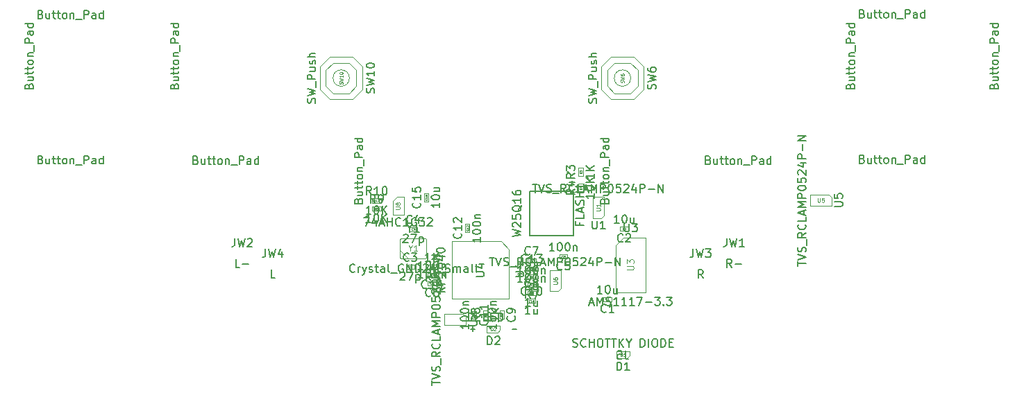
<source format=gbr>
G04 #@! TF.GenerationSoftware,KiCad,Pcbnew,7.0.9*
G04 #@! TF.CreationDate,2023-12-20T17:33:17-07:00*
G04 #@! TF.ProjectId,vb_controller_pcb,76625f63-6f6e-4747-926f-6c6c65725f70,4a*
G04 #@! TF.SameCoordinates,Original*
G04 #@! TF.FileFunction,AssemblyDrawing,Top*
%FSLAX46Y46*%
G04 Gerber Fmt 4.6, Leading zero omitted, Abs format (unit mm)*
G04 Created by KiCad (PCBNEW 7.0.9) date 2023-12-20 17:33:17*
%MOMM*%
%LPD*%
G01*
G04 APERTURE LIST*
%ADD10C,0.150000*%
%ADD11C,0.120000*%
%ADD12C,0.040000*%
%ADD13C,0.060000*%
%ADD14C,0.075000*%
%ADD15C,0.105000*%
%ADD16C,0.100000*%
%ADD17C,0.127000*%
%ADD18C,0.200000*%
G04 APERTURE END LIST*
D10*
X182118095Y-135429819D02*
X182118095Y-136239342D01*
X182118095Y-136239342D02*
X182165714Y-136334580D01*
X182165714Y-136334580D02*
X182213333Y-136382200D01*
X182213333Y-136382200D02*
X182308571Y-136429819D01*
X182308571Y-136429819D02*
X182499047Y-136429819D01*
X182499047Y-136429819D02*
X182594285Y-136382200D01*
X182594285Y-136382200D02*
X182641904Y-136334580D01*
X182641904Y-136334580D02*
X182689523Y-136239342D01*
X182689523Y-136239342D02*
X182689523Y-135429819D01*
X183070476Y-135429819D02*
X183689523Y-135429819D01*
X183689523Y-135429819D02*
X183356190Y-135810771D01*
X183356190Y-135810771D02*
X183499047Y-135810771D01*
X183499047Y-135810771D02*
X183594285Y-135858390D01*
X183594285Y-135858390D02*
X183641904Y-135906009D01*
X183641904Y-135906009D02*
X183689523Y-136001247D01*
X183689523Y-136001247D02*
X183689523Y-136239342D01*
X183689523Y-136239342D02*
X183641904Y-136334580D01*
X183641904Y-136334580D02*
X183594285Y-136382200D01*
X183594285Y-136382200D02*
X183499047Y-136429819D01*
X183499047Y-136429819D02*
X183213333Y-136429819D01*
X183213333Y-136429819D02*
X183118095Y-136382200D01*
X183118095Y-136382200D02*
X183070476Y-136334580D01*
X177880000Y-145144104D02*
X178356190Y-145144104D01*
X177784762Y-145429819D02*
X178118095Y-144429819D01*
X178118095Y-144429819D02*
X178451428Y-145429819D01*
X178784762Y-145429819D02*
X178784762Y-144429819D01*
X178784762Y-144429819D02*
X179118095Y-145144104D01*
X179118095Y-145144104D02*
X179451428Y-144429819D01*
X179451428Y-144429819D02*
X179451428Y-145429819D01*
X179880000Y-145382200D02*
X180022857Y-145429819D01*
X180022857Y-145429819D02*
X180260952Y-145429819D01*
X180260952Y-145429819D02*
X180356190Y-145382200D01*
X180356190Y-145382200D02*
X180403809Y-145334580D01*
X180403809Y-145334580D02*
X180451428Y-145239342D01*
X180451428Y-145239342D02*
X180451428Y-145144104D01*
X180451428Y-145144104D02*
X180403809Y-145048866D01*
X180403809Y-145048866D02*
X180356190Y-145001247D01*
X180356190Y-145001247D02*
X180260952Y-144953628D01*
X180260952Y-144953628D02*
X180070476Y-144906009D01*
X180070476Y-144906009D02*
X179975238Y-144858390D01*
X179975238Y-144858390D02*
X179927619Y-144810771D01*
X179927619Y-144810771D02*
X179880000Y-144715533D01*
X179880000Y-144715533D02*
X179880000Y-144620295D01*
X179880000Y-144620295D02*
X179927619Y-144525057D01*
X179927619Y-144525057D02*
X179975238Y-144477438D01*
X179975238Y-144477438D02*
X180070476Y-144429819D01*
X180070476Y-144429819D02*
X180308571Y-144429819D01*
X180308571Y-144429819D02*
X180451428Y-144477438D01*
X181403809Y-145429819D02*
X180832381Y-145429819D01*
X181118095Y-145429819D02*
X181118095Y-144429819D01*
X181118095Y-144429819D02*
X181022857Y-144572676D01*
X181022857Y-144572676D02*
X180927619Y-144667914D01*
X180927619Y-144667914D02*
X180832381Y-144715533D01*
X182356190Y-145429819D02*
X181784762Y-145429819D01*
X182070476Y-145429819D02*
X182070476Y-144429819D01*
X182070476Y-144429819D02*
X181975238Y-144572676D01*
X181975238Y-144572676D02*
X181880000Y-144667914D01*
X181880000Y-144667914D02*
X181784762Y-144715533D01*
X183308571Y-145429819D02*
X182737143Y-145429819D01*
X183022857Y-145429819D02*
X183022857Y-144429819D01*
X183022857Y-144429819D02*
X182927619Y-144572676D01*
X182927619Y-144572676D02*
X182832381Y-144667914D01*
X182832381Y-144667914D02*
X182737143Y-144715533D01*
X183641905Y-144429819D02*
X184308571Y-144429819D01*
X184308571Y-144429819D02*
X183880000Y-145429819D01*
X184689524Y-145048866D02*
X185451429Y-145048866D01*
X185832381Y-144429819D02*
X186451428Y-144429819D01*
X186451428Y-144429819D02*
X186118095Y-144810771D01*
X186118095Y-144810771D02*
X186260952Y-144810771D01*
X186260952Y-144810771D02*
X186356190Y-144858390D01*
X186356190Y-144858390D02*
X186403809Y-144906009D01*
X186403809Y-144906009D02*
X186451428Y-145001247D01*
X186451428Y-145001247D02*
X186451428Y-145239342D01*
X186451428Y-145239342D02*
X186403809Y-145334580D01*
X186403809Y-145334580D02*
X186356190Y-145382200D01*
X186356190Y-145382200D02*
X186260952Y-145429819D01*
X186260952Y-145429819D02*
X185975238Y-145429819D01*
X185975238Y-145429819D02*
X185880000Y-145382200D01*
X185880000Y-145382200D02*
X185832381Y-145334580D01*
X186880000Y-145334580D02*
X186927619Y-145382200D01*
X186927619Y-145382200D02*
X186880000Y-145429819D01*
X186880000Y-145429819D02*
X186832381Y-145382200D01*
X186832381Y-145382200D02*
X186880000Y-145334580D01*
X186880000Y-145334580D02*
X186880000Y-145429819D01*
X187260952Y-144429819D02*
X187879999Y-144429819D01*
X187879999Y-144429819D02*
X187546666Y-144810771D01*
X187546666Y-144810771D02*
X187689523Y-144810771D01*
X187689523Y-144810771D02*
X187784761Y-144858390D01*
X187784761Y-144858390D02*
X187832380Y-144906009D01*
X187832380Y-144906009D02*
X187879999Y-145001247D01*
X187879999Y-145001247D02*
X187879999Y-145239342D01*
X187879999Y-145239342D02*
X187832380Y-145334580D01*
X187832380Y-145334580D02*
X187784761Y-145382200D01*
X187784761Y-145382200D02*
X187689523Y-145429819D01*
X187689523Y-145429819D02*
X187403809Y-145429819D01*
X187403809Y-145429819D02*
X187308571Y-145382200D01*
X187308571Y-145382200D02*
X187260952Y-145334580D01*
D11*
X182443855Y-141084523D02*
X183091474Y-141084523D01*
X183091474Y-141084523D02*
X183167664Y-141046428D01*
X183167664Y-141046428D02*
X183205760Y-141008333D01*
X183205760Y-141008333D02*
X183243855Y-140932142D01*
X183243855Y-140932142D02*
X183243855Y-140779761D01*
X183243855Y-140779761D02*
X183205760Y-140703571D01*
X183205760Y-140703571D02*
X183167664Y-140665476D01*
X183167664Y-140665476D02*
X183091474Y-140627380D01*
X183091474Y-140627380D02*
X182443855Y-140627380D01*
X182443855Y-140322619D02*
X182443855Y-139827381D01*
X182443855Y-139827381D02*
X182748617Y-140094047D01*
X182748617Y-140094047D02*
X182748617Y-139979762D01*
X182748617Y-139979762D02*
X182786712Y-139903571D01*
X182786712Y-139903571D02*
X182824807Y-139865476D01*
X182824807Y-139865476D02*
X182900998Y-139827381D01*
X182900998Y-139827381D02*
X183091474Y-139827381D01*
X183091474Y-139827381D02*
X183167664Y-139865476D01*
X183167664Y-139865476D02*
X183205760Y-139903571D01*
X183205760Y-139903571D02*
X183243855Y-139979762D01*
X183243855Y-139979762D02*
X183243855Y-140208333D01*
X183243855Y-140208333D02*
X183205760Y-140284524D01*
X183205760Y-140284524D02*
X183167664Y-140322619D01*
D10*
X195188476Y-140794819D02*
X194855143Y-140318628D01*
X194617048Y-140794819D02*
X194617048Y-139794819D01*
X194617048Y-139794819D02*
X194998000Y-139794819D01*
X194998000Y-139794819D02*
X195093238Y-139842438D01*
X195093238Y-139842438D02*
X195140857Y-139890057D01*
X195140857Y-139890057D02*
X195188476Y-139985295D01*
X195188476Y-139985295D02*
X195188476Y-140128152D01*
X195188476Y-140128152D02*
X195140857Y-140223390D01*
X195140857Y-140223390D02*
X195093238Y-140271009D01*
X195093238Y-140271009D02*
X194998000Y-140318628D01*
X194998000Y-140318628D02*
X194617048Y-140318628D01*
X195617048Y-140413866D02*
X196378953Y-140413866D01*
X194595238Y-137254819D02*
X194595238Y-137969104D01*
X194595238Y-137969104D02*
X194547619Y-138111961D01*
X194547619Y-138111961D02*
X194452381Y-138207200D01*
X194452381Y-138207200D02*
X194309524Y-138254819D01*
X194309524Y-138254819D02*
X194214286Y-138254819D01*
X194976191Y-137254819D02*
X195214286Y-138254819D01*
X195214286Y-138254819D02*
X195404762Y-137540533D01*
X195404762Y-137540533D02*
X195595238Y-138254819D01*
X195595238Y-138254819D02*
X195833334Y-137254819D01*
X196738095Y-138254819D02*
X196166667Y-138254819D01*
X196452381Y-138254819D02*
X196452381Y-137254819D01*
X196452381Y-137254819D02*
X196357143Y-137397676D01*
X196357143Y-137397676D02*
X196261905Y-137492914D01*
X196261905Y-137492914D02*
X196166667Y-137540533D01*
X165349580Y-147247857D02*
X165397200Y-147295476D01*
X165397200Y-147295476D02*
X165444819Y-147438333D01*
X165444819Y-147438333D02*
X165444819Y-147533571D01*
X165444819Y-147533571D02*
X165397200Y-147676428D01*
X165397200Y-147676428D02*
X165301961Y-147771666D01*
X165301961Y-147771666D02*
X165206723Y-147819285D01*
X165206723Y-147819285D02*
X165016247Y-147866904D01*
X165016247Y-147866904D02*
X164873390Y-147866904D01*
X164873390Y-147866904D02*
X164682914Y-147819285D01*
X164682914Y-147819285D02*
X164587676Y-147771666D01*
X164587676Y-147771666D02*
X164492438Y-147676428D01*
X164492438Y-147676428D02*
X164444819Y-147533571D01*
X164444819Y-147533571D02*
X164444819Y-147438333D01*
X164444819Y-147438333D02*
X164492438Y-147295476D01*
X164492438Y-147295476D02*
X164540057Y-147247857D01*
X165444819Y-146295476D02*
X165444819Y-146866904D01*
X165444819Y-146581190D02*
X164444819Y-146581190D01*
X164444819Y-146581190D02*
X164587676Y-146676428D01*
X164587676Y-146676428D02*
X164682914Y-146771666D01*
X164682914Y-146771666D02*
X164730533Y-146866904D01*
X165444819Y-145343095D02*
X165444819Y-145914523D01*
X165444819Y-145628809D02*
X164444819Y-145628809D01*
X164444819Y-145628809D02*
X164587676Y-145724047D01*
X164587676Y-145724047D02*
X164682914Y-145819285D01*
X164682914Y-145819285D02*
X164730533Y-145914523D01*
X163124819Y-147724047D02*
X163124819Y-148295475D01*
X163124819Y-148009761D02*
X162124819Y-148009761D01*
X162124819Y-148009761D02*
X162267676Y-148104999D01*
X162267676Y-148104999D02*
X162362914Y-148200237D01*
X162362914Y-148200237D02*
X162410533Y-148295475D01*
X162124819Y-147104999D02*
X162124819Y-147009761D01*
X162124819Y-147009761D02*
X162172438Y-146914523D01*
X162172438Y-146914523D02*
X162220057Y-146866904D01*
X162220057Y-146866904D02*
X162315295Y-146819285D01*
X162315295Y-146819285D02*
X162505771Y-146771666D01*
X162505771Y-146771666D02*
X162743866Y-146771666D01*
X162743866Y-146771666D02*
X162934342Y-146819285D01*
X162934342Y-146819285D02*
X163029580Y-146866904D01*
X163029580Y-146866904D02*
X163077200Y-146914523D01*
X163077200Y-146914523D02*
X163124819Y-147009761D01*
X163124819Y-147009761D02*
X163124819Y-147104999D01*
X163124819Y-147104999D02*
X163077200Y-147200237D01*
X163077200Y-147200237D02*
X163029580Y-147247856D01*
X163029580Y-147247856D02*
X162934342Y-147295475D01*
X162934342Y-147295475D02*
X162743866Y-147343094D01*
X162743866Y-147343094D02*
X162505771Y-147343094D01*
X162505771Y-147343094D02*
X162315295Y-147295475D01*
X162315295Y-147295475D02*
X162220057Y-147247856D01*
X162220057Y-147247856D02*
X162172438Y-147200237D01*
X162172438Y-147200237D02*
X162124819Y-147104999D01*
X162124819Y-146152618D02*
X162124819Y-146057380D01*
X162124819Y-146057380D02*
X162172438Y-145962142D01*
X162172438Y-145962142D02*
X162220057Y-145914523D01*
X162220057Y-145914523D02*
X162315295Y-145866904D01*
X162315295Y-145866904D02*
X162505771Y-145819285D01*
X162505771Y-145819285D02*
X162743866Y-145819285D01*
X162743866Y-145819285D02*
X162934342Y-145866904D01*
X162934342Y-145866904D02*
X163029580Y-145914523D01*
X163029580Y-145914523D02*
X163077200Y-145962142D01*
X163077200Y-145962142D02*
X163124819Y-146057380D01*
X163124819Y-146057380D02*
X163124819Y-146152618D01*
X163124819Y-146152618D02*
X163077200Y-146247856D01*
X163077200Y-146247856D02*
X163029580Y-146295475D01*
X163029580Y-146295475D02*
X162934342Y-146343094D01*
X162934342Y-146343094D02*
X162743866Y-146390713D01*
X162743866Y-146390713D02*
X162505771Y-146390713D01*
X162505771Y-146390713D02*
X162315295Y-146343094D01*
X162315295Y-146343094D02*
X162220057Y-146295475D01*
X162220057Y-146295475D02*
X162172438Y-146247856D01*
X162172438Y-146247856D02*
X162124819Y-146152618D01*
X162458152Y-145390713D02*
X163124819Y-145390713D01*
X162553390Y-145390713D02*
X162505771Y-145343094D01*
X162505771Y-145343094D02*
X162458152Y-145247856D01*
X162458152Y-145247856D02*
X162458152Y-145104999D01*
X162458152Y-145104999D02*
X162505771Y-145009761D01*
X162505771Y-145009761D02*
X162601009Y-144962142D01*
X162601009Y-144962142D02*
X163124819Y-144962142D01*
D12*
X163919765Y-146765714D02*
X163931670Y-146777618D01*
X163931670Y-146777618D02*
X163943574Y-146813333D01*
X163943574Y-146813333D02*
X163943574Y-146837142D01*
X163943574Y-146837142D02*
X163931670Y-146872856D01*
X163931670Y-146872856D02*
X163907860Y-146896666D01*
X163907860Y-146896666D02*
X163884050Y-146908571D01*
X163884050Y-146908571D02*
X163836431Y-146920475D01*
X163836431Y-146920475D02*
X163800717Y-146920475D01*
X163800717Y-146920475D02*
X163753098Y-146908571D01*
X163753098Y-146908571D02*
X163729289Y-146896666D01*
X163729289Y-146896666D02*
X163705479Y-146872856D01*
X163705479Y-146872856D02*
X163693574Y-146837142D01*
X163693574Y-146837142D02*
X163693574Y-146813333D01*
X163693574Y-146813333D02*
X163705479Y-146777618D01*
X163705479Y-146777618D02*
X163717384Y-146765714D01*
X163943574Y-146527618D02*
X163943574Y-146670475D01*
X163943574Y-146599047D02*
X163693574Y-146599047D01*
X163693574Y-146599047D02*
X163729289Y-146622856D01*
X163729289Y-146622856D02*
X163753098Y-146646666D01*
X163753098Y-146646666D02*
X163765003Y-146670475D01*
X163943574Y-146289523D02*
X163943574Y-146432380D01*
X163943574Y-146360952D02*
X163693574Y-146360952D01*
X163693574Y-146360952D02*
X163729289Y-146384761D01*
X163729289Y-146384761D02*
X163753098Y-146408571D01*
X163753098Y-146408571D02*
X163765003Y-146432380D01*
D10*
X174505822Y-140999580D02*
X174458203Y-141047200D01*
X174458203Y-141047200D02*
X174315346Y-141094819D01*
X174315346Y-141094819D02*
X174220108Y-141094819D01*
X174220108Y-141094819D02*
X174077251Y-141047200D01*
X174077251Y-141047200D02*
X173982013Y-140951961D01*
X173982013Y-140951961D02*
X173934394Y-140856723D01*
X173934394Y-140856723D02*
X173886775Y-140666247D01*
X173886775Y-140666247D02*
X173886775Y-140523390D01*
X173886775Y-140523390D02*
X173934394Y-140332914D01*
X173934394Y-140332914D02*
X173982013Y-140237676D01*
X173982013Y-140237676D02*
X174077251Y-140142438D01*
X174077251Y-140142438D02*
X174220108Y-140094819D01*
X174220108Y-140094819D02*
X174315346Y-140094819D01*
X174315346Y-140094819D02*
X174458203Y-140142438D01*
X174458203Y-140142438D02*
X174505822Y-140190057D01*
X175410584Y-140094819D02*
X174934394Y-140094819D01*
X174934394Y-140094819D02*
X174886775Y-140571009D01*
X174886775Y-140571009D02*
X174934394Y-140523390D01*
X174934394Y-140523390D02*
X175029632Y-140475771D01*
X175029632Y-140475771D02*
X175267727Y-140475771D01*
X175267727Y-140475771D02*
X175362965Y-140523390D01*
X175362965Y-140523390D02*
X175410584Y-140571009D01*
X175410584Y-140571009D02*
X175458203Y-140666247D01*
X175458203Y-140666247D02*
X175458203Y-140904342D01*
X175458203Y-140904342D02*
X175410584Y-140999580D01*
X175410584Y-140999580D02*
X175362965Y-141047200D01*
X175362965Y-141047200D02*
X175267727Y-141094819D01*
X175267727Y-141094819D02*
X175029632Y-141094819D01*
X175029632Y-141094819D02*
X174934394Y-141047200D01*
X174934394Y-141047200D02*
X174886775Y-140999580D01*
X173553441Y-138774819D02*
X172982013Y-138774819D01*
X173267727Y-138774819D02*
X173267727Y-137774819D01*
X173267727Y-137774819D02*
X173172489Y-137917676D01*
X173172489Y-137917676D02*
X173077251Y-138012914D01*
X173077251Y-138012914D02*
X172982013Y-138060533D01*
X174172489Y-137774819D02*
X174267727Y-137774819D01*
X174267727Y-137774819D02*
X174362965Y-137822438D01*
X174362965Y-137822438D02*
X174410584Y-137870057D01*
X174410584Y-137870057D02*
X174458203Y-137965295D01*
X174458203Y-137965295D02*
X174505822Y-138155771D01*
X174505822Y-138155771D02*
X174505822Y-138393866D01*
X174505822Y-138393866D02*
X174458203Y-138584342D01*
X174458203Y-138584342D02*
X174410584Y-138679580D01*
X174410584Y-138679580D02*
X174362965Y-138727200D01*
X174362965Y-138727200D02*
X174267727Y-138774819D01*
X174267727Y-138774819D02*
X174172489Y-138774819D01*
X174172489Y-138774819D02*
X174077251Y-138727200D01*
X174077251Y-138727200D02*
X174029632Y-138679580D01*
X174029632Y-138679580D02*
X173982013Y-138584342D01*
X173982013Y-138584342D02*
X173934394Y-138393866D01*
X173934394Y-138393866D02*
X173934394Y-138155771D01*
X173934394Y-138155771D02*
X173982013Y-137965295D01*
X173982013Y-137965295D02*
X174029632Y-137870057D01*
X174029632Y-137870057D02*
X174077251Y-137822438D01*
X174077251Y-137822438D02*
X174172489Y-137774819D01*
X175124870Y-137774819D02*
X175220108Y-137774819D01*
X175220108Y-137774819D02*
X175315346Y-137822438D01*
X175315346Y-137822438D02*
X175362965Y-137870057D01*
X175362965Y-137870057D02*
X175410584Y-137965295D01*
X175410584Y-137965295D02*
X175458203Y-138155771D01*
X175458203Y-138155771D02*
X175458203Y-138393866D01*
X175458203Y-138393866D02*
X175410584Y-138584342D01*
X175410584Y-138584342D02*
X175362965Y-138679580D01*
X175362965Y-138679580D02*
X175315346Y-138727200D01*
X175315346Y-138727200D02*
X175220108Y-138774819D01*
X175220108Y-138774819D02*
X175124870Y-138774819D01*
X175124870Y-138774819D02*
X175029632Y-138727200D01*
X175029632Y-138727200D02*
X174982013Y-138679580D01*
X174982013Y-138679580D02*
X174934394Y-138584342D01*
X174934394Y-138584342D02*
X174886775Y-138393866D01*
X174886775Y-138393866D02*
X174886775Y-138155771D01*
X174886775Y-138155771D02*
X174934394Y-137965295D01*
X174934394Y-137965295D02*
X174982013Y-137870057D01*
X174982013Y-137870057D02*
X175029632Y-137822438D01*
X175029632Y-137822438D02*
X175124870Y-137774819D01*
X175886775Y-138108152D02*
X175886775Y-138774819D01*
X175886775Y-138203390D02*
X175934394Y-138155771D01*
X175934394Y-138155771D02*
X176029632Y-138108152D01*
X176029632Y-138108152D02*
X176172489Y-138108152D01*
X176172489Y-138108152D02*
X176267727Y-138155771D01*
X176267727Y-138155771D02*
X176315346Y-138251009D01*
X176315346Y-138251009D02*
X176315346Y-138774819D01*
D12*
X174630822Y-139569765D02*
X174618918Y-139581670D01*
X174618918Y-139581670D02*
X174583203Y-139593574D01*
X174583203Y-139593574D02*
X174559394Y-139593574D01*
X174559394Y-139593574D02*
X174523680Y-139581670D01*
X174523680Y-139581670D02*
X174499870Y-139557860D01*
X174499870Y-139557860D02*
X174487965Y-139534050D01*
X174487965Y-139534050D02*
X174476061Y-139486431D01*
X174476061Y-139486431D02*
X174476061Y-139450717D01*
X174476061Y-139450717D02*
X174487965Y-139403098D01*
X174487965Y-139403098D02*
X174499870Y-139379289D01*
X174499870Y-139379289D02*
X174523680Y-139355479D01*
X174523680Y-139355479D02*
X174559394Y-139343574D01*
X174559394Y-139343574D02*
X174583203Y-139343574D01*
X174583203Y-139343574D02*
X174618918Y-139355479D01*
X174618918Y-139355479D02*
X174630822Y-139367384D01*
X174857013Y-139343574D02*
X174737965Y-139343574D01*
X174737965Y-139343574D02*
X174726061Y-139462622D01*
X174726061Y-139462622D02*
X174737965Y-139450717D01*
X174737965Y-139450717D02*
X174761775Y-139438812D01*
X174761775Y-139438812D02*
X174821299Y-139438812D01*
X174821299Y-139438812D02*
X174845108Y-139450717D01*
X174845108Y-139450717D02*
X174857013Y-139462622D01*
X174857013Y-139462622D02*
X174868918Y-139486431D01*
X174868918Y-139486431D02*
X174868918Y-139545955D01*
X174868918Y-139545955D02*
X174857013Y-139569765D01*
X174857013Y-139569765D02*
X174845108Y-139581670D01*
X174845108Y-139581670D02*
X174821299Y-139593574D01*
X174821299Y-139593574D02*
X174761775Y-139593574D01*
X174761775Y-139593574D02*
X174737965Y-139581670D01*
X174737965Y-139581670D02*
X174726061Y-139569765D01*
D10*
X185887200Y-118993332D02*
X185934819Y-118850475D01*
X185934819Y-118850475D02*
X185934819Y-118612380D01*
X185934819Y-118612380D02*
X185887200Y-118517142D01*
X185887200Y-118517142D02*
X185839580Y-118469523D01*
X185839580Y-118469523D02*
X185744342Y-118421904D01*
X185744342Y-118421904D02*
X185649104Y-118421904D01*
X185649104Y-118421904D02*
X185553866Y-118469523D01*
X185553866Y-118469523D02*
X185506247Y-118517142D01*
X185506247Y-118517142D02*
X185458628Y-118612380D01*
X185458628Y-118612380D02*
X185411009Y-118802856D01*
X185411009Y-118802856D02*
X185363390Y-118898094D01*
X185363390Y-118898094D02*
X185315771Y-118945713D01*
X185315771Y-118945713D02*
X185220533Y-118993332D01*
X185220533Y-118993332D02*
X185125295Y-118993332D01*
X185125295Y-118993332D02*
X185030057Y-118945713D01*
X185030057Y-118945713D02*
X184982438Y-118898094D01*
X184982438Y-118898094D02*
X184934819Y-118802856D01*
X184934819Y-118802856D02*
X184934819Y-118564761D01*
X184934819Y-118564761D02*
X184982438Y-118421904D01*
X184934819Y-118088570D02*
X185934819Y-117850475D01*
X185934819Y-117850475D02*
X185220533Y-117659999D01*
X185220533Y-117659999D02*
X185934819Y-117469523D01*
X185934819Y-117469523D02*
X184934819Y-117231428D01*
X184934819Y-116421904D02*
X184934819Y-116612380D01*
X184934819Y-116612380D02*
X184982438Y-116707618D01*
X184982438Y-116707618D02*
X185030057Y-116755237D01*
X185030057Y-116755237D02*
X185172914Y-116850475D01*
X185172914Y-116850475D02*
X185363390Y-116898094D01*
X185363390Y-116898094D02*
X185744342Y-116898094D01*
X185744342Y-116898094D02*
X185839580Y-116850475D01*
X185839580Y-116850475D02*
X185887200Y-116802856D01*
X185887200Y-116802856D02*
X185934819Y-116707618D01*
X185934819Y-116707618D02*
X185934819Y-116517142D01*
X185934819Y-116517142D02*
X185887200Y-116421904D01*
X185887200Y-116421904D02*
X185839580Y-116374285D01*
X185839580Y-116374285D02*
X185744342Y-116326666D01*
X185744342Y-116326666D02*
X185506247Y-116326666D01*
X185506247Y-116326666D02*
X185411009Y-116374285D01*
X185411009Y-116374285D02*
X185363390Y-116421904D01*
X185363390Y-116421904D02*
X185315771Y-116517142D01*
X185315771Y-116517142D02*
X185315771Y-116707618D01*
X185315771Y-116707618D02*
X185363390Y-116802856D01*
X185363390Y-116802856D02*
X185411009Y-116850475D01*
X185411009Y-116850475D02*
X185506247Y-116898094D01*
X178687200Y-120707618D02*
X178734819Y-120564761D01*
X178734819Y-120564761D02*
X178734819Y-120326666D01*
X178734819Y-120326666D02*
X178687200Y-120231428D01*
X178687200Y-120231428D02*
X178639580Y-120183809D01*
X178639580Y-120183809D02*
X178544342Y-120136190D01*
X178544342Y-120136190D02*
X178449104Y-120136190D01*
X178449104Y-120136190D02*
X178353866Y-120183809D01*
X178353866Y-120183809D02*
X178306247Y-120231428D01*
X178306247Y-120231428D02*
X178258628Y-120326666D01*
X178258628Y-120326666D02*
X178211009Y-120517142D01*
X178211009Y-120517142D02*
X178163390Y-120612380D01*
X178163390Y-120612380D02*
X178115771Y-120659999D01*
X178115771Y-120659999D02*
X178020533Y-120707618D01*
X178020533Y-120707618D02*
X177925295Y-120707618D01*
X177925295Y-120707618D02*
X177830057Y-120659999D01*
X177830057Y-120659999D02*
X177782438Y-120612380D01*
X177782438Y-120612380D02*
X177734819Y-120517142D01*
X177734819Y-120517142D02*
X177734819Y-120279047D01*
X177734819Y-120279047D02*
X177782438Y-120136190D01*
X177734819Y-119802856D02*
X178734819Y-119564761D01*
X178734819Y-119564761D02*
X178020533Y-119374285D01*
X178020533Y-119374285D02*
X178734819Y-119183809D01*
X178734819Y-119183809D02*
X177734819Y-118945714D01*
X178830057Y-118802857D02*
X178830057Y-118040952D01*
X178734819Y-117802856D02*
X177734819Y-117802856D01*
X177734819Y-117802856D02*
X177734819Y-117421904D01*
X177734819Y-117421904D02*
X177782438Y-117326666D01*
X177782438Y-117326666D02*
X177830057Y-117279047D01*
X177830057Y-117279047D02*
X177925295Y-117231428D01*
X177925295Y-117231428D02*
X178068152Y-117231428D01*
X178068152Y-117231428D02*
X178163390Y-117279047D01*
X178163390Y-117279047D02*
X178211009Y-117326666D01*
X178211009Y-117326666D02*
X178258628Y-117421904D01*
X178258628Y-117421904D02*
X178258628Y-117802856D01*
X178068152Y-116374285D02*
X178734819Y-116374285D01*
X178068152Y-116802856D02*
X178591961Y-116802856D01*
X178591961Y-116802856D02*
X178687200Y-116755237D01*
X178687200Y-116755237D02*
X178734819Y-116659999D01*
X178734819Y-116659999D02*
X178734819Y-116517142D01*
X178734819Y-116517142D02*
X178687200Y-116421904D01*
X178687200Y-116421904D02*
X178639580Y-116374285D01*
X178687200Y-115945713D02*
X178734819Y-115850475D01*
X178734819Y-115850475D02*
X178734819Y-115659999D01*
X178734819Y-115659999D02*
X178687200Y-115564761D01*
X178687200Y-115564761D02*
X178591961Y-115517142D01*
X178591961Y-115517142D02*
X178544342Y-115517142D01*
X178544342Y-115517142D02*
X178449104Y-115564761D01*
X178449104Y-115564761D02*
X178401485Y-115659999D01*
X178401485Y-115659999D02*
X178401485Y-115802856D01*
X178401485Y-115802856D02*
X178353866Y-115898094D01*
X178353866Y-115898094D02*
X178258628Y-115945713D01*
X178258628Y-115945713D02*
X178211009Y-115945713D01*
X178211009Y-115945713D02*
X178115771Y-115898094D01*
X178115771Y-115898094D02*
X178068152Y-115802856D01*
X178068152Y-115802856D02*
X178068152Y-115659999D01*
X178068152Y-115659999D02*
X178115771Y-115564761D01*
X178734819Y-115088570D02*
X177734819Y-115088570D01*
X178734819Y-114659999D02*
X178211009Y-114659999D01*
X178211009Y-114659999D02*
X178115771Y-114707618D01*
X178115771Y-114707618D02*
X178068152Y-114802856D01*
X178068152Y-114802856D02*
X178068152Y-114945713D01*
X178068152Y-114945713D02*
X178115771Y-115040951D01*
X178115771Y-115040951D02*
X178163390Y-115088570D01*
D13*
X182042880Y-118193332D02*
X182061927Y-118136189D01*
X182061927Y-118136189D02*
X182061927Y-118040951D01*
X182061927Y-118040951D02*
X182042880Y-118002856D01*
X182042880Y-118002856D02*
X182023832Y-117983808D01*
X182023832Y-117983808D02*
X181985737Y-117964761D01*
X181985737Y-117964761D02*
X181947641Y-117964761D01*
X181947641Y-117964761D02*
X181909546Y-117983808D01*
X181909546Y-117983808D02*
X181890499Y-118002856D01*
X181890499Y-118002856D02*
X181871451Y-118040951D01*
X181871451Y-118040951D02*
X181852403Y-118117142D01*
X181852403Y-118117142D02*
X181833356Y-118155237D01*
X181833356Y-118155237D02*
X181814308Y-118174284D01*
X181814308Y-118174284D02*
X181776213Y-118193332D01*
X181776213Y-118193332D02*
X181738118Y-118193332D01*
X181738118Y-118193332D02*
X181700022Y-118174284D01*
X181700022Y-118174284D02*
X181680975Y-118155237D01*
X181680975Y-118155237D02*
X181661927Y-118117142D01*
X181661927Y-118117142D02*
X181661927Y-118021903D01*
X181661927Y-118021903D02*
X181680975Y-117964761D01*
X181661927Y-117831428D02*
X182061927Y-117736190D01*
X182061927Y-117736190D02*
X181776213Y-117659999D01*
X181776213Y-117659999D02*
X182061927Y-117583809D01*
X182061927Y-117583809D02*
X181661927Y-117488571D01*
X181661927Y-117164761D02*
X181661927Y-117240951D01*
X181661927Y-117240951D02*
X181680975Y-117279047D01*
X181680975Y-117279047D02*
X181700022Y-117298094D01*
X181700022Y-117298094D02*
X181757165Y-117336189D01*
X181757165Y-117336189D02*
X181833356Y-117355237D01*
X181833356Y-117355237D02*
X181985737Y-117355237D01*
X181985737Y-117355237D02*
X182023832Y-117336189D01*
X182023832Y-117336189D02*
X182042880Y-117317142D01*
X182042880Y-117317142D02*
X182061927Y-117279047D01*
X182061927Y-117279047D02*
X182061927Y-117202856D01*
X182061927Y-117202856D02*
X182042880Y-117164761D01*
X182042880Y-117164761D02*
X182023832Y-117145713D01*
X182023832Y-117145713D02*
X181985737Y-117126666D01*
X181985737Y-117126666D02*
X181890499Y-117126666D01*
X181890499Y-117126666D02*
X181852403Y-117145713D01*
X181852403Y-117145713D02*
X181833356Y-117164761D01*
X181833356Y-117164761D02*
X181814308Y-117202856D01*
X181814308Y-117202856D02*
X181814308Y-117279047D01*
X181814308Y-117279047D02*
X181833356Y-117317142D01*
X181833356Y-117317142D02*
X181852403Y-117336189D01*
X181852403Y-117336189D02*
X181890499Y-117355237D01*
D10*
X207714819Y-133346904D02*
X208524342Y-133346904D01*
X208524342Y-133346904D02*
X208619580Y-133299285D01*
X208619580Y-133299285D02*
X208667200Y-133251666D01*
X208667200Y-133251666D02*
X208714819Y-133156428D01*
X208714819Y-133156428D02*
X208714819Y-132965952D01*
X208714819Y-132965952D02*
X208667200Y-132870714D01*
X208667200Y-132870714D02*
X208619580Y-132823095D01*
X208619580Y-132823095D02*
X208524342Y-132775476D01*
X208524342Y-132775476D02*
X207714819Y-132775476D01*
X207714819Y-131823095D02*
X207714819Y-132299285D01*
X207714819Y-132299285D02*
X208191009Y-132346904D01*
X208191009Y-132346904D02*
X208143390Y-132299285D01*
X208143390Y-132299285D02*
X208095771Y-132204047D01*
X208095771Y-132204047D02*
X208095771Y-131965952D01*
X208095771Y-131965952D02*
X208143390Y-131870714D01*
X208143390Y-131870714D02*
X208191009Y-131823095D01*
X208191009Y-131823095D02*
X208286247Y-131775476D01*
X208286247Y-131775476D02*
X208524342Y-131775476D01*
X208524342Y-131775476D02*
X208619580Y-131823095D01*
X208619580Y-131823095D02*
X208667200Y-131870714D01*
X208667200Y-131870714D02*
X208714819Y-131965952D01*
X208714819Y-131965952D02*
X208714819Y-132204047D01*
X208714819Y-132204047D02*
X208667200Y-132299285D01*
X208667200Y-132299285D02*
X208619580Y-132346904D01*
X203254819Y-140608809D02*
X203254819Y-140037381D01*
X204254819Y-140323095D02*
X203254819Y-140323095D01*
X203254819Y-139846904D02*
X204254819Y-139513571D01*
X204254819Y-139513571D02*
X203254819Y-139180238D01*
X204207200Y-138894523D02*
X204254819Y-138751666D01*
X204254819Y-138751666D02*
X204254819Y-138513571D01*
X204254819Y-138513571D02*
X204207200Y-138418333D01*
X204207200Y-138418333D02*
X204159580Y-138370714D01*
X204159580Y-138370714D02*
X204064342Y-138323095D01*
X204064342Y-138323095D02*
X203969104Y-138323095D01*
X203969104Y-138323095D02*
X203873866Y-138370714D01*
X203873866Y-138370714D02*
X203826247Y-138418333D01*
X203826247Y-138418333D02*
X203778628Y-138513571D01*
X203778628Y-138513571D02*
X203731009Y-138704047D01*
X203731009Y-138704047D02*
X203683390Y-138799285D01*
X203683390Y-138799285D02*
X203635771Y-138846904D01*
X203635771Y-138846904D02*
X203540533Y-138894523D01*
X203540533Y-138894523D02*
X203445295Y-138894523D01*
X203445295Y-138894523D02*
X203350057Y-138846904D01*
X203350057Y-138846904D02*
X203302438Y-138799285D01*
X203302438Y-138799285D02*
X203254819Y-138704047D01*
X203254819Y-138704047D02*
X203254819Y-138465952D01*
X203254819Y-138465952D02*
X203302438Y-138323095D01*
X204350057Y-138132619D02*
X204350057Y-137370714D01*
X204254819Y-136561190D02*
X203778628Y-136894523D01*
X204254819Y-137132618D02*
X203254819Y-137132618D01*
X203254819Y-137132618D02*
X203254819Y-136751666D01*
X203254819Y-136751666D02*
X203302438Y-136656428D01*
X203302438Y-136656428D02*
X203350057Y-136608809D01*
X203350057Y-136608809D02*
X203445295Y-136561190D01*
X203445295Y-136561190D02*
X203588152Y-136561190D01*
X203588152Y-136561190D02*
X203683390Y-136608809D01*
X203683390Y-136608809D02*
X203731009Y-136656428D01*
X203731009Y-136656428D02*
X203778628Y-136751666D01*
X203778628Y-136751666D02*
X203778628Y-137132618D01*
X204159580Y-135561190D02*
X204207200Y-135608809D01*
X204207200Y-135608809D02*
X204254819Y-135751666D01*
X204254819Y-135751666D02*
X204254819Y-135846904D01*
X204254819Y-135846904D02*
X204207200Y-135989761D01*
X204207200Y-135989761D02*
X204111961Y-136084999D01*
X204111961Y-136084999D02*
X204016723Y-136132618D01*
X204016723Y-136132618D02*
X203826247Y-136180237D01*
X203826247Y-136180237D02*
X203683390Y-136180237D01*
X203683390Y-136180237D02*
X203492914Y-136132618D01*
X203492914Y-136132618D02*
X203397676Y-136084999D01*
X203397676Y-136084999D02*
X203302438Y-135989761D01*
X203302438Y-135989761D02*
X203254819Y-135846904D01*
X203254819Y-135846904D02*
X203254819Y-135751666D01*
X203254819Y-135751666D02*
X203302438Y-135608809D01*
X203302438Y-135608809D02*
X203350057Y-135561190D01*
X204254819Y-134656428D02*
X204254819Y-135132618D01*
X204254819Y-135132618D02*
X203254819Y-135132618D01*
X203969104Y-134370713D02*
X203969104Y-133894523D01*
X204254819Y-134465951D02*
X203254819Y-134132618D01*
X203254819Y-134132618D02*
X204254819Y-133799285D01*
X204254819Y-133465951D02*
X203254819Y-133465951D01*
X203254819Y-133465951D02*
X203969104Y-133132618D01*
X203969104Y-133132618D02*
X203254819Y-132799285D01*
X203254819Y-132799285D02*
X204254819Y-132799285D01*
X204254819Y-132323094D02*
X203254819Y-132323094D01*
X203254819Y-132323094D02*
X203254819Y-131942142D01*
X203254819Y-131942142D02*
X203302438Y-131846904D01*
X203302438Y-131846904D02*
X203350057Y-131799285D01*
X203350057Y-131799285D02*
X203445295Y-131751666D01*
X203445295Y-131751666D02*
X203588152Y-131751666D01*
X203588152Y-131751666D02*
X203683390Y-131799285D01*
X203683390Y-131799285D02*
X203731009Y-131846904D01*
X203731009Y-131846904D02*
X203778628Y-131942142D01*
X203778628Y-131942142D02*
X203778628Y-132323094D01*
X203254819Y-131132618D02*
X203254819Y-131037380D01*
X203254819Y-131037380D02*
X203302438Y-130942142D01*
X203302438Y-130942142D02*
X203350057Y-130894523D01*
X203350057Y-130894523D02*
X203445295Y-130846904D01*
X203445295Y-130846904D02*
X203635771Y-130799285D01*
X203635771Y-130799285D02*
X203873866Y-130799285D01*
X203873866Y-130799285D02*
X204064342Y-130846904D01*
X204064342Y-130846904D02*
X204159580Y-130894523D01*
X204159580Y-130894523D02*
X204207200Y-130942142D01*
X204207200Y-130942142D02*
X204254819Y-131037380D01*
X204254819Y-131037380D02*
X204254819Y-131132618D01*
X204254819Y-131132618D02*
X204207200Y-131227856D01*
X204207200Y-131227856D02*
X204159580Y-131275475D01*
X204159580Y-131275475D02*
X204064342Y-131323094D01*
X204064342Y-131323094D02*
X203873866Y-131370713D01*
X203873866Y-131370713D02*
X203635771Y-131370713D01*
X203635771Y-131370713D02*
X203445295Y-131323094D01*
X203445295Y-131323094D02*
X203350057Y-131275475D01*
X203350057Y-131275475D02*
X203302438Y-131227856D01*
X203302438Y-131227856D02*
X203254819Y-131132618D01*
X203254819Y-129894523D02*
X203254819Y-130370713D01*
X203254819Y-130370713D02*
X203731009Y-130418332D01*
X203731009Y-130418332D02*
X203683390Y-130370713D01*
X203683390Y-130370713D02*
X203635771Y-130275475D01*
X203635771Y-130275475D02*
X203635771Y-130037380D01*
X203635771Y-130037380D02*
X203683390Y-129942142D01*
X203683390Y-129942142D02*
X203731009Y-129894523D01*
X203731009Y-129894523D02*
X203826247Y-129846904D01*
X203826247Y-129846904D02*
X204064342Y-129846904D01*
X204064342Y-129846904D02*
X204159580Y-129894523D01*
X204159580Y-129894523D02*
X204207200Y-129942142D01*
X204207200Y-129942142D02*
X204254819Y-130037380D01*
X204254819Y-130037380D02*
X204254819Y-130275475D01*
X204254819Y-130275475D02*
X204207200Y-130370713D01*
X204207200Y-130370713D02*
X204159580Y-130418332D01*
X203350057Y-129465951D02*
X203302438Y-129418332D01*
X203302438Y-129418332D02*
X203254819Y-129323094D01*
X203254819Y-129323094D02*
X203254819Y-129084999D01*
X203254819Y-129084999D02*
X203302438Y-128989761D01*
X203302438Y-128989761D02*
X203350057Y-128942142D01*
X203350057Y-128942142D02*
X203445295Y-128894523D01*
X203445295Y-128894523D02*
X203540533Y-128894523D01*
X203540533Y-128894523D02*
X203683390Y-128942142D01*
X203683390Y-128942142D02*
X204254819Y-129513570D01*
X204254819Y-129513570D02*
X204254819Y-128894523D01*
X203588152Y-128037380D02*
X204254819Y-128037380D01*
X203207200Y-128275475D02*
X203921485Y-128513570D01*
X203921485Y-128513570D02*
X203921485Y-127894523D01*
X204254819Y-127513570D02*
X203254819Y-127513570D01*
X203254819Y-127513570D02*
X203254819Y-127132618D01*
X203254819Y-127132618D02*
X203302438Y-127037380D01*
X203302438Y-127037380D02*
X203350057Y-126989761D01*
X203350057Y-126989761D02*
X203445295Y-126942142D01*
X203445295Y-126942142D02*
X203588152Y-126942142D01*
X203588152Y-126942142D02*
X203683390Y-126989761D01*
X203683390Y-126989761D02*
X203731009Y-127037380D01*
X203731009Y-127037380D02*
X203778628Y-127132618D01*
X203778628Y-127132618D02*
X203778628Y-127513570D01*
X203873866Y-126513570D02*
X203873866Y-125751666D01*
X204254819Y-125275475D02*
X203254819Y-125275475D01*
X203254819Y-125275475D02*
X204254819Y-124704047D01*
X204254819Y-124704047D02*
X203254819Y-124704047D01*
D14*
X205709047Y-132312409D02*
X205709047Y-132717171D01*
X205709047Y-132717171D02*
X205732857Y-132764790D01*
X205732857Y-132764790D02*
X205756666Y-132788600D01*
X205756666Y-132788600D02*
X205804285Y-132812409D01*
X205804285Y-132812409D02*
X205899523Y-132812409D01*
X205899523Y-132812409D02*
X205947142Y-132788600D01*
X205947142Y-132788600D02*
X205970952Y-132764790D01*
X205970952Y-132764790D02*
X205994761Y-132717171D01*
X205994761Y-132717171D02*
X205994761Y-132312409D01*
X206470952Y-132312409D02*
X206232857Y-132312409D01*
X206232857Y-132312409D02*
X206209048Y-132550504D01*
X206209048Y-132550504D02*
X206232857Y-132526695D01*
X206232857Y-132526695D02*
X206280476Y-132502885D01*
X206280476Y-132502885D02*
X206399524Y-132502885D01*
X206399524Y-132502885D02*
X206447143Y-132526695D01*
X206447143Y-132526695D02*
X206470952Y-132550504D01*
X206470952Y-132550504D02*
X206494762Y-132598123D01*
X206494762Y-132598123D02*
X206494762Y-132717171D01*
X206494762Y-132717171D02*
X206470952Y-132764790D01*
X206470952Y-132764790D02*
X206447143Y-132788600D01*
X206447143Y-132788600D02*
X206399524Y-132812409D01*
X206399524Y-132812409D02*
X206280476Y-132812409D01*
X206280476Y-132812409D02*
X206232857Y-132788600D01*
X206232857Y-132788600D02*
X206209048Y-132764790D01*
D10*
X149675009Y-132642857D02*
X149722628Y-132500000D01*
X149722628Y-132500000D02*
X149770247Y-132452381D01*
X149770247Y-132452381D02*
X149865485Y-132404762D01*
X149865485Y-132404762D02*
X150008342Y-132404762D01*
X150008342Y-132404762D02*
X150103580Y-132452381D01*
X150103580Y-132452381D02*
X150151200Y-132500000D01*
X150151200Y-132500000D02*
X150198819Y-132595238D01*
X150198819Y-132595238D02*
X150198819Y-132976190D01*
X150198819Y-132976190D02*
X149198819Y-132976190D01*
X149198819Y-132976190D02*
X149198819Y-132642857D01*
X149198819Y-132642857D02*
X149246438Y-132547619D01*
X149246438Y-132547619D02*
X149294057Y-132500000D01*
X149294057Y-132500000D02*
X149389295Y-132452381D01*
X149389295Y-132452381D02*
X149484533Y-132452381D01*
X149484533Y-132452381D02*
X149579771Y-132500000D01*
X149579771Y-132500000D02*
X149627390Y-132547619D01*
X149627390Y-132547619D02*
X149675009Y-132642857D01*
X149675009Y-132642857D02*
X149675009Y-132976190D01*
X149532152Y-131547619D02*
X150198819Y-131547619D01*
X149532152Y-131976190D02*
X150055961Y-131976190D01*
X150055961Y-131976190D02*
X150151200Y-131928571D01*
X150151200Y-131928571D02*
X150198819Y-131833333D01*
X150198819Y-131833333D02*
X150198819Y-131690476D01*
X150198819Y-131690476D02*
X150151200Y-131595238D01*
X150151200Y-131595238D02*
X150103580Y-131547619D01*
X149532152Y-131214285D02*
X149532152Y-130833333D01*
X149198819Y-131071428D02*
X150055961Y-131071428D01*
X150055961Y-131071428D02*
X150151200Y-131023809D01*
X150151200Y-131023809D02*
X150198819Y-130928571D01*
X150198819Y-130928571D02*
X150198819Y-130833333D01*
X149532152Y-130642856D02*
X149532152Y-130261904D01*
X149198819Y-130499999D02*
X150055961Y-130499999D01*
X150055961Y-130499999D02*
X150151200Y-130452380D01*
X150151200Y-130452380D02*
X150198819Y-130357142D01*
X150198819Y-130357142D02*
X150198819Y-130261904D01*
X150198819Y-129785713D02*
X150151200Y-129880951D01*
X150151200Y-129880951D02*
X150103580Y-129928570D01*
X150103580Y-129928570D02*
X150008342Y-129976189D01*
X150008342Y-129976189D02*
X149722628Y-129976189D01*
X149722628Y-129976189D02*
X149627390Y-129928570D01*
X149627390Y-129928570D02*
X149579771Y-129880951D01*
X149579771Y-129880951D02*
X149532152Y-129785713D01*
X149532152Y-129785713D02*
X149532152Y-129642856D01*
X149532152Y-129642856D02*
X149579771Y-129547618D01*
X149579771Y-129547618D02*
X149627390Y-129499999D01*
X149627390Y-129499999D02*
X149722628Y-129452380D01*
X149722628Y-129452380D02*
X150008342Y-129452380D01*
X150008342Y-129452380D02*
X150103580Y-129499999D01*
X150103580Y-129499999D02*
X150151200Y-129547618D01*
X150151200Y-129547618D02*
X150198819Y-129642856D01*
X150198819Y-129642856D02*
X150198819Y-129785713D01*
X149532152Y-129023808D02*
X150198819Y-129023808D01*
X149627390Y-129023808D02*
X149579771Y-128976189D01*
X149579771Y-128976189D02*
X149532152Y-128880951D01*
X149532152Y-128880951D02*
X149532152Y-128738094D01*
X149532152Y-128738094D02*
X149579771Y-128642856D01*
X149579771Y-128642856D02*
X149675009Y-128595237D01*
X149675009Y-128595237D02*
X150198819Y-128595237D01*
X150294057Y-128357142D02*
X150294057Y-127595237D01*
X150198819Y-127357141D02*
X149198819Y-127357141D01*
X149198819Y-127357141D02*
X149198819Y-126976189D01*
X149198819Y-126976189D02*
X149246438Y-126880951D01*
X149246438Y-126880951D02*
X149294057Y-126833332D01*
X149294057Y-126833332D02*
X149389295Y-126785713D01*
X149389295Y-126785713D02*
X149532152Y-126785713D01*
X149532152Y-126785713D02*
X149627390Y-126833332D01*
X149627390Y-126833332D02*
X149675009Y-126880951D01*
X149675009Y-126880951D02*
X149722628Y-126976189D01*
X149722628Y-126976189D02*
X149722628Y-127357141D01*
X150198819Y-125928570D02*
X149675009Y-125928570D01*
X149675009Y-125928570D02*
X149579771Y-125976189D01*
X149579771Y-125976189D02*
X149532152Y-126071427D01*
X149532152Y-126071427D02*
X149532152Y-126261903D01*
X149532152Y-126261903D02*
X149579771Y-126357141D01*
X150151200Y-125928570D02*
X150198819Y-126023808D01*
X150198819Y-126023808D02*
X150198819Y-126261903D01*
X150198819Y-126261903D02*
X150151200Y-126357141D01*
X150151200Y-126357141D02*
X150055961Y-126404760D01*
X150055961Y-126404760D02*
X149960723Y-126404760D01*
X149960723Y-126404760D02*
X149865485Y-126357141D01*
X149865485Y-126357141D02*
X149817866Y-126261903D01*
X149817866Y-126261903D02*
X149817866Y-126023808D01*
X149817866Y-126023808D02*
X149770247Y-125928570D01*
X150198819Y-125023808D02*
X149198819Y-125023808D01*
X150151200Y-125023808D02*
X150198819Y-125119046D01*
X150198819Y-125119046D02*
X150198819Y-125309522D01*
X150198819Y-125309522D02*
X150151200Y-125404760D01*
X150151200Y-125404760D02*
X150103580Y-125452379D01*
X150103580Y-125452379D02*
X150008342Y-125499998D01*
X150008342Y-125499998D02*
X149722628Y-125499998D01*
X149722628Y-125499998D02*
X149627390Y-125452379D01*
X149627390Y-125452379D02*
X149579771Y-125404760D01*
X149579771Y-125404760D02*
X149532152Y-125309522D01*
X149532152Y-125309522D02*
X149532152Y-125119046D01*
X149532152Y-125119046D02*
X149579771Y-125023808D01*
X110922142Y-109870009D02*
X111064999Y-109917628D01*
X111064999Y-109917628D02*
X111112618Y-109965247D01*
X111112618Y-109965247D02*
X111160237Y-110060485D01*
X111160237Y-110060485D02*
X111160237Y-110203342D01*
X111160237Y-110203342D02*
X111112618Y-110298580D01*
X111112618Y-110298580D02*
X111064999Y-110346200D01*
X111064999Y-110346200D02*
X110969761Y-110393819D01*
X110969761Y-110393819D02*
X110588809Y-110393819D01*
X110588809Y-110393819D02*
X110588809Y-109393819D01*
X110588809Y-109393819D02*
X110922142Y-109393819D01*
X110922142Y-109393819D02*
X111017380Y-109441438D01*
X111017380Y-109441438D02*
X111064999Y-109489057D01*
X111064999Y-109489057D02*
X111112618Y-109584295D01*
X111112618Y-109584295D02*
X111112618Y-109679533D01*
X111112618Y-109679533D02*
X111064999Y-109774771D01*
X111064999Y-109774771D02*
X111017380Y-109822390D01*
X111017380Y-109822390D02*
X110922142Y-109870009D01*
X110922142Y-109870009D02*
X110588809Y-109870009D01*
X112017380Y-109727152D02*
X112017380Y-110393819D01*
X111588809Y-109727152D02*
X111588809Y-110250961D01*
X111588809Y-110250961D02*
X111636428Y-110346200D01*
X111636428Y-110346200D02*
X111731666Y-110393819D01*
X111731666Y-110393819D02*
X111874523Y-110393819D01*
X111874523Y-110393819D02*
X111969761Y-110346200D01*
X111969761Y-110346200D02*
X112017380Y-110298580D01*
X112350714Y-109727152D02*
X112731666Y-109727152D01*
X112493571Y-109393819D02*
X112493571Y-110250961D01*
X112493571Y-110250961D02*
X112541190Y-110346200D01*
X112541190Y-110346200D02*
X112636428Y-110393819D01*
X112636428Y-110393819D02*
X112731666Y-110393819D01*
X112922143Y-109727152D02*
X113303095Y-109727152D01*
X113065000Y-109393819D02*
X113065000Y-110250961D01*
X113065000Y-110250961D02*
X113112619Y-110346200D01*
X113112619Y-110346200D02*
X113207857Y-110393819D01*
X113207857Y-110393819D02*
X113303095Y-110393819D01*
X113779286Y-110393819D02*
X113684048Y-110346200D01*
X113684048Y-110346200D02*
X113636429Y-110298580D01*
X113636429Y-110298580D02*
X113588810Y-110203342D01*
X113588810Y-110203342D02*
X113588810Y-109917628D01*
X113588810Y-109917628D02*
X113636429Y-109822390D01*
X113636429Y-109822390D02*
X113684048Y-109774771D01*
X113684048Y-109774771D02*
X113779286Y-109727152D01*
X113779286Y-109727152D02*
X113922143Y-109727152D01*
X113922143Y-109727152D02*
X114017381Y-109774771D01*
X114017381Y-109774771D02*
X114065000Y-109822390D01*
X114065000Y-109822390D02*
X114112619Y-109917628D01*
X114112619Y-109917628D02*
X114112619Y-110203342D01*
X114112619Y-110203342D02*
X114065000Y-110298580D01*
X114065000Y-110298580D02*
X114017381Y-110346200D01*
X114017381Y-110346200D02*
X113922143Y-110393819D01*
X113922143Y-110393819D02*
X113779286Y-110393819D01*
X114541191Y-109727152D02*
X114541191Y-110393819D01*
X114541191Y-109822390D02*
X114588810Y-109774771D01*
X114588810Y-109774771D02*
X114684048Y-109727152D01*
X114684048Y-109727152D02*
X114826905Y-109727152D01*
X114826905Y-109727152D02*
X114922143Y-109774771D01*
X114922143Y-109774771D02*
X114969762Y-109870009D01*
X114969762Y-109870009D02*
X114969762Y-110393819D01*
X115207858Y-110489057D02*
X115969762Y-110489057D01*
X116207858Y-110393819D02*
X116207858Y-109393819D01*
X116207858Y-109393819D02*
X116588810Y-109393819D01*
X116588810Y-109393819D02*
X116684048Y-109441438D01*
X116684048Y-109441438D02*
X116731667Y-109489057D01*
X116731667Y-109489057D02*
X116779286Y-109584295D01*
X116779286Y-109584295D02*
X116779286Y-109727152D01*
X116779286Y-109727152D02*
X116731667Y-109822390D01*
X116731667Y-109822390D02*
X116684048Y-109870009D01*
X116684048Y-109870009D02*
X116588810Y-109917628D01*
X116588810Y-109917628D02*
X116207858Y-109917628D01*
X117636429Y-110393819D02*
X117636429Y-109870009D01*
X117636429Y-109870009D02*
X117588810Y-109774771D01*
X117588810Y-109774771D02*
X117493572Y-109727152D01*
X117493572Y-109727152D02*
X117303096Y-109727152D01*
X117303096Y-109727152D02*
X117207858Y-109774771D01*
X117636429Y-110346200D02*
X117541191Y-110393819D01*
X117541191Y-110393819D02*
X117303096Y-110393819D01*
X117303096Y-110393819D02*
X117207858Y-110346200D01*
X117207858Y-110346200D02*
X117160239Y-110250961D01*
X117160239Y-110250961D02*
X117160239Y-110155723D01*
X117160239Y-110155723D02*
X117207858Y-110060485D01*
X117207858Y-110060485D02*
X117303096Y-110012866D01*
X117303096Y-110012866D02*
X117541191Y-110012866D01*
X117541191Y-110012866D02*
X117636429Y-109965247D01*
X118541191Y-110393819D02*
X118541191Y-109393819D01*
X118541191Y-110346200D02*
X118445953Y-110393819D01*
X118445953Y-110393819D02*
X118255477Y-110393819D01*
X118255477Y-110393819D02*
X118160239Y-110346200D01*
X118160239Y-110346200D02*
X118112620Y-110298580D01*
X118112620Y-110298580D02*
X118065001Y-110203342D01*
X118065001Y-110203342D02*
X118065001Y-109917628D01*
X118065001Y-109917628D02*
X118112620Y-109822390D01*
X118112620Y-109822390D02*
X118160239Y-109774771D01*
X118160239Y-109774771D02*
X118255477Y-109727152D01*
X118255477Y-109727152D02*
X118445953Y-109727152D01*
X118445953Y-109727152D02*
X118541191Y-109774771D01*
X139531200Y-142094819D02*
X139055010Y-142094819D01*
X139055010Y-142094819D02*
X139055010Y-141094819D01*
X138318915Y-138554819D02*
X138318915Y-139269104D01*
X138318915Y-139269104D02*
X138271296Y-139411961D01*
X138271296Y-139411961D02*
X138176058Y-139507200D01*
X138176058Y-139507200D02*
X138033201Y-139554819D01*
X138033201Y-139554819D02*
X137937963Y-139554819D01*
X138699868Y-138554819D02*
X138937963Y-139554819D01*
X138937963Y-139554819D02*
X139128439Y-138840533D01*
X139128439Y-138840533D02*
X139318915Y-139554819D01*
X139318915Y-139554819D02*
X139557011Y-138554819D01*
X140366534Y-138888152D02*
X140366534Y-139554819D01*
X140128439Y-138507200D02*
X139890344Y-139221485D01*
X139890344Y-139221485D02*
X140509391Y-139221485D01*
X109490009Y-118642857D02*
X109537628Y-118500000D01*
X109537628Y-118500000D02*
X109585247Y-118452381D01*
X109585247Y-118452381D02*
X109680485Y-118404762D01*
X109680485Y-118404762D02*
X109823342Y-118404762D01*
X109823342Y-118404762D02*
X109918580Y-118452381D01*
X109918580Y-118452381D02*
X109966200Y-118500000D01*
X109966200Y-118500000D02*
X110013819Y-118595238D01*
X110013819Y-118595238D02*
X110013819Y-118976190D01*
X110013819Y-118976190D02*
X109013819Y-118976190D01*
X109013819Y-118976190D02*
X109013819Y-118642857D01*
X109013819Y-118642857D02*
X109061438Y-118547619D01*
X109061438Y-118547619D02*
X109109057Y-118500000D01*
X109109057Y-118500000D02*
X109204295Y-118452381D01*
X109204295Y-118452381D02*
X109299533Y-118452381D01*
X109299533Y-118452381D02*
X109394771Y-118500000D01*
X109394771Y-118500000D02*
X109442390Y-118547619D01*
X109442390Y-118547619D02*
X109490009Y-118642857D01*
X109490009Y-118642857D02*
X109490009Y-118976190D01*
X109347152Y-117547619D02*
X110013819Y-117547619D01*
X109347152Y-117976190D02*
X109870961Y-117976190D01*
X109870961Y-117976190D02*
X109966200Y-117928571D01*
X109966200Y-117928571D02*
X110013819Y-117833333D01*
X110013819Y-117833333D02*
X110013819Y-117690476D01*
X110013819Y-117690476D02*
X109966200Y-117595238D01*
X109966200Y-117595238D02*
X109918580Y-117547619D01*
X109347152Y-117214285D02*
X109347152Y-116833333D01*
X109013819Y-117071428D02*
X109870961Y-117071428D01*
X109870961Y-117071428D02*
X109966200Y-117023809D01*
X109966200Y-117023809D02*
X110013819Y-116928571D01*
X110013819Y-116928571D02*
X110013819Y-116833333D01*
X109347152Y-116642856D02*
X109347152Y-116261904D01*
X109013819Y-116499999D02*
X109870961Y-116499999D01*
X109870961Y-116499999D02*
X109966200Y-116452380D01*
X109966200Y-116452380D02*
X110013819Y-116357142D01*
X110013819Y-116357142D02*
X110013819Y-116261904D01*
X110013819Y-115785713D02*
X109966200Y-115880951D01*
X109966200Y-115880951D02*
X109918580Y-115928570D01*
X109918580Y-115928570D02*
X109823342Y-115976189D01*
X109823342Y-115976189D02*
X109537628Y-115976189D01*
X109537628Y-115976189D02*
X109442390Y-115928570D01*
X109442390Y-115928570D02*
X109394771Y-115880951D01*
X109394771Y-115880951D02*
X109347152Y-115785713D01*
X109347152Y-115785713D02*
X109347152Y-115642856D01*
X109347152Y-115642856D02*
X109394771Y-115547618D01*
X109394771Y-115547618D02*
X109442390Y-115499999D01*
X109442390Y-115499999D02*
X109537628Y-115452380D01*
X109537628Y-115452380D02*
X109823342Y-115452380D01*
X109823342Y-115452380D02*
X109918580Y-115499999D01*
X109918580Y-115499999D02*
X109966200Y-115547618D01*
X109966200Y-115547618D02*
X110013819Y-115642856D01*
X110013819Y-115642856D02*
X110013819Y-115785713D01*
X109347152Y-115023808D02*
X110013819Y-115023808D01*
X109442390Y-115023808D02*
X109394771Y-114976189D01*
X109394771Y-114976189D02*
X109347152Y-114880951D01*
X109347152Y-114880951D02*
X109347152Y-114738094D01*
X109347152Y-114738094D02*
X109394771Y-114642856D01*
X109394771Y-114642856D02*
X109490009Y-114595237D01*
X109490009Y-114595237D02*
X110013819Y-114595237D01*
X110109057Y-114357142D02*
X110109057Y-113595237D01*
X110013819Y-113357141D02*
X109013819Y-113357141D01*
X109013819Y-113357141D02*
X109013819Y-112976189D01*
X109013819Y-112976189D02*
X109061438Y-112880951D01*
X109061438Y-112880951D02*
X109109057Y-112833332D01*
X109109057Y-112833332D02*
X109204295Y-112785713D01*
X109204295Y-112785713D02*
X109347152Y-112785713D01*
X109347152Y-112785713D02*
X109442390Y-112833332D01*
X109442390Y-112833332D02*
X109490009Y-112880951D01*
X109490009Y-112880951D02*
X109537628Y-112976189D01*
X109537628Y-112976189D02*
X109537628Y-113357141D01*
X110013819Y-111928570D02*
X109490009Y-111928570D01*
X109490009Y-111928570D02*
X109394771Y-111976189D01*
X109394771Y-111976189D02*
X109347152Y-112071427D01*
X109347152Y-112071427D02*
X109347152Y-112261903D01*
X109347152Y-112261903D02*
X109394771Y-112357141D01*
X109966200Y-111928570D02*
X110013819Y-112023808D01*
X110013819Y-112023808D02*
X110013819Y-112261903D01*
X110013819Y-112261903D02*
X109966200Y-112357141D01*
X109966200Y-112357141D02*
X109870961Y-112404760D01*
X109870961Y-112404760D02*
X109775723Y-112404760D01*
X109775723Y-112404760D02*
X109680485Y-112357141D01*
X109680485Y-112357141D02*
X109632866Y-112261903D01*
X109632866Y-112261903D02*
X109632866Y-112023808D01*
X109632866Y-112023808D02*
X109585247Y-111928570D01*
X110013819Y-111023808D02*
X109013819Y-111023808D01*
X109966200Y-111023808D02*
X110013819Y-111119046D01*
X110013819Y-111119046D02*
X110013819Y-111309522D01*
X110013819Y-111309522D02*
X109966200Y-111404760D01*
X109966200Y-111404760D02*
X109918580Y-111452379D01*
X109918580Y-111452379D02*
X109823342Y-111499998D01*
X109823342Y-111499998D02*
X109537628Y-111499998D01*
X109537628Y-111499998D02*
X109442390Y-111452379D01*
X109442390Y-111452379D02*
X109394771Y-111404760D01*
X109394771Y-111404760D02*
X109347152Y-111309522D01*
X109347152Y-111309522D02*
X109347152Y-111119046D01*
X109347152Y-111119046D02*
X109394771Y-111023808D01*
X129857142Y-127675009D02*
X129999999Y-127722628D01*
X129999999Y-127722628D02*
X130047618Y-127770247D01*
X130047618Y-127770247D02*
X130095237Y-127865485D01*
X130095237Y-127865485D02*
X130095237Y-128008342D01*
X130095237Y-128008342D02*
X130047618Y-128103580D01*
X130047618Y-128103580D02*
X129999999Y-128151200D01*
X129999999Y-128151200D02*
X129904761Y-128198819D01*
X129904761Y-128198819D02*
X129523809Y-128198819D01*
X129523809Y-128198819D02*
X129523809Y-127198819D01*
X129523809Y-127198819D02*
X129857142Y-127198819D01*
X129857142Y-127198819D02*
X129952380Y-127246438D01*
X129952380Y-127246438D02*
X129999999Y-127294057D01*
X129999999Y-127294057D02*
X130047618Y-127389295D01*
X130047618Y-127389295D02*
X130047618Y-127484533D01*
X130047618Y-127484533D02*
X129999999Y-127579771D01*
X129999999Y-127579771D02*
X129952380Y-127627390D01*
X129952380Y-127627390D02*
X129857142Y-127675009D01*
X129857142Y-127675009D02*
X129523809Y-127675009D01*
X130952380Y-127532152D02*
X130952380Y-128198819D01*
X130523809Y-127532152D02*
X130523809Y-128055961D01*
X130523809Y-128055961D02*
X130571428Y-128151200D01*
X130571428Y-128151200D02*
X130666666Y-128198819D01*
X130666666Y-128198819D02*
X130809523Y-128198819D01*
X130809523Y-128198819D02*
X130904761Y-128151200D01*
X130904761Y-128151200D02*
X130952380Y-128103580D01*
X131285714Y-127532152D02*
X131666666Y-127532152D01*
X131428571Y-127198819D02*
X131428571Y-128055961D01*
X131428571Y-128055961D02*
X131476190Y-128151200D01*
X131476190Y-128151200D02*
X131571428Y-128198819D01*
X131571428Y-128198819D02*
X131666666Y-128198819D01*
X131857143Y-127532152D02*
X132238095Y-127532152D01*
X132000000Y-127198819D02*
X132000000Y-128055961D01*
X132000000Y-128055961D02*
X132047619Y-128151200D01*
X132047619Y-128151200D02*
X132142857Y-128198819D01*
X132142857Y-128198819D02*
X132238095Y-128198819D01*
X132714286Y-128198819D02*
X132619048Y-128151200D01*
X132619048Y-128151200D02*
X132571429Y-128103580D01*
X132571429Y-128103580D02*
X132523810Y-128008342D01*
X132523810Y-128008342D02*
X132523810Y-127722628D01*
X132523810Y-127722628D02*
X132571429Y-127627390D01*
X132571429Y-127627390D02*
X132619048Y-127579771D01*
X132619048Y-127579771D02*
X132714286Y-127532152D01*
X132714286Y-127532152D02*
X132857143Y-127532152D01*
X132857143Y-127532152D02*
X132952381Y-127579771D01*
X132952381Y-127579771D02*
X133000000Y-127627390D01*
X133000000Y-127627390D02*
X133047619Y-127722628D01*
X133047619Y-127722628D02*
X133047619Y-128008342D01*
X133047619Y-128008342D02*
X133000000Y-128103580D01*
X133000000Y-128103580D02*
X132952381Y-128151200D01*
X132952381Y-128151200D02*
X132857143Y-128198819D01*
X132857143Y-128198819D02*
X132714286Y-128198819D01*
X133476191Y-127532152D02*
X133476191Y-128198819D01*
X133476191Y-127627390D02*
X133523810Y-127579771D01*
X133523810Y-127579771D02*
X133619048Y-127532152D01*
X133619048Y-127532152D02*
X133761905Y-127532152D01*
X133761905Y-127532152D02*
X133857143Y-127579771D01*
X133857143Y-127579771D02*
X133904762Y-127675009D01*
X133904762Y-127675009D02*
X133904762Y-128198819D01*
X134142858Y-128294057D02*
X134904762Y-128294057D01*
X135142858Y-128198819D02*
X135142858Y-127198819D01*
X135142858Y-127198819D02*
X135523810Y-127198819D01*
X135523810Y-127198819D02*
X135619048Y-127246438D01*
X135619048Y-127246438D02*
X135666667Y-127294057D01*
X135666667Y-127294057D02*
X135714286Y-127389295D01*
X135714286Y-127389295D02*
X135714286Y-127532152D01*
X135714286Y-127532152D02*
X135666667Y-127627390D01*
X135666667Y-127627390D02*
X135619048Y-127675009D01*
X135619048Y-127675009D02*
X135523810Y-127722628D01*
X135523810Y-127722628D02*
X135142858Y-127722628D01*
X136571429Y-128198819D02*
X136571429Y-127675009D01*
X136571429Y-127675009D02*
X136523810Y-127579771D01*
X136523810Y-127579771D02*
X136428572Y-127532152D01*
X136428572Y-127532152D02*
X136238096Y-127532152D01*
X136238096Y-127532152D02*
X136142858Y-127579771D01*
X136571429Y-128151200D02*
X136476191Y-128198819D01*
X136476191Y-128198819D02*
X136238096Y-128198819D01*
X136238096Y-128198819D02*
X136142858Y-128151200D01*
X136142858Y-128151200D02*
X136095239Y-128055961D01*
X136095239Y-128055961D02*
X136095239Y-127960723D01*
X136095239Y-127960723D02*
X136142858Y-127865485D01*
X136142858Y-127865485D02*
X136238096Y-127817866D01*
X136238096Y-127817866D02*
X136476191Y-127817866D01*
X136476191Y-127817866D02*
X136571429Y-127770247D01*
X137476191Y-128198819D02*
X137476191Y-127198819D01*
X137476191Y-128151200D02*
X137380953Y-128198819D01*
X137380953Y-128198819D02*
X137190477Y-128198819D01*
X137190477Y-128198819D02*
X137095239Y-128151200D01*
X137095239Y-128151200D02*
X137047620Y-128103580D01*
X137047620Y-128103580D02*
X137000001Y-128008342D01*
X137000001Y-128008342D02*
X137000001Y-127722628D01*
X137000001Y-127722628D02*
X137047620Y-127627390D01*
X137047620Y-127627390D02*
X137095239Y-127579771D01*
X137095239Y-127579771D02*
X137190477Y-127532152D01*
X137190477Y-127532152D02*
X137380953Y-127532152D01*
X137380953Y-127532152D02*
X137476191Y-127579771D01*
X158493333Y-142369819D02*
X158160000Y-141893628D01*
X157921905Y-142369819D02*
X157921905Y-141369819D01*
X157921905Y-141369819D02*
X158302857Y-141369819D01*
X158302857Y-141369819D02*
X158398095Y-141417438D01*
X158398095Y-141417438D02*
X158445714Y-141465057D01*
X158445714Y-141465057D02*
X158493333Y-141560295D01*
X158493333Y-141560295D02*
X158493333Y-141703152D01*
X158493333Y-141703152D02*
X158445714Y-141798390D01*
X158445714Y-141798390D02*
X158398095Y-141846009D01*
X158398095Y-141846009D02*
X158302857Y-141893628D01*
X158302857Y-141893628D02*
X157921905Y-141893628D01*
X159398095Y-141369819D02*
X158921905Y-141369819D01*
X158921905Y-141369819D02*
X158874286Y-141846009D01*
X158874286Y-141846009D02*
X158921905Y-141798390D01*
X158921905Y-141798390D02*
X159017143Y-141750771D01*
X159017143Y-141750771D02*
X159255238Y-141750771D01*
X159255238Y-141750771D02*
X159350476Y-141798390D01*
X159350476Y-141798390D02*
X159398095Y-141846009D01*
X159398095Y-141846009D02*
X159445714Y-141941247D01*
X159445714Y-141941247D02*
X159445714Y-142179342D01*
X159445714Y-142179342D02*
X159398095Y-142274580D01*
X159398095Y-142274580D02*
X159350476Y-142322200D01*
X159350476Y-142322200D02*
X159255238Y-142369819D01*
X159255238Y-142369819D02*
X159017143Y-142369819D01*
X159017143Y-142369819D02*
X158921905Y-142322200D01*
X158921905Y-142322200D02*
X158874286Y-142274580D01*
X158445714Y-140029819D02*
X157874286Y-140029819D01*
X158160000Y-140029819D02*
X158160000Y-139029819D01*
X158160000Y-139029819D02*
X158064762Y-139172676D01*
X158064762Y-139172676D02*
X157969524Y-139267914D01*
X157969524Y-139267914D02*
X157874286Y-139315533D01*
X158874286Y-140029819D02*
X158874286Y-139029819D01*
X159445714Y-140029819D02*
X159017143Y-139458390D01*
X159445714Y-139029819D02*
X158874286Y-139601247D01*
D12*
X158616667Y-140863200D02*
X158530000Y-140739391D01*
X158468095Y-140863200D02*
X158468095Y-140603200D01*
X158468095Y-140603200D02*
X158567143Y-140603200D01*
X158567143Y-140603200D02*
X158591905Y-140615581D01*
X158591905Y-140615581D02*
X158604286Y-140627962D01*
X158604286Y-140627962D02*
X158616667Y-140652724D01*
X158616667Y-140652724D02*
X158616667Y-140689867D01*
X158616667Y-140689867D02*
X158604286Y-140714629D01*
X158604286Y-140714629D02*
X158591905Y-140727010D01*
X158591905Y-140727010D02*
X158567143Y-140739391D01*
X158567143Y-140739391D02*
X158468095Y-140739391D01*
X158851905Y-140603200D02*
X158728095Y-140603200D01*
X158728095Y-140603200D02*
X158715714Y-140727010D01*
X158715714Y-140727010D02*
X158728095Y-140714629D01*
X158728095Y-140714629D02*
X158752857Y-140702248D01*
X158752857Y-140702248D02*
X158814762Y-140702248D01*
X158814762Y-140702248D02*
X158839524Y-140714629D01*
X158839524Y-140714629D02*
X158851905Y-140727010D01*
X158851905Y-140727010D02*
X158864286Y-140751772D01*
X158864286Y-140751772D02*
X158864286Y-140813677D01*
X158864286Y-140813677D02*
X158851905Y-140838439D01*
X158851905Y-140838439D02*
X158839524Y-140850820D01*
X158839524Y-140850820D02*
X158814762Y-140863200D01*
X158814762Y-140863200D02*
X158752857Y-140863200D01*
X158752857Y-140863200D02*
X158728095Y-140850820D01*
X158728095Y-140850820D02*
X158715714Y-140838439D01*
D10*
X151582698Y-119469523D02*
X151630317Y-119326666D01*
X151630317Y-119326666D02*
X151630317Y-119088571D01*
X151630317Y-119088571D02*
X151582698Y-118993333D01*
X151582698Y-118993333D02*
X151535078Y-118945714D01*
X151535078Y-118945714D02*
X151439840Y-118898095D01*
X151439840Y-118898095D02*
X151344602Y-118898095D01*
X151344602Y-118898095D02*
X151249364Y-118945714D01*
X151249364Y-118945714D02*
X151201745Y-118993333D01*
X151201745Y-118993333D02*
X151154126Y-119088571D01*
X151154126Y-119088571D02*
X151106507Y-119279047D01*
X151106507Y-119279047D02*
X151058888Y-119374285D01*
X151058888Y-119374285D02*
X151011269Y-119421904D01*
X151011269Y-119421904D02*
X150916031Y-119469523D01*
X150916031Y-119469523D02*
X150820793Y-119469523D01*
X150820793Y-119469523D02*
X150725555Y-119421904D01*
X150725555Y-119421904D02*
X150677936Y-119374285D01*
X150677936Y-119374285D02*
X150630317Y-119279047D01*
X150630317Y-119279047D02*
X150630317Y-119040952D01*
X150630317Y-119040952D02*
X150677936Y-118898095D01*
X150630317Y-118564761D02*
X151630317Y-118326666D01*
X151630317Y-118326666D02*
X150916031Y-118136190D01*
X150916031Y-118136190D02*
X151630317Y-117945714D01*
X151630317Y-117945714D02*
X150630317Y-117707619D01*
X151630317Y-116802857D02*
X151630317Y-117374285D01*
X151630317Y-117088571D02*
X150630317Y-117088571D01*
X150630317Y-117088571D02*
X150773174Y-117183809D01*
X150773174Y-117183809D02*
X150868412Y-117279047D01*
X150868412Y-117279047D02*
X150916031Y-117374285D01*
X150630317Y-116183809D02*
X150630317Y-116088571D01*
X150630317Y-116088571D02*
X150677936Y-115993333D01*
X150677936Y-115993333D02*
X150725555Y-115945714D01*
X150725555Y-115945714D02*
X150820793Y-115898095D01*
X150820793Y-115898095D02*
X151011269Y-115850476D01*
X151011269Y-115850476D02*
X151249364Y-115850476D01*
X151249364Y-115850476D02*
X151439840Y-115898095D01*
X151439840Y-115898095D02*
X151535078Y-115945714D01*
X151535078Y-115945714D02*
X151582698Y-115993333D01*
X151582698Y-115993333D02*
X151630317Y-116088571D01*
X151630317Y-116088571D02*
X151630317Y-116183809D01*
X151630317Y-116183809D02*
X151582698Y-116279047D01*
X151582698Y-116279047D02*
X151535078Y-116326666D01*
X151535078Y-116326666D02*
X151439840Y-116374285D01*
X151439840Y-116374285D02*
X151249364Y-116421904D01*
X151249364Y-116421904D02*
X151011269Y-116421904D01*
X151011269Y-116421904D02*
X150820793Y-116374285D01*
X150820793Y-116374285D02*
X150725555Y-116326666D01*
X150725555Y-116326666D02*
X150677936Y-116279047D01*
X150677936Y-116279047D02*
X150630317Y-116183809D01*
X144382698Y-120707618D02*
X144430317Y-120564761D01*
X144430317Y-120564761D02*
X144430317Y-120326666D01*
X144430317Y-120326666D02*
X144382698Y-120231428D01*
X144382698Y-120231428D02*
X144335078Y-120183809D01*
X144335078Y-120183809D02*
X144239840Y-120136190D01*
X144239840Y-120136190D02*
X144144602Y-120136190D01*
X144144602Y-120136190D02*
X144049364Y-120183809D01*
X144049364Y-120183809D02*
X144001745Y-120231428D01*
X144001745Y-120231428D02*
X143954126Y-120326666D01*
X143954126Y-120326666D02*
X143906507Y-120517142D01*
X143906507Y-120517142D02*
X143858888Y-120612380D01*
X143858888Y-120612380D02*
X143811269Y-120659999D01*
X143811269Y-120659999D02*
X143716031Y-120707618D01*
X143716031Y-120707618D02*
X143620793Y-120707618D01*
X143620793Y-120707618D02*
X143525555Y-120659999D01*
X143525555Y-120659999D02*
X143477936Y-120612380D01*
X143477936Y-120612380D02*
X143430317Y-120517142D01*
X143430317Y-120517142D02*
X143430317Y-120279047D01*
X143430317Y-120279047D02*
X143477936Y-120136190D01*
X143430317Y-119802856D02*
X144430317Y-119564761D01*
X144430317Y-119564761D02*
X143716031Y-119374285D01*
X143716031Y-119374285D02*
X144430317Y-119183809D01*
X144430317Y-119183809D02*
X143430317Y-118945714D01*
X144525555Y-118802857D02*
X144525555Y-118040952D01*
X144430317Y-117802856D02*
X143430317Y-117802856D01*
X143430317Y-117802856D02*
X143430317Y-117421904D01*
X143430317Y-117421904D02*
X143477936Y-117326666D01*
X143477936Y-117326666D02*
X143525555Y-117279047D01*
X143525555Y-117279047D02*
X143620793Y-117231428D01*
X143620793Y-117231428D02*
X143763650Y-117231428D01*
X143763650Y-117231428D02*
X143858888Y-117279047D01*
X143858888Y-117279047D02*
X143906507Y-117326666D01*
X143906507Y-117326666D02*
X143954126Y-117421904D01*
X143954126Y-117421904D02*
X143954126Y-117802856D01*
X143763650Y-116374285D02*
X144430317Y-116374285D01*
X143763650Y-116802856D02*
X144287459Y-116802856D01*
X144287459Y-116802856D02*
X144382698Y-116755237D01*
X144382698Y-116755237D02*
X144430317Y-116659999D01*
X144430317Y-116659999D02*
X144430317Y-116517142D01*
X144430317Y-116517142D02*
X144382698Y-116421904D01*
X144382698Y-116421904D02*
X144335078Y-116374285D01*
X144382698Y-115945713D02*
X144430317Y-115850475D01*
X144430317Y-115850475D02*
X144430317Y-115659999D01*
X144430317Y-115659999D02*
X144382698Y-115564761D01*
X144382698Y-115564761D02*
X144287459Y-115517142D01*
X144287459Y-115517142D02*
X144239840Y-115517142D01*
X144239840Y-115517142D02*
X144144602Y-115564761D01*
X144144602Y-115564761D02*
X144096983Y-115659999D01*
X144096983Y-115659999D02*
X144096983Y-115802856D01*
X144096983Y-115802856D02*
X144049364Y-115898094D01*
X144049364Y-115898094D02*
X143954126Y-115945713D01*
X143954126Y-115945713D02*
X143906507Y-115945713D01*
X143906507Y-115945713D02*
X143811269Y-115898094D01*
X143811269Y-115898094D02*
X143763650Y-115802856D01*
X143763650Y-115802856D02*
X143763650Y-115659999D01*
X143763650Y-115659999D02*
X143811269Y-115564761D01*
X144430317Y-115088570D02*
X143430317Y-115088570D01*
X144430317Y-114659999D02*
X143906507Y-114659999D01*
X143906507Y-114659999D02*
X143811269Y-114707618D01*
X143811269Y-114707618D02*
X143763650Y-114802856D01*
X143763650Y-114802856D02*
X143763650Y-114945713D01*
X143763650Y-114945713D02*
X143811269Y-115040951D01*
X143811269Y-115040951D02*
X143858888Y-115088570D01*
D13*
X147738378Y-118383808D02*
X147757425Y-118326665D01*
X147757425Y-118326665D02*
X147757425Y-118231427D01*
X147757425Y-118231427D02*
X147738378Y-118193332D01*
X147738378Y-118193332D02*
X147719330Y-118174284D01*
X147719330Y-118174284D02*
X147681235Y-118155237D01*
X147681235Y-118155237D02*
X147643139Y-118155237D01*
X147643139Y-118155237D02*
X147605044Y-118174284D01*
X147605044Y-118174284D02*
X147585997Y-118193332D01*
X147585997Y-118193332D02*
X147566949Y-118231427D01*
X147566949Y-118231427D02*
X147547901Y-118307618D01*
X147547901Y-118307618D02*
X147528854Y-118345713D01*
X147528854Y-118345713D02*
X147509806Y-118364760D01*
X147509806Y-118364760D02*
X147471711Y-118383808D01*
X147471711Y-118383808D02*
X147433616Y-118383808D01*
X147433616Y-118383808D02*
X147395520Y-118364760D01*
X147395520Y-118364760D02*
X147376473Y-118345713D01*
X147376473Y-118345713D02*
X147357425Y-118307618D01*
X147357425Y-118307618D02*
X147357425Y-118212379D01*
X147357425Y-118212379D02*
X147376473Y-118155237D01*
X147357425Y-118021904D02*
X147757425Y-117926666D01*
X147757425Y-117926666D02*
X147471711Y-117850475D01*
X147471711Y-117850475D02*
X147757425Y-117774285D01*
X147757425Y-117774285D02*
X147357425Y-117679047D01*
X147757425Y-117317142D02*
X147757425Y-117545713D01*
X147757425Y-117431427D02*
X147357425Y-117431427D01*
X147357425Y-117431427D02*
X147414568Y-117469523D01*
X147414568Y-117469523D02*
X147452663Y-117507618D01*
X147452663Y-117507618D02*
X147471711Y-117545713D01*
X147357425Y-117069523D02*
X147357425Y-117031428D01*
X147357425Y-117031428D02*
X147376473Y-116993332D01*
X147376473Y-116993332D02*
X147395520Y-116974285D01*
X147395520Y-116974285D02*
X147433616Y-116955237D01*
X147433616Y-116955237D02*
X147509806Y-116936190D01*
X147509806Y-116936190D02*
X147605044Y-116936190D01*
X147605044Y-116936190D02*
X147681235Y-116955237D01*
X147681235Y-116955237D02*
X147719330Y-116974285D01*
X147719330Y-116974285D02*
X147738378Y-116993332D01*
X147738378Y-116993332D02*
X147757425Y-117031428D01*
X147757425Y-117031428D02*
X147757425Y-117069523D01*
X147757425Y-117069523D02*
X147738378Y-117107618D01*
X147738378Y-117107618D02*
X147719330Y-117126666D01*
X147719330Y-117126666D02*
X147681235Y-117145713D01*
X147681235Y-117145713D02*
X147605044Y-117164761D01*
X147605044Y-117164761D02*
X147509806Y-117164761D01*
X147509806Y-117164761D02*
X147433616Y-117145713D01*
X147433616Y-117145713D02*
X147395520Y-117126666D01*
X147395520Y-117126666D02*
X147376473Y-117107618D01*
X147376473Y-117107618D02*
X147357425Y-117069523D01*
D10*
X164454819Y-146761666D02*
X163978628Y-147094999D01*
X164454819Y-147333094D02*
X163454819Y-147333094D01*
X163454819Y-147333094D02*
X163454819Y-146952142D01*
X163454819Y-146952142D02*
X163502438Y-146856904D01*
X163502438Y-146856904D02*
X163550057Y-146809285D01*
X163550057Y-146809285D02*
X163645295Y-146761666D01*
X163645295Y-146761666D02*
X163788152Y-146761666D01*
X163788152Y-146761666D02*
X163883390Y-146809285D01*
X163883390Y-146809285D02*
X163931009Y-146856904D01*
X163931009Y-146856904D02*
X163978628Y-146952142D01*
X163978628Y-146952142D02*
X163978628Y-147333094D01*
X163883390Y-146190237D02*
X163835771Y-146285475D01*
X163835771Y-146285475D02*
X163788152Y-146333094D01*
X163788152Y-146333094D02*
X163692914Y-146380713D01*
X163692914Y-146380713D02*
X163645295Y-146380713D01*
X163645295Y-146380713D02*
X163550057Y-146333094D01*
X163550057Y-146333094D02*
X163502438Y-146285475D01*
X163502438Y-146285475D02*
X163454819Y-146190237D01*
X163454819Y-146190237D02*
X163454819Y-145999761D01*
X163454819Y-145999761D02*
X163502438Y-145904523D01*
X163502438Y-145904523D02*
X163550057Y-145856904D01*
X163550057Y-145856904D02*
X163645295Y-145809285D01*
X163645295Y-145809285D02*
X163692914Y-145809285D01*
X163692914Y-145809285D02*
X163788152Y-145856904D01*
X163788152Y-145856904D02*
X163835771Y-145904523D01*
X163835771Y-145904523D02*
X163883390Y-145999761D01*
X163883390Y-145999761D02*
X163883390Y-146190237D01*
X163883390Y-146190237D02*
X163931009Y-146285475D01*
X163931009Y-146285475D02*
X163978628Y-146333094D01*
X163978628Y-146333094D02*
X164073866Y-146380713D01*
X164073866Y-146380713D02*
X164264342Y-146380713D01*
X164264342Y-146380713D02*
X164359580Y-146333094D01*
X164359580Y-146333094D02*
X164407200Y-146285475D01*
X164407200Y-146285475D02*
X164454819Y-146190237D01*
X164454819Y-146190237D02*
X164454819Y-145999761D01*
X164454819Y-145999761D02*
X164407200Y-145904523D01*
X164407200Y-145904523D02*
X164359580Y-145856904D01*
X164359580Y-145856904D02*
X164264342Y-145809285D01*
X164264342Y-145809285D02*
X164073866Y-145809285D01*
X164073866Y-145809285D02*
X163978628Y-145856904D01*
X163978628Y-145856904D02*
X163931009Y-145904523D01*
X163931009Y-145904523D02*
X163883390Y-145999761D01*
X166794819Y-146809285D02*
X166794819Y-147380713D01*
X166794819Y-147094999D02*
X165794819Y-147094999D01*
X165794819Y-147094999D02*
X165937676Y-147190237D01*
X165937676Y-147190237D02*
X166032914Y-147285475D01*
X166032914Y-147285475D02*
X166080533Y-147380713D01*
X166794819Y-146380713D02*
X165794819Y-146380713D01*
X166794819Y-145809285D02*
X166223390Y-146237856D01*
X165794819Y-145809285D02*
X166366247Y-146380713D01*
D12*
X165288200Y-146638332D02*
X165164391Y-146724999D01*
X165288200Y-146786904D02*
X165028200Y-146786904D01*
X165028200Y-146786904D02*
X165028200Y-146687856D01*
X165028200Y-146687856D02*
X165040581Y-146663094D01*
X165040581Y-146663094D02*
X165052962Y-146650713D01*
X165052962Y-146650713D02*
X165077724Y-146638332D01*
X165077724Y-146638332D02*
X165114867Y-146638332D01*
X165114867Y-146638332D02*
X165139629Y-146650713D01*
X165139629Y-146650713D02*
X165152010Y-146663094D01*
X165152010Y-146663094D02*
X165164391Y-146687856D01*
X165164391Y-146687856D02*
X165164391Y-146786904D01*
X165139629Y-146489761D02*
X165127248Y-146514523D01*
X165127248Y-146514523D02*
X165114867Y-146526904D01*
X165114867Y-146526904D02*
X165090105Y-146539285D01*
X165090105Y-146539285D02*
X165077724Y-146539285D01*
X165077724Y-146539285D02*
X165052962Y-146526904D01*
X165052962Y-146526904D02*
X165040581Y-146514523D01*
X165040581Y-146514523D02*
X165028200Y-146489761D01*
X165028200Y-146489761D02*
X165028200Y-146440237D01*
X165028200Y-146440237D02*
X165040581Y-146415475D01*
X165040581Y-146415475D02*
X165052962Y-146403094D01*
X165052962Y-146403094D02*
X165077724Y-146390713D01*
X165077724Y-146390713D02*
X165090105Y-146390713D01*
X165090105Y-146390713D02*
X165114867Y-146403094D01*
X165114867Y-146403094D02*
X165127248Y-146415475D01*
X165127248Y-146415475D02*
X165139629Y-146440237D01*
X165139629Y-146440237D02*
X165139629Y-146489761D01*
X165139629Y-146489761D02*
X165152010Y-146514523D01*
X165152010Y-146514523D02*
X165164391Y-146526904D01*
X165164391Y-146526904D02*
X165189153Y-146539285D01*
X165189153Y-146539285D02*
X165238677Y-146539285D01*
X165238677Y-146539285D02*
X165263439Y-146526904D01*
X165263439Y-146526904D02*
X165275820Y-146514523D01*
X165275820Y-146514523D02*
X165288200Y-146489761D01*
X165288200Y-146489761D02*
X165288200Y-146440237D01*
X165288200Y-146440237D02*
X165275820Y-146415475D01*
X165275820Y-146415475D02*
X165263439Y-146403094D01*
X165263439Y-146403094D02*
X165238677Y-146390713D01*
X165238677Y-146390713D02*
X165189153Y-146390713D01*
X165189153Y-146390713D02*
X165164391Y-146403094D01*
X165164391Y-146403094D02*
X165152010Y-146415475D01*
X165152010Y-146415475D02*
X165139629Y-146440237D01*
D10*
X170632828Y-144549819D02*
X170299495Y-144073628D01*
X170061400Y-144549819D02*
X170061400Y-143549819D01*
X170061400Y-143549819D02*
X170442352Y-143549819D01*
X170442352Y-143549819D02*
X170537590Y-143597438D01*
X170537590Y-143597438D02*
X170585209Y-143645057D01*
X170585209Y-143645057D02*
X170632828Y-143740295D01*
X170632828Y-143740295D02*
X170632828Y-143883152D01*
X170632828Y-143883152D02*
X170585209Y-143978390D01*
X170585209Y-143978390D02*
X170537590Y-144026009D01*
X170537590Y-144026009D02*
X170442352Y-144073628D01*
X170442352Y-144073628D02*
X170061400Y-144073628D01*
X170966162Y-143549819D02*
X171632828Y-143549819D01*
X171632828Y-143549819D02*
X171204257Y-144549819D01*
X170037590Y-141305057D02*
X170085209Y-141257438D01*
X170085209Y-141257438D02*
X170180447Y-141209819D01*
X170180447Y-141209819D02*
X170418542Y-141209819D01*
X170418542Y-141209819D02*
X170513780Y-141257438D01*
X170513780Y-141257438D02*
X170561399Y-141305057D01*
X170561399Y-141305057D02*
X170609018Y-141400295D01*
X170609018Y-141400295D02*
X170609018Y-141495533D01*
X170609018Y-141495533D02*
X170561399Y-141638390D01*
X170561399Y-141638390D02*
X169989971Y-142209819D01*
X169989971Y-142209819D02*
X170609018Y-142209819D01*
X170942352Y-141209819D02*
X171609018Y-141209819D01*
X171609018Y-141209819D02*
X171180447Y-142209819D01*
D12*
X170756162Y-143043200D02*
X170669495Y-142919391D01*
X170607590Y-143043200D02*
X170607590Y-142783200D01*
X170607590Y-142783200D02*
X170706638Y-142783200D01*
X170706638Y-142783200D02*
X170731400Y-142795581D01*
X170731400Y-142795581D02*
X170743781Y-142807962D01*
X170743781Y-142807962D02*
X170756162Y-142832724D01*
X170756162Y-142832724D02*
X170756162Y-142869867D01*
X170756162Y-142869867D02*
X170743781Y-142894629D01*
X170743781Y-142894629D02*
X170731400Y-142907010D01*
X170731400Y-142907010D02*
X170706638Y-142919391D01*
X170706638Y-142919391D02*
X170607590Y-142919391D01*
X170842828Y-142783200D02*
X171016162Y-142783200D01*
X171016162Y-142783200D02*
X170904733Y-143043200D01*
D10*
X191707523Y-142094819D02*
X191374190Y-141618628D01*
X191136095Y-142094819D02*
X191136095Y-141094819D01*
X191136095Y-141094819D02*
X191517047Y-141094819D01*
X191517047Y-141094819D02*
X191612285Y-141142438D01*
X191612285Y-141142438D02*
X191659904Y-141190057D01*
X191659904Y-141190057D02*
X191707523Y-141285295D01*
X191707523Y-141285295D02*
X191707523Y-141428152D01*
X191707523Y-141428152D02*
X191659904Y-141523390D01*
X191659904Y-141523390D02*
X191612285Y-141571009D01*
X191612285Y-141571009D02*
X191517047Y-141618628D01*
X191517047Y-141618628D02*
X191136095Y-141618628D01*
X190495238Y-138554819D02*
X190495238Y-139269104D01*
X190495238Y-139269104D02*
X190447619Y-139411961D01*
X190447619Y-139411961D02*
X190352381Y-139507200D01*
X190352381Y-139507200D02*
X190209524Y-139554819D01*
X190209524Y-139554819D02*
X190114286Y-139554819D01*
X190876191Y-138554819D02*
X191114286Y-139554819D01*
X191114286Y-139554819D02*
X191304762Y-138840533D01*
X191304762Y-138840533D02*
X191495238Y-139554819D01*
X191495238Y-139554819D02*
X191733334Y-138554819D01*
X192019048Y-138554819D02*
X192638095Y-138554819D01*
X192638095Y-138554819D02*
X192304762Y-138935771D01*
X192304762Y-138935771D02*
X192447619Y-138935771D01*
X192447619Y-138935771D02*
X192542857Y-138983390D01*
X192542857Y-138983390D02*
X192590476Y-139031009D01*
X192590476Y-139031009D02*
X192638095Y-139126247D01*
X192638095Y-139126247D02*
X192638095Y-139364342D01*
X192638095Y-139364342D02*
X192590476Y-139459580D01*
X192590476Y-139459580D02*
X192542857Y-139507200D01*
X192542857Y-139507200D02*
X192447619Y-139554819D01*
X192447619Y-139554819D02*
X192161905Y-139554819D01*
X192161905Y-139554819D02*
X192066667Y-139507200D01*
X192066667Y-139507200D02*
X192019048Y-139459580D01*
X168699580Y-146761666D02*
X168747200Y-146809285D01*
X168747200Y-146809285D02*
X168794819Y-146952142D01*
X168794819Y-146952142D02*
X168794819Y-147047380D01*
X168794819Y-147047380D02*
X168747200Y-147190237D01*
X168747200Y-147190237D02*
X168651961Y-147285475D01*
X168651961Y-147285475D02*
X168556723Y-147333094D01*
X168556723Y-147333094D02*
X168366247Y-147380713D01*
X168366247Y-147380713D02*
X168223390Y-147380713D01*
X168223390Y-147380713D02*
X168032914Y-147333094D01*
X168032914Y-147333094D02*
X167937676Y-147285475D01*
X167937676Y-147285475D02*
X167842438Y-147190237D01*
X167842438Y-147190237D02*
X167794819Y-147047380D01*
X167794819Y-147047380D02*
X167794819Y-146952142D01*
X167794819Y-146952142D02*
X167842438Y-146809285D01*
X167842438Y-146809285D02*
X167890057Y-146761666D01*
X168794819Y-146285475D02*
X168794819Y-146094999D01*
X168794819Y-146094999D02*
X168747200Y-145999761D01*
X168747200Y-145999761D02*
X168699580Y-145952142D01*
X168699580Y-145952142D02*
X168556723Y-145856904D01*
X168556723Y-145856904D02*
X168366247Y-145809285D01*
X168366247Y-145809285D02*
X167985295Y-145809285D01*
X167985295Y-145809285D02*
X167890057Y-145856904D01*
X167890057Y-145856904D02*
X167842438Y-145904523D01*
X167842438Y-145904523D02*
X167794819Y-145999761D01*
X167794819Y-145999761D02*
X167794819Y-146190237D01*
X167794819Y-146190237D02*
X167842438Y-146285475D01*
X167842438Y-146285475D02*
X167890057Y-146333094D01*
X167890057Y-146333094D02*
X167985295Y-146380713D01*
X167985295Y-146380713D02*
X168223390Y-146380713D01*
X168223390Y-146380713D02*
X168318628Y-146333094D01*
X168318628Y-146333094D02*
X168366247Y-146285475D01*
X168366247Y-146285475D02*
X168413866Y-146190237D01*
X168413866Y-146190237D02*
X168413866Y-145999761D01*
X168413866Y-145999761D02*
X168366247Y-145904523D01*
X168366247Y-145904523D02*
X168318628Y-145856904D01*
X168318628Y-145856904D02*
X168223390Y-145809285D01*
X166474819Y-147714047D02*
X166474819Y-148285475D01*
X166474819Y-147999761D02*
X165474819Y-147999761D01*
X165474819Y-147999761D02*
X165617676Y-148094999D01*
X165617676Y-148094999D02*
X165712914Y-148190237D01*
X165712914Y-148190237D02*
X165760533Y-148285475D01*
X165474819Y-147094999D02*
X165474819Y-146999761D01*
X165474819Y-146999761D02*
X165522438Y-146904523D01*
X165522438Y-146904523D02*
X165570057Y-146856904D01*
X165570057Y-146856904D02*
X165665295Y-146809285D01*
X165665295Y-146809285D02*
X165855771Y-146761666D01*
X165855771Y-146761666D02*
X166093866Y-146761666D01*
X166093866Y-146761666D02*
X166284342Y-146809285D01*
X166284342Y-146809285D02*
X166379580Y-146856904D01*
X166379580Y-146856904D02*
X166427200Y-146904523D01*
X166427200Y-146904523D02*
X166474819Y-146999761D01*
X166474819Y-146999761D02*
X166474819Y-147094999D01*
X166474819Y-147094999D02*
X166427200Y-147190237D01*
X166427200Y-147190237D02*
X166379580Y-147237856D01*
X166379580Y-147237856D02*
X166284342Y-147285475D01*
X166284342Y-147285475D02*
X166093866Y-147333094D01*
X166093866Y-147333094D02*
X165855771Y-147333094D01*
X165855771Y-147333094D02*
X165665295Y-147285475D01*
X165665295Y-147285475D02*
X165570057Y-147237856D01*
X165570057Y-147237856D02*
X165522438Y-147190237D01*
X165522438Y-147190237D02*
X165474819Y-147094999D01*
X165474819Y-146142618D02*
X165474819Y-146047380D01*
X165474819Y-146047380D02*
X165522438Y-145952142D01*
X165522438Y-145952142D02*
X165570057Y-145904523D01*
X165570057Y-145904523D02*
X165665295Y-145856904D01*
X165665295Y-145856904D02*
X165855771Y-145809285D01*
X165855771Y-145809285D02*
X166093866Y-145809285D01*
X166093866Y-145809285D02*
X166284342Y-145856904D01*
X166284342Y-145856904D02*
X166379580Y-145904523D01*
X166379580Y-145904523D02*
X166427200Y-145952142D01*
X166427200Y-145952142D02*
X166474819Y-146047380D01*
X166474819Y-146047380D02*
X166474819Y-146142618D01*
X166474819Y-146142618D02*
X166427200Y-146237856D01*
X166427200Y-146237856D02*
X166379580Y-146285475D01*
X166379580Y-146285475D02*
X166284342Y-146333094D01*
X166284342Y-146333094D02*
X166093866Y-146380713D01*
X166093866Y-146380713D02*
X165855771Y-146380713D01*
X165855771Y-146380713D02*
X165665295Y-146333094D01*
X165665295Y-146333094D02*
X165570057Y-146285475D01*
X165570057Y-146285475D02*
X165522438Y-146237856D01*
X165522438Y-146237856D02*
X165474819Y-146142618D01*
X165808152Y-145380713D02*
X166474819Y-145380713D01*
X165903390Y-145380713D02*
X165855771Y-145333094D01*
X165855771Y-145333094D02*
X165808152Y-145237856D01*
X165808152Y-145237856D02*
X165808152Y-145094999D01*
X165808152Y-145094999D02*
X165855771Y-144999761D01*
X165855771Y-144999761D02*
X165951009Y-144952142D01*
X165951009Y-144952142D02*
X166474819Y-144952142D01*
D12*
X167269765Y-146636666D02*
X167281670Y-146648570D01*
X167281670Y-146648570D02*
X167293574Y-146684285D01*
X167293574Y-146684285D02*
X167293574Y-146708094D01*
X167293574Y-146708094D02*
X167281670Y-146743808D01*
X167281670Y-146743808D02*
X167257860Y-146767618D01*
X167257860Y-146767618D02*
X167234050Y-146779523D01*
X167234050Y-146779523D02*
X167186431Y-146791427D01*
X167186431Y-146791427D02*
X167150717Y-146791427D01*
X167150717Y-146791427D02*
X167103098Y-146779523D01*
X167103098Y-146779523D02*
X167079289Y-146767618D01*
X167079289Y-146767618D02*
X167055479Y-146743808D01*
X167055479Y-146743808D02*
X167043574Y-146708094D01*
X167043574Y-146708094D02*
X167043574Y-146684285D01*
X167043574Y-146684285D02*
X167055479Y-146648570D01*
X167055479Y-146648570D02*
X167067384Y-146636666D01*
X167293574Y-146517618D02*
X167293574Y-146469999D01*
X167293574Y-146469999D02*
X167281670Y-146446189D01*
X167281670Y-146446189D02*
X167269765Y-146434285D01*
X167269765Y-146434285D02*
X167234050Y-146410475D01*
X167234050Y-146410475D02*
X167186431Y-146398570D01*
X167186431Y-146398570D02*
X167091193Y-146398570D01*
X167091193Y-146398570D02*
X167067384Y-146410475D01*
X167067384Y-146410475D02*
X167055479Y-146422380D01*
X167055479Y-146422380D02*
X167043574Y-146446189D01*
X167043574Y-146446189D02*
X167043574Y-146493808D01*
X167043574Y-146493808D02*
X167055479Y-146517618D01*
X167055479Y-146517618D02*
X167067384Y-146529523D01*
X167067384Y-146529523D02*
X167091193Y-146541427D01*
X167091193Y-146541427D02*
X167150717Y-146541427D01*
X167150717Y-146541427D02*
X167174527Y-146529523D01*
X167174527Y-146529523D02*
X167186431Y-146517618D01*
X167186431Y-146517618D02*
X167198336Y-146493808D01*
X167198336Y-146493808D02*
X167198336Y-146446189D01*
X167198336Y-146446189D02*
X167186431Y-146422380D01*
X167186431Y-146422380D02*
X167174527Y-146410475D01*
X167174527Y-146410475D02*
X167150717Y-146398570D01*
D10*
X163104819Y-147896904D02*
X163914342Y-147896904D01*
X163914342Y-147896904D02*
X164009580Y-147849285D01*
X164009580Y-147849285D02*
X164057200Y-147801666D01*
X164057200Y-147801666D02*
X164104819Y-147706428D01*
X164104819Y-147706428D02*
X164104819Y-147515952D01*
X164104819Y-147515952D02*
X164057200Y-147420714D01*
X164057200Y-147420714D02*
X164009580Y-147373095D01*
X164009580Y-147373095D02*
X163914342Y-147325476D01*
X163914342Y-147325476D02*
X163104819Y-147325476D01*
X163104819Y-146944523D02*
X163104819Y-146277857D01*
X163104819Y-146277857D02*
X164104819Y-146706428D01*
X158644819Y-155158809D02*
X158644819Y-154587381D01*
X159644819Y-154873095D02*
X158644819Y-154873095D01*
X158644819Y-154396904D02*
X159644819Y-154063571D01*
X159644819Y-154063571D02*
X158644819Y-153730238D01*
X159597200Y-153444523D02*
X159644819Y-153301666D01*
X159644819Y-153301666D02*
X159644819Y-153063571D01*
X159644819Y-153063571D02*
X159597200Y-152968333D01*
X159597200Y-152968333D02*
X159549580Y-152920714D01*
X159549580Y-152920714D02*
X159454342Y-152873095D01*
X159454342Y-152873095D02*
X159359104Y-152873095D01*
X159359104Y-152873095D02*
X159263866Y-152920714D01*
X159263866Y-152920714D02*
X159216247Y-152968333D01*
X159216247Y-152968333D02*
X159168628Y-153063571D01*
X159168628Y-153063571D02*
X159121009Y-153254047D01*
X159121009Y-153254047D02*
X159073390Y-153349285D01*
X159073390Y-153349285D02*
X159025771Y-153396904D01*
X159025771Y-153396904D02*
X158930533Y-153444523D01*
X158930533Y-153444523D02*
X158835295Y-153444523D01*
X158835295Y-153444523D02*
X158740057Y-153396904D01*
X158740057Y-153396904D02*
X158692438Y-153349285D01*
X158692438Y-153349285D02*
X158644819Y-153254047D01*
X158644819Y-153254047D02*
X158644819Y-153015952D01*
X158644819Y-153015952D02*
X158692438Y-152873095D01*
X159740057Y-152682619D02*
X159740057Y-151920714D01*
X159644819Y-151111190D02*
X159168628Y-151444523D01*
X159644819Y-151682618D02*
X158644819Y-151682618D01*
X158644819Y-151682618D02*
X158644819Y-151301666D01*
X158644819Y-151301666D02*
X158692438Y-151206428D01*
X158692438Y-151206428D02*
X158740057Y-151158809D01*
X158740057Y-151158809D02*
X158835295Y-151111190D01*
X158835295Y-151111190D02*
X158978152Y-151111190D01*
X158978152Y-151111190D02*
X159073390Y-151158809D01*
X159073390Y-151158809D02*
X159121009Y-151206428D01*
X159121009Y-151206428D02*
X159168628Y-151301666D01*
X159168628Y-151301666D02*
X159168628Y-151682618D01*
X159549580Y-150111190D02*
X159597200Y-150158809D01*
X159597200Y-150158809D02*
X159644819Y-150301666D01*
X159644819Y-150301666D02*
X159644819Y-150396904D01*
X159644819Y-150396904D02*
X159597200Y-150539761D01*
X159597200Y-150539761D02*
X159501961Y-150634999D01*
X159501961Y-150634999D02*
X159406723Y-150682618D01*
X159406723Y-150682618D02*
X159216247Y-150730237D01*
X159216247Y-150730237D02*
X159073390Y-150730237D01*
X159073390Y-150730237D02*
X158882914Y-150682618D01*
X158882914Y-150682618D02*
X158787676Y-150634999D01*
X158787676Y-150634999D02*
X158692438Y-150539761D01*
X158692438Y-150539761D02*
X158644819Y-150396904D01*
X158644819Y-150396904D02*
X158644819Y-150301666D01*
X158644819Y-150301666D02*
X158692438Y-150158809D01*
X158692438Y-150158809D02*
X158740057Y-150111190D01*
X159644819Y-149206428D02*
X159644819Y-149682618D01*
X159644819Y-149682618D02*
X158644819Y-149682618D01*
X159359104Y-148920713D02*
X159359104Y-148444523D01*
X159644819Y-149015951D02*
X158644819Y-148682618D01*
X158644819Y-148682618D02*
X159644819Y-148349285D01*
X159644819Y-148015951D02*
X158644819Y-148015951D01*
X158644819Y-148015951D02*
X159359104Y-147682618D01*
X159359104Y-147682618D02*
X158644819Y-147349285D01*
X158644819Y-147349285D02*
X159644819Y-147349285D01*
X159644819Y-146873094D02*
X158644819Y-146873094D01*
X158644819Y-146873094D02*
X158644819Y-146492142D01*
X158644819Y-146492142D02*
X158692438Y-146396904D01*
X158692438Y-146396904D02*
X158740057Y-146349285D01*
X158740057Y-146349285D02*
X158835295Y-146301666D01*
X158835295Y-146301666D02*
X158978152Y-146301666D01*
X158978152Y-146301666D02*
X159073390Y-146349285D01*
X159073390Y-146349285D02*
X159121009Y-146396904D01*
X159121009Y-146396904D02*
X159168628Y-146492142D01*
X159168628Y-146492142D02*
X159168628Y-146873094D01*
X158644819Y-145682618D02*
X158644819Y-145587380D01*
X158644819Y-145587380D02*
X158692438Y-145492142D01*
X158692438Y-145492142D02*
X158740057Y-145444523D01*
X158740057Y-145444523D02*
X158835295Y-145396904D01*
X158835295Y-145396904D02*
X159025771Y-145349285D01*
X159025771Y-145349285D02*
X159263866Y-145349285D01*
X159263866Y-145349285D02*
X159454342Y-145396904D01*
X159454342Y-145396904D02*
X159549580Y-145444523D01*
X159549580Y-145444523D02*
X159597200Y-145492142D01*
X159597200Y-145492142D02*
X159644819Y-145587380D01*
X159644819Y-145587380D02*
X159644819Y-145682618D01*
X159644819Y-145682618D02*
X159597200Y-145777856D01*
X159597200Y-145777856D02*
X159549580Y-145825475D01*
X159549580Y-145825475D02*
X159454342Y-145873094D01*
X159454342Y-145873094D02*
X159263866Y-145920713D01*
X159263866Y-145920713D02*
X159025771Y-145920713D01*
X159025771Y-145920713D02*
X158835295Y-145873094D01*
X158835295Y-145873094D02*
X158740057Y-145825475D01*
X158740057Y-145825475D02*
X158692438Y-145777856D01*
X158692438Y-145777856D02*
X158644819Y-145682618D01*
X158644819Y-144444523D02*
X158644819Y-144920713D01*
X158644819Y-144920713D02*
X159121009Y-144968332D01*
X159121009Y-144968332D02*
X159073390Y-144920713D01*
X159073390Y-144920713D02*
X159025771Y-144825475D01*
X159025771Y-144825475D02*
X159025771Y-144587380D01*
X159025771Y-144587380D02*
X159073390Y-144492142D01*
X159073390Y-144492142D02*
X159121009Y-144444523D01*
X159121009Y-144444523D02*
X159216247Y-144396904D01*
X159216247Y-144396904D02*
X159454342Y-144396904D01*
X159454342Y-144396904D02*
X159549580Y-144444523D01*
X159549580Y-144444523D02*
X159597200Y-144492142D01*
X159597200Y-144492142D02*
X159644819Y-144587380D01*
X159644819Y-144587380D02*
X159644819Y-144825475D01*
X159644819Y-144825475D02*
X159597200Y-144920713D01*
X159597200Y-144920713D02*
X159549580Y-144968332D01*
X158740057Y-144015951D02*
X158692438Y-143968332D01*
X158692438Y-143968332D02*
X158644819Y-143873094D01*
X158644819Y-143873094D02*
X158644819Y-143634999D01*
X158644819Y-143634999D02*
X158692438Y-143539761D01*
X158692438Y-143539761D02*
X158740057Y-143492142D01*
X158740057Y-143492142D02*
X158835295Y-143444523D01*
X158835295Y-143444523D02*
X158930533Y-143444523D01*
X158930533Y-143444523D02*
X159073390Y-143492142D01*
X159073390Y-143492142D02*
X159644819Y-144063570D01*
X159644819Y-144063570D02*
X159644819Y-143444523D01*
X158978152Y-142587380D02*
X159644819Y-142587380D01*
X158597200Y-142825475D02*
X159311485Y-143063570D01*
X159311485Y-143063570D02*
X159311485Y-142444523D01*
X159644819Y-142063570D02*
X158644819Y-142063570D01*
X158644819Y-142063570D02*
X158644819Y-141682618D01*
X158644819Y-141682618D02*
X158692438Y-141587380D01*
X158692438Y-141587380D02*
X158740057Y-141539761D01*
X158740057Y-141539761D02*
X158835295Y-141492142D01*
X158835295Y-141492142D02*
X158978152Y-141492142D01*
X158978152Y-141492142D02*
X159073390Y-141539761D01*
X159073390Y-141539761D02*
X159121009Y-141587380D01*
X159121009Y-141587380D02*
X159168628Y-141682618D01*
X159168628Y-141682618D02*
X159168628Y-142063570D01*
X159263866Y-141063570D02*
X159263866Y-140301666D01*
X159644819Y-139825475D02*
X158644819Y-139825475D01*
X158644819Y-139825475D02*
X159644819Y-139254047D01*
X159644819Y-139254047D02*
X158644819Y-139254047D01*
X211107142Y-109800009D02*
X211249999Y-109847628D01*
X211249999Y-109847628D02*
X211297618Y-109895247D01*
X211297618Y-109895247D02*
X211345237Y-109990485D01*
X211345237Y-109990485D02*
X211345237Y-110133342D01*
X211345237Y-110133342D02*
X211297618Y-110228580D01*
X211297618Y-110228580D02*
X211249999Y-110276200D01*
X211249999Y-110276200D02*
X211154761Y-110323819D01*
X211154761Y-110323819D02*
X210773809Y-110323819D01*
X210773809Y-110323819D02*
X210773809Y-109323819D01*
X210773809Y-109323819D02*
X211107142Y-109323819D01*
X211107142Y-109323819D02*
X211202380Y-109371438D01*
X211202380Y-109371438D02*
X211249999Y-109419057D01*
X211249999Y-109419057D02*
X211297618Y-109514295D01*
X211297618Y-109514295D02*
X211297618Y-109609533D01*
X211297618Y-109609533D02*
X211249999Y-109704771D01*
X211249999Y-109704771D02*
X211202380Y-109752390D01*
X211202380Y-109752390D02*
X211107142Y-109800009D01*
X211107142Y-109800009D02*
X210773809Y-109800009D01*
X212202380Y-109657152D02*
X212202380Y-110323819D01*
X211773809Y-109657152D02*
X211773809Y-110180961D01*
X211773809Y-110180961D02*
X211821428Y-110276200D01*
X211821428Y-110276200D02*
X211916666Y-110323819D01*
X211916666Y-110323819D02*
X212059523Y-110323819D01*
X212059523Y-110323819D02*
X212154761Y-110276200D01*
X212154761Y-110276200D02*
X212202380Y-110228580D01*
X212535714Y-109657152D02*
X212916666Y-109657152D01*
X212678571Y-109323819D02*
X212678571Y-110180961D01*
X212678571Y-110180961D02*
X212726190Y-110276200D01*
X212726190Y-110276200D02*
X212821428Y-110323819D01*
X212821428Y-110323819D02*
X212916666Y-110323819D01*
X213107143Y-109657152D02*
X213488095Y-109657152D01*
X213250000Y-109323819D02*
X213250000Y-110180961D01*
X213250000Y-110180961D02*
X213297619Y-110276200D01*
X213297619Y-110276200D02*
X213392857Y-110323819D01*
X213392857Y-110323819D02*
X213488095Y-110323819D01*
X213964286Y-110323819D02*
X213869048Y-110276200D01*
X213869048Y-110276200D02*
X213821429Y-110228580D01*
X213821429Y-110228580D02*
X213773810Y-110133342D01*
X213773810Y-110133342D02*
X213773810Y-109847628D01*
X213773810Y-109847628D02*
X213821429Y-109752390D01*
X213821429Y-109752390D02*
X213869048Y-109704771D01*
X213869048Y-109704771D02*
X213964286Y-109657152D01*
X213964286Y-109657152D02*
X214107143Y-109657152D01*
X214107143Y-109657152D02*
X214202381Y-109704771D01*
X214202381Y-109704771D02*
X214250000Y-109752390D01*
X214250000Y-109752390D02*
X214297619Y-109847628D01*
X214297619Y-109847628D02*
X214297619Y-110133342D01*
X214297619Y-110133342D02*
X214250000Y-110228580D01*
X214250000Y-110228580D02*
X214202381Y-110276200D01*
X214202381Y-110276200D02*
X214107143Y-110323819D01*
X214107143Y-110323819D02*
X213964286Y-110323819D01*
X214726191Y-109657152D02*
X214726191Y-110323819D01*
X214726191Y-109752390D02*
X214773810Y-109704771D01*
X214773810Y-109704771D02*
X214869048Y-109657152D01*
X214869048Y-109657152D02*
X215011905Y-109657152D01*
X215011905Y-109657152D02*
X215107143Y-109704771D01*
X215107143Y-109704771D02*
X215154762Y-109800009D01*
X215154762Y-109800009D02*
X215154762Y-110323819D01*
X215392858Y-110419057D02*
X216154762Y-110419057D01*
X216392858Y-110323819D02*
X216392858Y-109323819D01*
X216392858Y-109323819D02*
X216773810Y-109323819D01*
X216773810Y-109323819D02*
X216869048Y-109371438D01*
X216869048Y-109371438D02*
X216916667Y-109419057D01*
X216916667Y-109419057D02*
X216964286Y-109514295D01*
X216964286Y-109514295D02*
X216964286Y-109657152D01*
X216964286Y-109657152D02*
X216916667Y-109752390D01*
X216916667Y-109752390D02*
X216869048Y-109800009D01*
X216869048Y-109800009D02*
X216773810Y-109847628D01*
X216773810Y-109847628D02*
X216392858Y-109847628D01*
X217821429Y-110323819D02*
X217821429Y-109800009D01*
X217821429Y-109800009D02*
X217773810Y-109704771D01*
X217773810Y-109704771D02*
X217678572Y-109657152D01*
X217678572Y-109657152D02*
X217488096Y-109657152D01*
X217488096Y-109657152D02*
X217392858Y-109704771D01*
X217821429Y-110276200D02*
X217726191Y-110323819D01*
X217726191Y-110323819D02*
X217488096Y-110323819D01*
X217488096Y-110323819D02*
X217392858Y-110276200D01*
X217392858Y-110276200D02*
X217345239Y-110180961D01*
X217345239Y-110180961D02*
X217345239Y-110085723D01*
X217345239Y-110085723D02*
X217392858Y-109990485D01*
X217392858Y-109990485D02*
X217488096Y-109942866D01*
X217488096Y-109942866D02*
X217726191Y-109942866D01*
X217726191Y-109942866D02*
X217821429Y-109895247D01*
X218726191Y-110323819D02*
X218726191Y-109323819D01*
X218726191Y-110276200D02*
X218630953Y-110323819D01*
X218630953Y-110323819D02*
X218440477Y-110323819D01*
X218440477Y-110323819D02*
X218345239Y-110276200D01*
X218345239Y-110276200D02*
X218297620Y-110228580D01*
X218297620Y-110228580D02*
X218250001Y-110133342D01*
X218250001Y-110133342D02*
X218250001Y-109847628D01*
X218250001Y-109847628D02*
X218297620Y-109752390D01*
X218297620Y-109752390D02*
X218345239Y-109704771D01*
X218345239Y-109704771D02*
X218440477Y-109657152D01*
X218440477Y-109657152D02*
X218630953Y-109657152D01*
X218630953Y-109657152D02*
X218726191Y-109704771D01*
X162169580Y-136622857D02*
X162217200Y-136670476D01*
X162217200Y-136670476D02*
X162264819Y-136813333D01*
X162264819Y-136813333D02*
X162264819Y-136908571D01*
X162264819Y-136908571D02*
X162217200Y-137051428D01*
X162217200Y-137051428D02*
X162121961Y-137146666D01*
X162121961Y-137146666D02*
X162026723Y-137194285D01*
X162026723Y-137194285D02*
X161836247Y-137241904D01*
X161836247Y-137241904D02*
X161693390Y-137241904D01*
X161693390Y-137241904D02*
X161502914Y-137194285D01*
X161502914Y-137194285D02*
X161407676Y-137146666D01*
X161407676Y-137146666D02*
X161312438Y-137051428D01*
X161312438Y-137051428D02*
X161264819Y-136908571D01*
X161264819Y-136908571D02*
X161264819Y-136813333D01*
X161264819Y-136813333D02*
X161312438Y-136670476D01*
X161312438Y-136670476D02*
X161360057Y-136622857D01*
X162264819Y-135670476D02*
X162264819Y-136241904D01*
X162264819Y-135956190D02*
X161264819Y-135956190D01*
X161264819Y-135956190D02*
X161407676Y-136051428D01*
X161407676Y-136051428D02*
X161502914Y-136146666D01*
X161502914Y-136146666D02*
X161550533Y-136241904D01*
X161360057Y-135289523D02*
X161312438Y-135241904D01*
X161312438Y-135241904D02*
X161264819Y-135146666D01*
X161264819Y-135146666D02*
X161264819Y-134908571D01*
X161264819Y-134908571D02*
X161312438Y-134813333D01*
X161312438Y-134813333D02*
X161360057Y-134765714D01*
X161360057Y-134765714D02*
X161455295Y-134718095D01*
X161455295Y-134718095D02*
X161550533Y-134718095D01*
X161550533Y-134718095D02*
X161693390Y-134765714D01*
X161693390Y-134765714D02*
X162264819Y-135337142D01*
X162264819Y-135337142D02*
X162264819Y-134718095D01*
X164584819Y-137099047D02*
X164584819Y-137670475D01*
X164584819Y-137384761D02*
X163584819Y-137384761D01*
X163584819Y-137384761D02*
X163727676Y-137479999D01*
X163727676Y-137479999D02*
X163822914Y-137575237D01*
X163822914Y-137575237D02*
X163870533Y-137670475D01*
X163584819Y-136479999D02*
X163584819Y-136384761D01*
X163584819Y-136384761D02*
X163632438Y-136289523D01*
X163632438Y-136289523D02*
X163680057Y-136241904D01*
X163680057Y-136241904D02*
X163775295Y-136194285D01*
X163775295Y-136194285D02*
X163965771Y-136146666D01*
X163965771Y-136146666D02*
X164203866Y-136146666D01*
X164203866Y-136146666D02*
X164394342Y-136194285D01*
X164394342Y-136194285D02*
X164489580Y-136241904D01*
X164489580Y-136241904D02*
X164537200Y-136289523D01*
X164537200Y-136289523D02*
X164584819Y-136384761D01*
X164584819Y-136384761D02*
X164584819Y-136479999D01*
X164584819Y-136479999D02*
X164537200Y-136575237D01*
X164537200Y-136575237D02*
X164489580Y-136622856D01*
X164489580Y-136622856D02*
X164394342Y-136670475D01*
X164394342Y-136670475D02*
X164203866Y-136718094D01*
X164203866Y-136718094D02*
X163965771Y-136718094D01*
X163965771Y-136718094D02*
X163775295Y-136670475D01*
X163775295Y-136670475D02*
X163680057Y-136622856D01*
X163680057Y-136622856D02*
X163632438Y-136575237D01*
X163632438Y-136575237D02*
X163584819Y-136479999D01*
X163584819Y-135527618D02*
X163584819Y-135432380D01*
X163584819Y-135432380D02*
X163632438Y-135337142D01*
X163632438Y-135337142D02*
X163680057Y-135289523D01*
X163680057Y-135289523D02*
X163775295Y-135241904D01*
X163775295Y-135241904D02*
X163965771Y-135194285D01*
X163965771Y-135194285D02*
X164203866Y-135194285D01*
X164203866Y-135194285D02*
X164394342Y-135241904D01*
X164394342Y-135241904D02*
X164489580Y-135289523D01*
X164489580Y-135289523D02*
X164537200Y-135337142D01*
X164537200Y-135337142D02*
X164584819Y-135432380D01*
X164584819Y-135432380D02*
X164584819Y-135527618D01*
X164584819Y-135527618D02*
X164537200Y-135622856D01*
X164537200Y-135622856D02*
X164489580Y-135670475D01*
X164489580Y-135670475D02*
X164394342Y-135718094D01*
X164394342Y-135718094D02*
X164203866Y-135765713D01*
X164203866Y-135765713D02*
X163965771Y-135765713D01*
X163965771Y-135765713D02*
X163775295Y-135718094D01*
X163775295Y-135718094D02*
X163680057Y-135670475D01*
X163680057Y-135670475D02*
X163632438Y-135622856D01*
X163632438Y-135622856D02*
X163584819Y-135527618D01*
X163918152Y-134765713D02*
X164584819Y-134765713D01*
X164013390Y-134765713D02*
X163965771Y-134718094D01*
X163965771Y-134718094D02*
X163918152Y-134622856D01*
X163918152Y-134622856D02*
X163918152Y-134479999D01*
X163918152Y-134479999D02*
X163965771Y-134384761D01*
X163965771Y-134384761D02*
X164061009Y-134337142D01*
X164061009Y-134337142D02*
X164584819Y-134337142D01*
D12*
X163059765Y-136140714D02*
X163071670Y-136152618D01*
X163071670Y-136152618D02*
X163083574Y-136188333D01*
X163083574Y-136188333D02*
X163083574Y-136212142D01*
X163083574Y-136212142D02*
X163071670Y-136247856D01*
X163071670Y-136247856D02*
X163047860Y-136271666D01*
X163047860Y-136271666D02*
X163024050Y-136283571D01*
X163024050Y-136283571D02*
X162976431Y-136295475D01*
X162976431Y-136295475D02*
X162940717Y-136295475D01*
X162940717Y-136295475D02*
X162893098Y-136283571D01*
X162893098Y-136283571D02*
X162869289Y-136271666D01*
X162869289Y-136271666D02*
X162845479Y-136247856D01*
X162845479Y-136247856D02*
X162833574Y-136212142D01*
X162833574Y-136212142D02*
X162833574Y-136188333D01*
X162833574Y-136188333D02*
X162845479Y-136152618D01*
X162845479Y-136152618D02*
X162857384Y-136140714D01*
X163083574Y-135902618D02*
X163083574Y-136045475D01*
X163083574Y-135974047D02*
X162833574Y-135974047D01*
X162833574Y-135974047D02*
X162869289Y-135997856D01*
X162869289Y-135997856D02*
X162893098Y-136021666D01*
X162893098Y-136021666D02*
X162905003Y-136045475D01*
X162857384Y-135807380D02*
X162845479Y-135795476D01*
X162845479Y-135795476D02*
X162833574Y-135771666D01*
X162833574Y-135771666D02*
X162833574Y-135712142D01*
X162833574Y-135712142D02*
X162845479Y-135688333D01*
X162845479Y-135688333D02*
X162857384Y-135676428D01*
X162857384Y-135676428D02*
X162881193Y-135664523D01*
X162881193Y-135664523D02*
X162905003Y-135664523D01*
X162905003Y-135664523D02*
X162940717Y-135676428D01*
X162940717Y-135676428D02*
X163083574Y-135819285D01*
X163083574Y-135819285D02*
X163083574Y-135664523D01*
D10*
X181923333Y-137594580D02*
X181875714Y-137642200D01*
X181875714Y-137642200D02*
X181732857Y-137689819D01*
X181732857Y-137689819D02*
X181637619Y-137689819D01*
X181637619Y-137689819D02*
X181494762Y-137642200D01*
X181494762Y-137642200D02*
X181399524Y-137546961D01*
X181399524Y-137546961D02*
X181351905Y-137451723D01*
X181351905Y-137451723D02*
X181304286Y-137261247D01*
X181304286Y-137261247D02*
X181304286Y-137118390D01*
X181304286Y-137118390D02*
X181351905Y-136927914D01*
X181351905Y-136927914D02*
X181399524Y-136832676D01*
X181399524Y-136832676D02*
X181494762Y-136737438D01*
X181494762Y-136737438D02*
X181637619Y-136689819D01*
X181637619Y-136689819D02*
X181732857Y-136689819D01*
X181732857Y-136689819D02*
X181875714Y-136737438D01*
X181875714Y-136737438D02*
X181923333Y-136785057D01*
X182304286Y-136785057D02*
X182351905Y-136737438D01*
X182351905Y-136737438D02*
X182447143Y-136689819D01*
X182447143Y-136689819D02*
X182685238Y-136689819D01*
X182685238Y-136689819D02*
X182780476Y-136737438D01*
X182780476Y-136737438D02*
X182828095Y-136785057D01*
X182828095Y-136785057D02*
X182875714Y-136880295D01*
X182875714Y-136880295D02*
X182875714Y-136975533D01*
X182875714Y-136975533D02*
X182828095Y-137118390D01*
X182828095Y-137118390D02*
X182256667Y-137689819D01*
X182256667Y-137689819D02*
X182875714Y-137689819D01*
X181447142Y-135369819D02*
X180875714Y-135369819D01*
X181161428Y-135369819D02*
X181161428Y-134369819D01*
X181161428Y-134369819D02*
X181066190Y-134512676D01*
X181066190Y-134512676D02*
X180970952Y-134607914D01*
X180970952Y-134607914D02*
X180875714Y-134655533D01*
X182066190Y-134369819D02*
X182161428Y-134369819D01*
X182161428Y-134369819D02*
X182256666Y-134417438D01*
X182256666Y-134417438D02*
X182304285Y-134465057D01*
X182304285Y-134465057D02*
X182351904Y-134560295D01*
X182351904Y-134560295D02*
X182399523Y-134750771D01*
X182399523Y-134750771D02*
X182399523Y-134988866D01*
X182399523Y-134988866D02*
X182351904Y-135179342D01*
X182351904Y-135179342D02*
X182304285Y-135274580D01*
X182304285Y-135274580D02*
X182256666Y-135322200D01*
X182256666Y-135322200D02*
X182161428Y-135369819D01*
X182161428Y-135369819D02*
X182066190Y-135369819D01*
X182066190Y-135369819D02*
X181970952Y-135322200D01*
X181970952Y-135322200D02*
X181923333Y-135274580D01*
X181923333Y-135274580D02*
X181875714Y-135179342D01*
X181875714Y-135179342D02*
X181828095Y-134988866D01*
X181828095Y-134988866D02*
X181828095Y-134750771D01*
X181828095Y-134750771D02*
X181875714Y-134560295D01*
X181875714Y-134560295D02*
X181923333Y-134465057D01*
X181923333Y-134465057D02*
X181970952Y-134417438D01*
X181970952Y-134417438D02*
X182066190Y-134369819D01*
X183256666Y-134703152D02*
X183256666Y-135369819D01*
X182828095Y-134703152D02*
X182828095Y-135226961D01*
X182828095Y-135226961D02*
X182875714Y-135322200D01*
X182875714Y-135322200D02*
X182970952Y-135369819D01*
X182970952Y-135369819D02*
X183113809Y-135369819D01*
X183113809Y-135369819D02*
X183209047Y-135322200D01*
X183209047Y-135322200D02*
X183256666Y-135274580D01*
D12*
X182048333Y-136164765D02*
X182036429Y-136176670D01*
X182036429Y-136176670D02*
X182000714Y-136188574D01*
X182000714Y-136188574D02*
X181976905Y-136188574D01*
X181976905Y-136188574D02*
X181941191Y-136176670D01*
X181941191Y-136176670D02*
X181917381Y-136152860D01*
X181917381Y-136152860D02*
X181905476Y-136129050D01*
X181905476Y-136129050D02*
X181893572Y-136081431D01*
X181893572Y-136081431D02*
X181893572Y-136045717D01*
X181893572Y-136045717D02*
X181905476Y-135998098D01*
X181905476Y-135998098D02*
X181917381Y-135974289D01*
X181917381Y-135974289D02*
X181941191Y-135950479D01*
X181941191Y-135950479D02*
X181976905Y-135938574D01*
X181976905Y-135938574D02*
X182000714Y-135938574D01*
X182000714Y-135938574D02*
X182036429Y-135950479D01*
X182036429Y-135950479D02*
X182048333Y-135962384D01*
X182143572Y-135962384D02*
X182155476Y-135950479D01*
X182155476Y-135950479D02*
X182179286Y-135938574D01*
X182179286Y-135938574D02*
X182238810Y-135938574D01*
X182238810Y-135938574D02*
X182262619Y-135950479D01*
X182262619Y-135950479D02*
X182274524Y-135962384D01*
X182274524Y-135962384D02*
X182286429Y-135986193D01*
X182286429Y-135986193D02*
X182286429Y-136010003D01*
X182286429Y-136010003D02*
X182274524Y-136045717D01*
X182274524Y-136045717D02*
X182131667Y-136188574D01*
X182131667Y-136188574D02*
X182286429Y-136188574D01*
D10*
X157159580Y-132897857D02*
X157207200Y-132945476D01*
X157207200Y-132945476D02*
X157254819Y-133088333D01*
X157254819Y-133088333D02*
X157254819Y-133183571D01*
X157254819Y-133183571D02*
X157207200Y-133326428D01*
X157207200Y-133326428D02*
X157111961Y-133421666D01*
X157111961Y-133421666D02*
X157016723Y-133469285D01*
X157016723Y-133469285D02*
X156826247Y-133516904D01*
X156826247Y-133516904D02*
X156683390Y-133516904D01*
X156683390Y-133516904D02*
X156492914Y-133469285D01*
X156492914Y-133469285D02*
X156397676Y-133421666D01*
X156397676Y-133421666D02*
X156302438Y-133326428D01*
X156302438Y-133326428D02*
X156254819Y-133183571D01*
X156254819Y-133183571D02*
X156254819Y-133088333D01*
X156254819Y-133088333D02*
X156302438Y-132945476D01*
X156302438Y-132945476D02*
X156350057Y-132897857D01*
X157254819Y-131945476D02*
X157254819Y-132516904D01*
X157254819Y-132231190D02*
X156254819Y-132231190D01*
X156254819Y-132231190D02*
X156397676Y-132326428D01*
X156397676Y-132326428D02*
X156492914Y-132421666D01*
X156492914Y-132421666D02*
X156540533Y-132516904D01*
X156254819Y-131040714D02*
X156254819Y-131516904D01*
X156254819Y-131516904D02*
X156731009Y-131564523D01*
X156731009Y-131564523D02*
X156683390Y-131516904D01*
X156683390Y-131516904D02*
X156635771Y-131421666D01*
X156635771Y-131421666D02*
X156635771Y-131183571D01*
X156635771Y-131183571D02*
X156683390Y-131088333D01*
X156683390Y-131088333D02*
X156731009Y-131040714D01*
X156731009Y-131040714D02*
X156826247Y-130993095D01*
X156826247Y-130993095D02*
X157064342Y-130993095D01*
X157064342Y-130993095D02*
X157159580Y-131040714D01*
X157159580Y-131040714D02*
X157207200Y-131088333D01*
X157207200Y-131088333D02*
X157254819Y-131183571D01*
X157254819Y-131183571D02*
X157254819Y-131421666D01*
X157254819Y-131421666D02*
X157207200Y-131516904D01*
X157207200Y-131516904D02*
X157159580Y-131564523D01*
X159574819Y-132897857D02*
X159574819Y-133469285D01*
X159574819Y-133183571D02*
X158574819Y-133183571D01*
X158574819Y-133183571D02*
X158717676Y-133278809D01*
X158717676Y-133278809D02*
X158812914Y-133374047D01*
X158812914Y-133374047D02*
X158860533Y-133469285D01*
X158574819Y-132278809D02*
X158574819Y-132183571D01*
X158574819Y-132183571D02*
X158622438Y-132088333D01*
X158622438Y-132088333D02*
X158670057Y-132040714D01*
X158670057Y-132040714D02*
X158765295Y-131993095D01*
X158765295Y-131993095D02*
X158955771Y-131945476D01*
X158955771Y-131945476D02*
X159193866Y-131945476D01*
X159193866Y-131945476D02*
X159384342Y-131993095D01*
X159384342Y-131993095D02*
X159479580Y-132040714D01*
X159479580Y-132040714D02*
X159527200Y-132088333D01*
X159527200Y-132088333D02*
X159574819Y-132183571D01*
X159574819Y-132183571D02*
X159574819Y-132278809D01*
X159574819Y-132278809D02*
X159527200Y-132374047D01*
X159527200Y-132374047D02*
X159479580Y-132421666D01*
X159479580Y-132421666D02*
X159384342Y-132469285D01*
X159384342Y-132469285D02*
X159193866Y-132516904D01*
X159193866Y-132516904D02*
X158955771Y-132516904D01*
X158955771Y-132516904D02*
X158765295Y-132469285D01*
X158765295Y-132469285D02*
X158670057Y-132421666D01*
X158670057Y-132421666D02*
X158622438Y-132374047D01*
X158622438Y-132374047D02*
X158574819Y-132278809D01*
X158908152Y-131088333D02*
X159574819Y-131088333D01*
X158908152Y-131516904D02*
X159431961Y-131516904D01*
X159431961Y-131516904D02*
X159527200Y-131469285D01*
X159527200Y-131469285D02*
X159574819Y-131374047D01*
X159574819Y-131374047D02*
X159574819Y-131231190D01*
X159574819Y-131231190D02*
X159527200Y-131135952D01*
X159527200Y-131135952D02*
X159479580Y-131088333D01*
D12*
X158049765Y-132415714D02*
X158061670Y-132427618D01*
X158061670Y-132427618D02*
X158073574Y-132463333D01*
X158073574Y-132463333D02*
X158073574Y-132487142D01*
X158073574Y-132487142D02*
X158061670Y-132522856D01*
X158061670Y-132522856D02*
X158037860Y-132546666D01*
X158037860Y-132546666D02*
X158014050Y-132558571D01*
X158014050Y-132558571D02*
X157966431Y-132570475D01*
X157966431Y-132570475D02*
X157930717Y-132570475D01*
X157930717Y-132570475D02*
X157883098Y-132558571D01*
X157883098Y-132558571D02*
X157859289Y-132546666D01*
X157859289Y-132546666D02*
X157835479Y-132522856D01*
X157835479Y-132522856D02*
X157823574Y-132487142D01*
X157823574Y-132487142D02*
X157823574Y-132463333D01*
X157823574Y-132463333D02*
X157835479Y-132427618D01*
X157835479Y-132427618D02*
X157847384Y-132415714D01*
X158073574Y-132177618D02*
X158073574Y-132320475D01*
X158073574Y-132249047D02*
X157823574Y-132249047D01*
X157823574Y-132249047D02*
X157859289Y-132272856D01*
X157859289Y-132272856D02*
X157883098Y-132296666D01*
X157883098Y-132296666D02*
X157895003Y-132320475D01*
X157823574Y-131951428D02*
X157823574Y-132070476D01*
X157823574Y-132070476D02*
X157942622Y-132082380D01*
X157942622Y-132082380D02*
X157930717Y-132070476D01*
X157930717Y-132070476D02*
X157918812Y-132046666D01*
X157918812Y-132046666D02*
X157918812Y-131987142D01*
X157918812Y-131987142D02*
X157930717Y-131963333D01*
X157930717Y-131963333D02*
X157942622Y-131951428D01*
X157942622Y-131951428D02*
X157966431Y-131939523D01*
X157966431Y-131939523D02*
X158025955Y-131939523D01*
X158025955Y-131939523D02*
X158049765Y-131951428D01*
X158049765Y-131951428D02*
X158061670Y-131963333D01*
X158061670Y-131963333D02*
X158073574Y-131987142D01*
X158073574Y-131987142D02*
X158073574Y-132046666D01*
X158073574Y-132046666D02*
X158061670Y-132070476D01*
X158061670Y-132070476D02*
X158049765Y-132082380D01*
D10*
X170147142Y-140129580D02*
X170099523Y-140177200D01*
X170099523Y-140177200D02*
X169956666Y-140224819D01*
X169956666Y-140224819D02*
X169861428Y-140224819D01*
X169861428Y-140224819D02*
X169718571Y-140177200D01*
X169718571Y-140177200D02*
X169623333Y-140081961D01*
X169623333Y-140081961D02*
X169575714Y-139986723D01*
X169575714Y-139986723D02*
X169528095Y-139796247D01*
X169528095Y-139796247D02*
X169528095Y-139653390D01*
X169528095Y-139653390D02*
X169575714Y-139462914D01*
X169575714Y-139462914D02*
X169623333Y-139367676D01*
X169623333Y-139367676D02*
X169718571Y-139272438D01*
X169718571Y-139272438D02*
X169861428Y-139224819D01*
X169861428Y-139224819D02*
X169956666Y-139224819D01*
X169956666Y-139224819D02*
X170099523Y-139272438D01*
X170099523Y-139272438D02*
X170147142Y-139320057D01*
X171099523Y-140224819D02*
X170528095Y-140224819D01*
X170813809Y-140224819D02*
X170813809Y-139224819D01*
X170813809Y-139224819D02*
X170718571Y-139367676D01*
X170718571Y-139367676D02*
X170623333Y-139462914D01*
X170623333Y-139462914D02*
X170528095Y-139510533D01*
X171432857Y-139224819D02*
X172051904Y-139224819D01*
X172051904Y-139224819D02*
X171718571Y-139605771D01*
X171718571Y-139605771D02*
X171861428Y-139605771D01*
X171861428Y-139605771D02*
X171956666Y-139653390D01*
X171956666Y-139653390D02*
X172004285Y-139701009D01*
X172004285Y-139701009D02*
X172051904Y-139796247D01*
X172051904Y-139796247D02*
X172051904Y-140034342D01*
X172051904Y-140034342D02*
X172004285Y-140129580D01*
X172004285Y-140129580D02*
X171956666Y-140177200D01*
X171956666Y-140177200D02*
X171861428Y-140224819D01*
X171861428Y-140224819D02*
X171575714Y-140224819D01*
X171575714Y-140224819D02*
X171480476Y-140177200D01*
X171480476Y-140177200D02*
X171432857Y-140129580D01*
X169670952Y-142544819D02*
X169099524Y-142544819D01*
X169385238Y-142544819D02*
X169385238Y-141544819D01*
X169385238Y-141544819D02*
X169290000Y-141687676D01*
X169290000Y-141687676D02*
X169194762Y-141782914D01*
X169194762Y-141782914D02*
X169099524Y-141830533D01*
X170290000Y-141544819D02*
X170385238Y-141544819D01*
X170385238Y-141544819D02*
X170480476Y-141592438D01*
X170480476Y-141592438D02*
X170528095Y-141640057D01*
X170528095Y-141640057D02*
X170575714Y-141735295D01*
X170575714Y-141735295D02*
X170623333Y-141925771D01*
X170623333Y-141925771D02*
X170623333Y-142163866D01*
X170623333Y-142163866D02*
X170575714Y-142354342D01*
X170575714Y-142354342D02*
X170528095Y-142449580D01*
X170528095Y-142449580D02*
X170480476Y-142497200D01*
X170480476Y-142497200D02*
X170385238Y-142544819D01*
X170385238Y-142544819D02*
X170290000Y-142544819D01*
X170290000Y-142544819D02*
X170194762Y-142497200D01*
X170194762Y-142497200D02*
X170147143Y-142449580D01*
X170147143Y-142449580D02*
X170099524Y-142354342D01*
X170099524Y-142354342D02*
X170051905Y-142163866D01*
X170051905Y-142163866D02*
X170051905Y-141925771D01*
X170051905Y-141925771D02*
X170099524Y-141735295D01*
X170099524Y-141735295D02*
X170147143Y-141640057D01*
X170147143Y-141640057D02*
X170194762Y-141592438D01*
X170194762Y-141592438D02*
X170290000Y-141544819D01*
X171242381Y-141544819D02*
X171337619Y-141544819D01*
X171337619Y-141544819D02*
X171432857Y-141592438D01*
X171432857Y-141592438D02*
X171480476Y-141640057D01*
X171480476Y-141640057D02*
X171528095Y-141735295D01*
X171528095Y-141735295D02*
X171575714Y-141925771D01*
X171575714Y-141925771D02*
X171575714Y-142163866D01*
X171575714Y-142163866D02*
X171528095Y-142354342D01*
X171528095Y-142354342D02*
X171480476Y-142449580D01*
X171480476Y-142449580D02*
X171432857Y-142497200D01*
X171432857Y-142497200D02*
X171337619Y-142544819D01*
X171337619Y-142544819D02*
X171242381Y-142544819D01*
X171242381Y-142544819D02*
X171147143Y-142497200D01*
X171147143Y-142497200D02*
X171099524Y-142449580D01*
X171099524Y-142449580D02*
X171051905Y-142354342D01*
X171051905Y-142354342D02*
X171004286Y-142163866D01*
X171004286Y-142163866D02*
X171004286Y-141925771D01*
X171004286Y-141925771D02*
X171051905Y-141735295D01*
X171051905Y-141735295D02*
X171099524Y-141640057D01*
X171099524Y-141640057D02*
X171147143Y-141592438D01*
X171147143Y-141592438D02*
X171242381Y-141544819D01*
X172004286Y-141878152D02*
X172004286Y-142544819D01*
X172004286Y-141973390D02*
X172051905Y-141925771D01*
X172051905Y-141925771D02*
X172147143Y-141878152D01*
X172147143Y-141878152D02*
X172290000Y-141878152D01*
X172290000Y-141878152D02*
X172385238Y-141925771D01*
X172385238Y-141925771D02*
X172432857Y-142021009D01*
X172432857Y-142021009D02*
X172432857Y-142544819D01*
D12*
X170629285Y-141019765D02*
X170617381Y-141031670D01*
X170617381Y-141031670D02*
X170581666Y-141043574D01*
X170581666Y-141043574D02*
X170557857Y-141043574D01*
X170557857Y-141043574D02*
X170522143Y-141031670D01*
X170522143Y-141031670D02*
X170498333Y-141007860D01*
X170498333Y-141007860D02*
X170486428Y-140984050D01*
X170486428Y-140984050D02*
X170474524Y-140936431D01*
X170474524Y-140936431D02*
X170474524Y-140900717D01*
X170474524Y-140900717D02*
X170486428Y-140853098D01*
X170486428Y-140853098D02*
X170498333Y-140829289D01*
X170498333Y-140829289D02*
X170522143Y-140805479D01*
X170522143Y-140805479D02*
X170557857Y-140793574D01*
X170557857Y-140793574D02*
X170581666Y-140793574D01*
X170581666Y-140793574D02*
X170617381Y-140805479D01*
X170617381Y-140805479D02*
X170629285Y-140817384D01*
X170867381Y-141043574D02*
X170724524Y-141043574D01*
X170795952Y-141043574D02*
X170795952Y-140793574D01*
X170795952Y-140793574D02*
X170772143Y-140829289D01*
X170772143Y-140829289D02*
X170748333Y-140853098D01*
X170748333Y-140853098D02*
X170724524Y-140865003D01*
X170950714Y-140793574D02*
X171105476Y-140793574D01*
X171105476Y-140793574D02*
X171022142Y-140888812D01*
X171022142Y-140888812D02*
X171057857Y-140888812D01*
X171057857Y-140888812D02*
X171081666Y-140900717D01*
X171081666Y-140900717D02*
X171093571Y-140912622D01*
X171093571Y-140912622D02*
X171105476Y-140936431D01*
X171105476Y-140936431D02*
X171105476Y-140995955D01*
X171105476Y-140995955D02*
X171093571Y-141019765D01*
X171093571Y-141019765D02*
X171081666Y-141031670D01*
X171081666Y-141031670D02*
X171057857Y-141043574D01*
X171057857Y-141043574D02*
X170986428Y-141043574D01*
X170986428Y-141043574D02*
X170962619Y-141031670D01*
X170962619Y-141031670D02*
X170950714Y-141019765D01*
D10*
X165680685Y-139589819D02*
X166252113Y-139589819D01*
X165966399Y-140589819D02*
X165966399Y-139589819D01*
X166442590Y-139589819D02*
X166775923Y-140589819D01*
X166775923Y-140589819D02*
X167109256Y-139589819D01*
X167394971Y-140542200D02*
X167537828Y-140589819D01*
X167537828Y-140589819D02*
X167775923Y-140589819D01*
X167775923Y-140589819D02*
X167871161Y-140542200D01*
X167871161Y-140542200D02*
X167918780Y-140494580D01*
X167918780Y-140494580D02*
X167966399Y-140399342D01*
X167966399Y-140399342D02*
X167966399Y-140304104D01*
X167966399Y-140304104D02*
X167918780Y-140208866D01*
X167918780Y-140208866D02*
X167871161Y-140161247D01*
X167871161Y-140161247D02*
X167775923Y-140113628D01*
X167775923Y-140113628D02*
X167585447Y-140066009D01*
X167585447Y-140066009D02*
X167490209Y-140018390D01*
X167490209Y-140018390D02*
X167442590Y-139970771D01*
X167442590Y-139970771D02*
X167394971Y-139875533D01*
X167394971Y-139875533D02*
X167394971Y-139780295D01*
X167394971Y-139780295D02*
X167442590Y-139685057D01*
X167442590Y-139685057D02*
X167490209Y-139637438D01*
X167490209Y-139637438D02*
X167585447Y-139589819D01*
X167585447Y-139589819D02*
X167823542Y-139589819D01*
X167823542Y-139589819D02*
X167966399Y-139637438D01*
X168156876Y-140685057D02*
X168918780Y-140685057D01*
X169728304Y-140589819D02*
X169394971Y-140113628D01*
X169156876Y-140589819D02*
X169156876Y-139589819D01*
X169156876Y-139589819D02*
X169537828Y-139589819D01*
X169537828Y-139589819D02*
X169633066Y-139637438D01*
X169633066Y-139637438D02*
X169680685Y-139685057D01*
X169680685Y-139685057D02*
X169728304Y-139780295D01*
X169728304Y-139780295D02*
X169728304Y-139923152D01*
X169728304Y-139923152D02*
X169680685Y-140018390D01*
X169680685Y-140018390D02*
X169633066Y-140066009D01*
X169633066Y-140066009D02*
X169537828Y-140113628D01*
X169537828Y-140113628D02*
X169156876Y-140113628D01*
X170728304Y-140494580D02*
X170680685Y-140542200D01*
X170680685Y-140542200D02*
X170537828Y-140589819D01*
X170537828Y-140589819D02*
X170442590Y-140589819D01*
X170442590Y-140589819D02*
X170299733Y-140542200D01*
X170299733Y-140542200D02*
X170204495Y-140446961D01*
X170204495Y-140446961D02*
X170156876Y-140351723D01*
X170156876Y-140351723D02*
X170109257Y-140161247D01*
X170109257Y-140161247D02*
X170109257Y-140018390D01*
X170109257Y-140018390D02*
X170156876Y-139827914D01*
X170156876Y-139827914D02*
X170204495Y-139732676D01*
X170204495Y-139732676D02*
X170299733Y-139637438D01*
X170299733Y-139637438D02*
X170442590Y-139589819D01*
X170442590Y-139589819D02*
X170537828Y-139589819D01*
X170537828Y-139589819D02*
X170680685Y-139637438D01*
X170680685Y-139637438D02*
X170728304Y-139685057D01*
X171633066Y-140589819D02*
X171156876Y-140589819D01*
X171156876Y-140589819D02*
X171156876Y-139589819D01*
X171918781Y-140304104D02*
X172394971Y-140304104D01*
X171823543Y-140589819D02*
X172156876Y-139589819D01*
X172156876Y-139589819D02*
X172490209Y-140589819D01*
X172823543Y-140589819D02*
X172823543Y-139589819D01*
X172823543Y-139589819D02*
X173156876Y-140304104D01*
X173156876Y-140304104D02*
X173490209Y-139589819D01*
X173490209Y-139589819D02*
X173490209Y-140589819D01*
X173966400Y-140589819D02*
X173966400Y-139589819D01*
X173966400Y-139589819D02*
X174347352Y-139589819D01*
X174347352Y-139589819D02*
X174442590Y-139637438D01*
X174442590Y-139637438D02*
X174490209Y-139685057D01*
X174490209Y-139685057D02*
X174537828Y-139780295D01*
X174537828Y-139780295D02*
X174537828Y-139923152D01*
X174537828Y-139923152D02*
X174490209Y-140018390D01*
X174490209Y-140018390D02*
X174442590Y-140066009D01*
X174442590Y-140066009D02*
X174347352Y-140113628D01*
X174347352Y-140113628D02*
X173966400Y-140113628D01*
X175156876Y-139589819D02*
X175252114Y-139589819D01*
X175252114Y-139589819D02*
X175347352Y-139637438D01*
X175347352Y-139637438D02*
X175394971Y-139685057D01*
X175394971Y-139685057D02*
X175442590Y-139780295D01*
X175442590Y-139780295D02*
X175490209Y-139970771D01*
X175490209Y-139970771D02*
X175490209Y-140208866D01*
X175490209Y-140208866D02*
X175442590Y-140399342D01*
X175442590Y-140399342D02*
X175394971Y-140494580D01*
X175394971Y-140494580D02*
X175347352Y-140542200D01*
X175347352Y-140542200D02*
X175252114Y-140589819D01*
X175252114Y-140589819D02*
X175156876Y-140589819D01*
X175156876Y-140589819D02*
X175061638Y-140542200D01*
X175061638Y-140542200D02*
X175014019Y-140494580D01*
X175014019Y-140494580D02*
X174966400Y-140399342D01*
X174966400Y-140399342D02*
X174918781Y-140208866D01*
X174918781Y-140208866D02*
X174918781Y-139970771D01*
X174918781Y-139970771D02*
X174966400Y-139780295D01*
X174966400Y-139780295D02*
X175014019Y-139685057D01*
X175014019Y-139685057D02*
X175061638Y-139637438D01*
X175061638Y-139637438D02*
X175156876Y-139589819D01*
X176394971Y-139589819D02*
X175918781Y-139589819D01*
X175918781Y-139589819D02*
X175871162Y-140066009D01*
X175871162Y-140066009D02*
X175918781Y-140018390D01*
X175918781Y-140018390D02*
X176014019Y-139970771D01*
X176014019Y-139970771D02*
X176252114Y-139970771D01*
X176252114Y-139970771D02*
X176347352Y-140018390D01*
X176347352Y-140018390D02*
X176394971Y-140066009D01*
X176394971Y-140066009D02*
X176442590Y-140161247D01*
X176442590Y-140161247D02*
X176442590Y-140399342D01*
X176442590Y-140399342D02*
X176394971Y-140494580D01*
X176394971Y-140494580D02*
X176347352Y-140542200D01*
X176347352Y-140542200D02*
X176252114Y-140589819D01*
X176252114Y-140589819D02*
X176014019Y-140589819D01*
X176014019Y-140589819D02*
X175918781Y-140542200D01*
X175918781Y-140542200D02*
X175871162Y-140494580D01*
X176823543Y-139685057D02*
X176871162Y-139637438D01*
X176871162Y-139637438D02*
X176966400Y-139589819D01*
X176966400Y-139589819D02*
X177204495Y-139589819D01*
X177204495Y-139589819D02*
X177299733Y-139637438D01*
X177299733Y-139637438D02*
X177347352Y-139685057D01*
X177347352Y-139685057D02*
X177394971Y-139780295D01*
X177394971Y-139780295D02*
X177394971Y-139875533D01*
X177394971Y-139875533D02*
X177347352Y-140018390D01*
X177347352Y-140018390D02*
X176775924Y-140589819D01*
X176775924Y-140589819D02*
X177394971Y-140589819D01*
X178252114Y-139923152D02*
X178252114Y-140589819D01*
X178014019Y-139542200D02*
X177775924Y-140256485D01*
X177775924Y-140256485D02*
X178394971Y-140256485D01*
X178775924Y-140589819D02*
X178775924Y-139589819D01*
X178775924Y-139589819D02*
X179156876Y-139589819D01*
X179156876Y-139589819D02*
X179252114Y-139637438D01*
X179252114Y-139637438D02*
X179299733Y-139685057D01*
X179299733Y-139685057D02*
X179347352Y-139780295D01*
X179347352Y-139780295D02*
X179347352Y-139923152D01*
X179347352Y-139923152D02*
X179299733Y-140018390D01*
X179299733Y-140018390D02*
X179252114Y-140066009D01*
X179252114Y-140066009D02*
X179156876Y-140113628D01*
X179156876Y-140113628D02*
X178775924Y-140113628D01*
X179775924Y-140208866D02*
X180537829Y-140208866D01*
X181014019Y-140589819D02*
X181014019Y-139589819D01*
X181014019Y-139589819D02*
X181585447Y-140589819D01*
X181585447Y-140589819D02*
X181585447Y-139589819D01*
D14*
X173431904Y-142805952D02*
X173836666Y-142805952D01*
X173836666Y-142805952D02*
X173884285Y-142782142D01*
X173884285Y-142782142D02*
X173908095Y-142758333D01*
X173908095Y-142758333D02*
X173931904Y-142710714D01*
X173931904Y-142710714D02*
X173931904Y-142615476D01*
X173931904Y-142615476D02*
X173908095Y-142567857D01*
X173908095Y-142567857D02*
X173884285Y-142544047D01*
X173884285Y-142544047D02*
X173836666Y-142520238D01*
X173836666Y-142520238D02*
X173431904Y-142520238D01*
X173431904Y-142067856D02*
X173431904Y-142163094D01*
X173431904Y-142163094D02*
X173455714Y-142210713D01*
X173455714Y-142210713D02*
X173479523Y-142234523D01*
X173479523Y-142234523D02*
X173550952Y-142282142D01*
X173550952Y-142282142D02*
X173646190Y-142305951D01*
X173646190Y-142305951D02*
X173836666Y-142305951D01*
X173836666Y-142305951D02*
X173884285Y-142282142D01*
X173884285Y-142282142D02*
X173908095Y-142258332D01*
X173908095Y-142258332D02*
X173931904Y-142210713D01*
X173931904Y-142210713D02*
X173931904Y-142115475D01*
X173931904Y-142115475D02*
X173908095Y-142067856D01*
X173908095Y-142067856D02*
X173884285Y-142044047D01*
X173884285Y-142044047D02*
X173836666Y-142020237D01*
X173836666Y-142020237D02*
X173717618Y-142020237D01*
X173717618Y-142020237D02*
X173669999Y-142044047D01*
X173669999Y-142044047D02*
X173646190Y-142067856D01*
X173646190Y-142067856D02*
X173622380Y-142115475D01*
X173622380Y-142115475D02*
X173622380Y-142210713D01*
X173622380Y-142210713D02*
X173646190Y-142258332D01*
X173646190Y-142258332D02*
X173669999Y-142282142D01*
X173669999Y-142282142D02*
X173717618Y-142305951D01*
D10*
X176064819Y-131236666D02*
X175588628Y-131569999D01*
X176064819Y-131808094D02*
X175064819Y-131808094D01*
X175064819Y-131808094D02*
X175064819Y-131427142D01*
X175064819Y-131427142D02*
X175112438Y-131331904D01*
X175112438Y-131331904D02*
X175160057Y-131284285D01*
X175160057Y-131284285D02*
X175255295Y-131236666D01*
X175255295Y-131236666D02*
X175398152Y-131236666D01*
X175398152Y-131236666D02*
X175493390Y-131284285D01*
X175493390Y-131284285D02*
X175541009Y-131331904D01*
X175541009Y-131331904D02*
X175588628Y-131427142D01*
X175588628Y-131427142D02*
X175588628Y-131808094D01*
X175398152Y-130379523D02*
X176064819Y-130379523D01*
X175017200Y-130617618D02*
X175731485Y-130855713D01*
X175731485Y-130855713D02*
X175731485Y-130236666D01*
X178404819Y-131760476D02*
X178404819Y-132331904D01*
X178404819Y-132046190D02*
X177404819Y-132046190D01*
X177404819Y-132046190D02*
X177547676Y-132141428D01*
X177547676Y-132141428D02*
X177642914Y-132236666D01*
X177642914Y-132236666D02*
X177690533Y-132331904D01*
X177404819Y-131141428D02*
X177404819Y-131046190D01*
X177404819Y-131046190D02*
X177452438Y-130950952D01*
X177452438Y-130950952D02*
X177500057Y-130903333D01*
X177500057Y-130903333D02*
X177595295Y-130855714D01*
X177595295Y-130855714D02*
X177785771Y-130808095D01*
X177785771Y-130808095D02*
X178023866Y-130808095D01*
X178023866Y-130808095D02*
X178214342Y-130855714D01*
X178214342Y-130855714D02*
X178309580Y-130903333D01*
X178309580Y-130903333D02*
X178357200Y-130950952D01*
X178357200Y-130950952D02*
X178404819Y-131046190D01*
X178404819Y-131046190D02*
X178404819Y-131141428D01*
X178404819Y-131141428D02*
X178357200Y-131236666D01*
X178357200Y-131236666D02*
X178309580Y-131284285D01*
X178309580Y-131284285D02*
X178214342Y-131331904D01*
X178214342Y-131331904D02*
X178023866Y-131379523D01*
X178023866Y-131379523D02*
X177785771Y-131379523D01*
X177785771Y-131379523D02*
X177595295Y-131331904D01*
X177595295Y-131331904D02*
X177500057Y-131284285D01*
X177500057Y-131284285D02*
X177452438Y-131236666D01*
X177452438Y-131236666D02*
X177404819Y-131141428D01*
X178404819Y-130379523D02*
X177404819Y-130379523D01*
X178404819Y-129808095D02*
X177833390Y-130236666D01*
X177404819Y-129808095D02*
X177976247Y-130379523D01*
D12*
X176898200Y-131113332D02*
X176774391Y-131199999D01*
X176898200Y-131261904D02*
X176638200Y-131261904D01*
X176638200Y-131261904D02*
X176638200Y-131162856D01*
X176638200Y-131162856D02*
X176650581Y-131138094D01*
X176650581Y-131138094D02*
X176662962Y-131125713D01*
X176662962Y-131125713D02*
X176687724Y-131113332D01*
X176687724Y-131113332D02*
X176724867Y-131113332D01*
X176724867Y-131113332D02*
X176749629Y-131125713D01*
X176749629Y-131125713D02*
X176762010Y-131138094D01*
X176762010Y-131138094D02*
X176774391Y-131162856D01*
X176774391Y-131162856D02*
X176774391Y-131261904D01*
X176724867Y-130890475D02*
X176898200Y-130890475D01*
X176625820Y-130952380D02*
X176811534Y-131014285D01*
X176811534Y-131014285D02*
X176811534Y-130853332D01*
D10*
X127240009Y-118642857D02*
X127287628Y-118500000D01*
X127287628Y-118500000D02*
X127335247Y-118452381D01*
X127335247Y-118452381D02*
X127430485Y-118404762D01*
X127430485Y-118404762D02*
X127573342Y-118404762D01*
X127573342Y-118404762D02*
X127668580Y-118452381D01*
X127668580Y-118452381D02*
X127716200Y-118500000D01*
X127716200Y-118500000D02*
X127763819Y-118595238D01*
X127763819Y-118595238D02*
X127763819Y-118976190D01*
X127763819Y-118976190D02*
X126763819Y-118976190D01*
X126763819Y-118976190D02*
X126763819Y-118642857D01*
X126763819Y-118642857D02*
X126811438Y-118547619D01*
X126811438Y-118547619D02*
X126859057Y-118500000D01*
X126859057Y-118500000D02*
X126954295Y-118452381D01*
X126954295Y-118452381D02*
X127049533Y-118452381D01*
X127049533Y-118452381D02*
X127144771Y-118500000D01*
X127144771Y-118500000D02*
X127192390Y-118547619D01*
X127192390Y-118547619D02*
X127240009Y-118642857D01*
X127240009Y-118642857D02*
X127240009Y-118976190D01*
X127097152Y-117547619D02*
X127763819Y-117547619D01*
X127097152Y-117976190D02*
X127620961Y-117976190D01*
X127620961Y-117976190D02*
X127716200Y-117928571D01*
X127716200Y-117928571D02*
X127763819Y-117833333D01*
X127763819Y-117833333D02*
X127763819Y-117690476D01*
X127763819Y-117690476D02*
X127716200Y-117595238D01*
X127716200Y-117595238D02*
X127668580Y-117547619D01*
X127097152Y-117214285D02*
X127097152Y-116833333D01*
X126763819Y-117071428D02*
X127620961Y-117071428D01*
X127620961Y-117071428D02*
X127716200Y-117023809D01*
X127716200Y-117023809D02*
X127763819Y-116928571D01*
X127763819Y-116928571D02*
X127763819Y-116833333D01*
X127097152Y-116642856D02*
X127097152Y-116261904D01*
X126763819Y-116499999D02*
X127620961Y-116499999D01*
X127620961Y-116499999D02*
X127716200Y-116452380D01*
X127716200Y-116452380D02*
X127763819Y-116357142D01*
X127763819Y-116357142D02*
X127763819Y-116261904D01*
X127763819Y-115785713D02*
X127716200Y-115880951D01*
X127716200Y-115880951D02*
X127668580Y-115928570D01*
X127668580Y-115928570D02*
X127573342Y-115976189D01*
X127573342Y-115976189D02*
X127287628Y-115976189D01*
X127287628Y-115976189D02*
X127192390Y-115928570D01*
X127192390Y-115928570D02*
X127144771Y-115880951D01*
X127144771Y-115880951D02*
X127097152Y-115785713D01*
X127097152Y-115785713D02*
X127097152Y-115642856D01*
X127097152Y-115642856D02*
X127144771Y-115547618D01*
X127144771Y-115547618D02*
X127192390Y-115499999D01*
X127192390Y-115499999D02*
X127287628Y-115452380D01*
X127287628Y-115452380D02*
X127573342Y-115452380D01*
X127573342Y-115452380D02*
X127668580Y-115499999D01*
X127668580Y-115499999D02*
X127716200Y-115547618D01*
X127716200Y-115547618D02*
X127763819Y-115642856D01*
X127763819Y-115642856D02*
X127763819Y-115785713D01*
X127097152Y-115023808D02*
X127763819Y-115023808D01*
X127192390Y-115023808D02*
X127144771Y-114976189D01*
X127144771Y-114976189D02*
X127097152Y-114880951D01*
X127097152Y-114880951D02*
X127097152Y-114738094D01*
X127097152Y-114738094D02*
X127144771Y-114642856D01*
X127144771Y-114642856D02*
X127240009Y-114595237D01*
X127240009Y-114595237D02*
X127763819Y-114595237D01*
X127859057Y-114357142D02*
X127859057Y-113595237D01*
X127763819Y-113357141D02*
X126763819Y-113357141D01*
X126763819Y-113357141D02*
X126763819Y-112976189D01*
X126763819Y-112976189D02*
X126811438Y-112880951D01*
X126811438Y-112880951D02*
X126859057Y-112833332D01*
X126859057Y-112833332D02*
X126954295Y-112785713D01*
X126954295Y-112785713D02*
X127097152Y-112785713D01*
X127097152Y-112785713D02*
X127192390Y-112833332D01*
X127192390Y-112833332D02*
X127240009Y-112880951D01*
X127240009Y-112880951D02*
X127287628Y-112976189D01*
X127287628Y-112976189D02*
X127287628Y-113357141D01*
X127763819Y-111928570D02*
X127240009Y-111928570D01*
X127240009Y-111928570D02*
X127144771Y-111976189D01*
X127144771Y-111976189D02*
X127097152Y-112071427D01*
X127097152Y-112071427D02*
X127097152Y-112261903D01*
X127097152Y-112261903D02*
X127144771Y-112357141D01*
X127716200Y-111928570D02*
X127763819Y-112023808D01*
X127763819Y-112023808D02*
X127763819Y-112261903D01*
X127763819Y-112261903D02*
X127716200Y-112357141D01*
X127716200Y-112357141D02*
X127620961Y-112404760D01*
X127620961Y-112404760D02*
X127525723Y-112404760D01*
X127525723Y-112404760D02*
X127430485Y-112357141D01*
X127430485Y-112357141D02*
X127382866Y-112261903D01*
X127382866Y-112261903D02*
X127382866Y-112023808D01*
X127382866Y-112023808D02*
X127335247Y-111928570D01*
X127763819Y-111023808D02*
X126763819Y-111023808D01*
X127716200Y-111023808D02*
X127763819Y-111119046D01*
X127763819Y-111119046D02*
X127763819Y-111309522D01*
X127763819Y-111309522D02*
X127716200Y-111404760D01*
X127716200Y-111404760D02*
X127668580Y-111452379D01*
X127668580Y-111452379D02*
X127573342Y-111499998D01*
X127573342Y-111499998D02*
X127287628Y-111499998D01*
X127287628Y-111499998D02*
X127192390Y-111452379D01*
X127192390Y-111452379D02*
X127144771Y-111404760D01*
X127144771Y-111404760D02*
X127097152Y-111309522D01*
X127097152Y-111309522D02*
X127097152Y-111119046D01*
X127097152Y-111119046D02*
X127144771Y-111023808D01*
X192357142Y-127675009D02*
X192499999Y-127722628D01*
X192499999Y-127722628D02*
X192547618Y-127770247D01*
X192547618Y-127770247D02*
X192595237Y-127865485D01*
X192595237Y-127865485D02*
X192595237Y-128008342D01*
X192595237Y-128008342D02*
X192547618Y-128103580D01*
X192547618Y-128103580D02*
X192499999Y-128151200D01*
X192499999Y-128151200D02*
X192404761Y-128198819D01*
X192404761Y-128198819D02*
X192023809Y-128198819D01*
X192023809Y-128198819D02*
X192023809Y-127198819D01*
X192023809Y-127198819D02*
X192357142Y-127198819D01*
X192357142Y-127198819D02*
X192452380Y-127246438D01*
X192452380Y-127246438D02*
X192499999Y-127294057D01*
X192499999Y-127294057D02*
X192547618Y-127389295D01*
X192547618Y-127389295D02*
X192547618Y-127484533D01*
X192547618Y-127484533D02*
X192499999Y-127579771D01*
X192499999Y-127579771D02*
X192452380Y-127627390D01*
X192452380Y-127627390D02*
X192357142Y-127675009D01*
X192357142Y-127675009D02*
X192023809Y-127675009D01*
X193452380Y-127532152D02*
X193452380Y-128198819D01*
X193023809Y-127532152D02*
X193023809Y-128055961D01*
X193023809Y-128055961D02*
X193071428Y-128151200D01*
X193071428Y-128151200D02*
X193166666Y-128198819D01*
X193166666Y-128198819D02*
X193309523Y-128198819D01*
X193309523Y-128198819D02*
X193404761Y-128151200D01*
X193404761Y-128151200D02*
X193452380Y-128103580D01*
X193785714Y-127532152D02*
X194166666Y-127532152D01*
X193928571Y-127198819D02*
X193928571Y-128055961D01*
X193928571Y-128055961D02*
X193976190Y-128151200D01*
X193976190Y-128151200D02*
X194071428Y-128198819D01*
X194071428Y-128198819D02*
X194166666Y-128198819D01*
X194357143Y-127532152D02*
X194738095Y-127532152D01*
X194500000Y-127198819D02*
X194500000Y-128055961D01*
X194500000Y-128055961D02*
X194547619Y-128151200D01*
X194547619Y-128151200D02*
X194642857Y-128198819D01*
X194642857Y-128198819D02*
X194738095Y-128198819D01*
X195214286Y-128198819D02*
X195119048Y-128151200D01*
X195119048Y-128151200D02*
X195071429Y-128103580D01*
X195071429Y-128103580D02*
X195023810Y-128008342D01*
X195023810Y-128008342D02*
X195023810Y-127722628D01*
X195023810Y-127722628D02*
X195071429Y-127627390D01*
X195071429Y-127627390D02*
X195119048Y-127579771D01*
X195119048Y-127579771D02*
X195214286Y-127532152D01*
X195214286Y-127532152D02*
X195357143Y-127532152D01*
X195357143Y-127532152D02*
X195452381Y-127579771D01*
X195452381Y-127579771D02*
X195500000Y-127627390D01*
X195500000Y-127627390D02*
X195547619Y-127722628D01*
X195547619Y-127722628D02*
X195547619Y-128008342D01*
X195547619Y-128008342D02*
X195500000Y-128103580D01*
X195500000Y-128103580D02*
X195452381Y-128151200D01*
X195452381Y-128151200D02*
X195357143Y-128198819D01*
X195357143Y-128198819D02*
X195214286Y-128198819D01*
X195976191Y-127532152D02*
X195976191Y-128198819D01*
X195976191Y-127627390D02*
X196023810Y-127579771D01*
X196023810Y-127579771D02*
X196119048Y-127532152D01*
X196119048Y-127532152D02*
X196261905Y-127532152D01*
X196261905Y-127532152D02*
X196357143Y-127579771D01*
X196357143Y-127579771D02*
X196404762Y-127675009D01*
X196404762Y-127675009D02*
X196404762Y-128198819D01*
X196642858Y-128294057D02*
X197404762Y-128294057D01*
X197642858Y-128198819D02*
X197642858Y-127198819D01*
X197642858Y-127198819D02*
X198023810Y-127198819D01*
X198023810Y-127198819D02*
X198119048Y-127246438D01*
X198119048Y-127246438D02*
X198166667Y-127294057D01*
X198166667Y-127294057D02*
X198214286Y-127389295D01*
X198214286Y-127389295D02*
X198214286Y-127532152D01*
X198214286Y-127532152D02*
X198166667Y-127627390D01*
X198166667Y-127627390D02*
X198119048Y-127675009D01*
X198119048Y-127675009D02*
X198023810Y-127722628D01*
X198023810Y-127722628D02*
X197642858Y-127722628D01*
X199071429Y-128198819D02*
X199071429Y-127675009D01*
X199071429Y-127675009D02*
X199023810Y-127579771D01*
X199023810Y-127579771D02*
X198928572Y-127532152D01*
X198928572Y-127532152D02*
X198738096Y-127532152D01*
X198738096Y-127532152D02*
X198642858Y-127579771D01*
X199071429Y-128151200D02*
X198976191Y-128198819D01*
X198976191Y-128198819D02*
X198738096Y-128198819D01*
X198738096Y-128198819D02*
X198642858Y-128151200D01*
X198642858Y-128151200D02*
X198595239Y-128055961D01*
X198595239Y-128055961D02*
X198595239Y-127960723D01*
X198595239Y-127960723D02*
X198642858Y-127865485D01*
X198642858Y-127865485D02*
X198738096Y-127817866D01*
X198738096Y-127817866D02*
X198976191Y-127817866D01*
X198976191Y-127817866D02*
X199071429Y-127770247D01*
X199976191Y-128198819D02*
X199976191Y-127198819D01*
X199976191Y-128151200D02*
X199880953Y-128198819D01*
X199880953Y-128198819D02*
X199690477Y-128198819D01*
X199690477Y-128198819D02*
X199595239Y-128151200D01*
X199595239Y-128151200D02*
X199547620Y-128103580D01*
X199547620Y-128103580D02*
X199500001Y-128008342D01*
X199500001Y-128008342D02*
X199500001Y-127722628D01*
X199500001Y-127722628D02*
X199547620Y-127627390D01*
X199547620Y-127627390D02*
X199595239Y-127579771D01*
X199595239Y-127579771D02*
X199690477Y-127532152D01*
X199690477Y-127532152D02*
X199880953Y-127532152D01*
X199880953Y-127532152D02*
X199976191Y-127579771D01*
X178183095Y-135094819D02*
X178183095Y-135904342D01*
X178183095Y-135904342D02*
X178230714Y-135999580D01*
X178230714Y-135999580D02*
X178278333Y-136047200D01*
X178278333Y-136047200D02*
X178373571Y-136094819D01*
X178373571Y-136094819D02*
X178564047Y-136094819D01*
X178564047Y-136094819D02*
X178659285Y-136047200D01*
X178659285Y-136047200D02*
X178706904Y-135999580D01*
X178706904Y-135999580D02*
X178754523Y-135904342D01*
X178754523Y-135904342D02*
X178754523Y-135094819D01*
X179754523Y-136094819D02*
X179183095Y-136094819D01*
X179468809Y-136094819D02*
X179468809Y-135094819D01*
X179468809Y-135094819D02*
X179373571Y-135237676D01*
X179373571Y-135237676D02*
X179278333Y-135332914D01*
X179278333Y-135332914D02*
X179183095Y-135380533D01*
X170921190Y-130634819D02*
X171492618Y-130634819D01*
X171206904Y-131634819D02*
X171206904Y-130634819D01*
X171683095Y-130634819D02*
X172016428Y-131634819D01*
X172016428Y-131634819D02*
X172349761Y-130634819D01*
X172635476Y-131587200D02*
X172778333Y-131634819D01*
X172778333Y-131634819D02*
X173016428Y-131634819D01*
X173016428Y-131634819D02*
X173111666Y-131587200D01*
X173111666Y-131587200D02*
X173159285Y-131539580D01*
X173159285Y-131539580D02*
X173206904Y-131444342D01*
X173206904Y-131444342D02*
X173206904Y-131349104D01*
X173206904Y-131349104D02*
X173159285Y-131253866D01*
X173159285Y-131253866D02*
X173111666Y-131206247D01*
X173111666Y-131206247D02*
X173016428Y-131158628D01*
X173016428Y-131158628D02*
X172825952Y-131111009D01*
X172825952Y-131111009D02*
X172730714Y-131063390D01*
X172730714Y-131063390D02*
X172683095Y-131015771D01*
X172683095Y-131015771D02*
X172635476Y-130920533D01*
X172635476Y-130920533D02*
X172635476Y-130825295D01*
X172635476Y-130825295D02*
X172683095Y-130730057D01*
X172683095Y-130730057D02*
X172730714Y-130682438D01*
X172730714Y-130682438D02*
X172825952Y-130634819D01*
X172825952Y-130634819D02*
X173064047Y-130634819D01*
X173064047Y-130634819D02*
X173206904Y-130682438D01*
X173397381Y-131730057D02*
X174159285Y-131730057D01*
X174968809Y-131634819D02*
X174635476Y-131158628D01*
X174397381Y-131634819D02*
X174397381Y-130634819D01*
X174397381Y-130634819D02*
X174778333Y-130634819D01*
X174778333Y-130634819D02*
X174873571Y-130682438D01*
X174873571Y-130682438D02*
X174921190Y-130730057D01*
X174921190Y-130730057D02*
X174968809Y-130825295D01*
X174968809Y-130825295D02*
X174968809Y-130968152D01*
X174968809Y-130968152D02*
X174921190Y-131063390D01*
X174921190Y-131063390D02*
X174873571Y-131111009D01*
X174873571Y-131111009D02*
X174778333Y-131158628D01*
X174778333Y-131158628D02*
X174397381Y-131158628D01*
X175968809Y-131539580D02*
X175921190Y-131587200D01*
X175921190Y-131587200D02*
X175778333Y-131634819D01*
X175778333Y-131634819D02*
X175683095Y-131634819D01*
X175683095Y-131634819D02*
X175540238Y-131587200D01*
X175540238Y-131587200D02*
X175445000Y-131491961D01*
X175445000Y-131491961D02*
X175397381Y-131396723D01*
X175397381Y-131396723D02*
X175349762Y-131206247D01*
X175349762Y-131206247D02*
X175349762Y-131063390D01*
X175349762Y-131063390D02*
X175397381Y-130872914D01*
X175397381Y-130872914D02*
X175445000Y-130777676D01*
X175445000Y-130777676D02*
X175540238Y-130682438D01*
X175540238Y-130682438D02*
X175683095Y-130634819D01*
X175683095Y-130634819D02*
X175778333Y-130634819D01*
X175778333Y-130634819D02*
X175921190Y-130682438D01*
X175921190Y-130682438D02*
X175968809Y-130730057D01*
X176873571Y-131634819D02*
X176397381Y-131634819D01*
X176397381Y-131634819D02*
X176397381Y-130634819D01*
X177159286Y-131349104D02*
X177635476Y-131349104D01*
X177064048Y-131634819D02*
X177397381Y-130634819D01*
X177397381Y-130634819D02*
X177730714Y-131634819D01*
X178064048Y-131634819D02*
X178064048Y-130634819D01*
X178064048Y-130634819D02*
X178397381Y-131349104D01*
X178397381Y-131349104D02*
X178730714Y-130634819D01*
X178730714Y-130634819D02*
X178730714Y-131634819D01*
X179206905Y-131634819D02*
X179206905Y-130634819D01*
X179206905Y-130634819D02*
X179587857Y-130634819D01*
X179587857Y-130634819D02*
X179683095Y-130682438D01*
X179683095Y-130682438D02*
X179730714Y-130730057D01*
X179730714Y-130730057D02*
X179778333Y-130825295D01*
X179778333Y-130825295D02*
X179778333Y-130968152D01*
X179778333Y-130968152D02*
X179730714Y-131063390D01*
X179730714Y-131063390D02*
X179683095Y-131111009D01*
X179683095Y-131111009D02*
X179587857Y-131158628D01*
X179587857Y-131158628D02*
X179206905Y-131158628D01*
X180397381Y-130634819D02*
X180492619Y-130634819D01*
X180492619Y-130634819D02*
X180587857Y-130682438D01*
X180587857Y-130682438D02*
X180635476Y-130730057D01*
X180635476Y-130730057D02*
X180683095Y-130825295D01*
X180683095Y-130825295D02*
X180730714Y-131015771D01*
X180730714Y-131015771D02*
X180730714Y-131253866D01*
X180730714Y-131253866D02*
X180683095Y-131444342D01*
X180683095Y-131444342D02*
X180635476Y-131539580D01*
X180635476Y-131539580D02*
X180587857Y-131587200D01*
X180587857Y-131587200D02*
X180492619Y-131634819D01*
X180492619Y-131634819D02*
X180397381Y-131634819D01*
X180397381Y-131634819D02*
X180302143Y-131587200D01*
X180302143Y-131587200D02*
X180254524Y-131539580D01*
X180254524Y-131539580D02*
X180206905Y-131444342D01*
X180206905Y-131444342D02*
X180159286Y-131253866D01*
X180159286Y-131253866D02*
X180159286Y-131015771D01*
X180159286Y-131015771D02*
X180206905Y-130825295D01*
X180206905Y-130825295D02*
X180254524Y-130730057D01*
X180254524Y-130730057D02*
X180302143Y-130682438D01*
X180302143Y-130682438D02*
X180397381Y-130634819D01*
X181635476Y-130634819D02*
X181159286Y-130634819D01*
X181159286Y-130634819D02*
X181111667Y-131111009D01*
X181111667Y-131111009D02*
X181159286Y-131063390D01*
X181159286Y-131063390D02*
X181254524Y-131015771D01*
X181254524Y-131015771D02*
X181492619Y-131015771D01*
X181492619Y-131015771D02*
X181587857Y-131063390D01*
X181587857Y-131063390D02*
X181635476Y-131111009D01*
X181635476Y-131111009D02*
X181683095Y-131206247D01*
X181683095Y-131206247D02*
X181683095Y-131444342D01*
X181683095Y-131444342D02*
X181635476Y-131539580D01*
X181635476Y-131539580D02*
X181587857Y-131587200D01*
X181587857Y-131587200D02*
X181492619Y-131634819D01*
X181492619Y-131634819D02*
X181254524Y-131634819D01*
X181254524Y-131634819D02*
X181159286Y-131587200D01*
X181159286Y-131587200D02*
X181111667Y-131539580D01*
X182064048Y-130730057D02*
X182111667Y-130682438D01*
X182111667Y-130682438D02*
X182206905Y-130634819D01*
X182206905Y-130634819D02*
X182445000Y-130634819D01*
X182445000Y-130634819D02*
X182540238Y-130682438D01*
X182540238Y-130682438D02*
X182587857Y-130730057D01*
X182587857Y-130730057D02*
X182635476Y-130825295D01*
X182635476Y-130825295D02*
X182635476Y-130920533D01*
X182635476Y-130920533D02*
X182587857Y-131063390D01*
X182587857Y-131063390D02*
X182016429Y-131634819D01*
X182016429Y-131634819D02*
X182635476Y-131634819D01*
X183492619Y-130968152D02*
X183492619Y-131634819D01*
X183254524Y-130587200D02*
X183016429Y-131301485D01*
X183016429Y-131301485D02*
X183635476Y-131301485D01*
X184016429Y-131634819D02*
X184016429Y-130634819D01*
X184016429Y-130634819D02*
X184397381Y-130634819D01*
X184397381Y-130634819D02*
X184492619Y-130682438D01*
X184492619Y-130682438D02*
X184540238Y-130730057D01*
X184540238Y-130730057D02*
X184587857Y-130825295D01*
X184587857Y-130825295D02*
X184587857Y-130968152D01*
X184587857Y-130968152D02*
X184540238Y-131063390D01*
X184540238Y-131063390D02*
X184492619Y-131111009D01*
X184492619Y-131111009D02*
X184397381Y-131158628D01*
X184397381Y-131158628D02*
X184016429Y-131158628D01*
X185016429Y-131253866D02*
X185778334Y-131253866D01*
X186254524Y-131634819D02*
X186254524Y-130634819D01*
X186254524Y-130634819D02*
X186825952Y-131634819D01*
X186825952Y-131634819D02*
X186825952Y-130634819D01*
D14*
X178672409Y-133850952D02*
X179077171Y-133850952D01*
X179077171Y-133850952D02*
X179124790Y-133827142D01*
X179124790Y-133827142D02*
X179148600Y-133803333D01*
X179148600Y-133803333D02*
X179172409Y-133755714D01*
X179172409Y-133755714D02*
X179172409Y-133660476D01*
X179172409Y-133660476D02*
X179148600Y-133612857D01*
X179148600Y-133612857D02*
X179124790Y-133589047D01*
X179124790Y-133589047D02*
X179077171Y-133565238D01*
X179077171Y-133565238D02*
X178672409Y-133565238D01*
X179172409Y-133065237D02*
X179172409Y-133350951D01*
X179172409Y-133208094D02*
X178672409Y-133208094D01*
X178672409Y-133208094D02*
X178743838Y-133255713D01*
X178743838Y-133255713D02*
X178791457Y-133303332D01*
X178791457Y-133303332D02*
X178815266Y-133350951D01*
D10*
X170632828Y-143549819D02*
X170299495Y-143073628D01*
X170061400Y-143549819D02*
X170061400Y-142549819D01*
X170061400Y-142549819D02*
X170442352Y-142549819D01*
X170442352Y-142549819D02*
X170537590Y-142597438D01*
X170537590Y-142597438D02*
X170585209Y-142645057D01*
X170585209Y-142645057D02*
X170632828Y-142740295D01*
X170632828Y-142740295D02*
X170632828Y-142883152D01*
X170632828Y-142883152D02*
X170585209Y-142978390D01*
X170585209Y-142978390D02*
X170537590Y-143026009D01*
X170537590Y-143026009D02*
X170442352Y-143073628D01*
X170442352Y-143073628D02*
X170061400Y-143073628D01*
X171489971Y-142549819D02*
X171299495Y-142549819D01*
X171299495Y-142549819D02*
X171204257Y-142597438D01*
X171204257Y-142597438D02*
X171156638Y-142645057D01*
X171156638Y-142645057D02*
X171061400Y-142787914D01*
X171061400Y-142787914D02*
X171013781Y-142978390D01*
X171013781Y-142978390D02*
X171013781Y-143359342D01*
X171013781Y-143359342D02*
X171061400Y-143454580D01*
X171061400Y-143454580D02*
X171109019Y-143502200D01*
X171109019Y-143502200D02*
X171204257Y-143549819D01*
X171204257Y-143549819D02*
X171394733Y-143549819D01*
X171394733Y-143549819D02*
X171489971Y-143502200D01*
X171489971Y-143502200D02*
X171537590Y-143454580D01*
X171537590Y-143454580D02*
X171585209Y-143359342D01*
X171585209Y-143359342D02*
X171585209Y-143121247D01*
X171585209Y-143121247D02*
X171537590Y-143026009D01*
X171537590Y-143026009D02*
X171489971Y-142978390D01*
X171489971Y-142978390D02*
X171394733Y-142930771D01*
X171394733Y-142930771D02*
X171204257Y-142930771D01*
X171204257Y-142930771D02*
X171109019Y-142978390D01*
X171109019Y-142978390D02*
X171061400Y-143026009D01*
X171061400Y-143026009D02*
X171013781Y-143121247D01*
X170037590Y-140305057D02*
X170085209Y-140257438D01*
X170085209Y-140257438D02*
X170180447Y-140209819D01*
X170180447Y-140209819D02*
X170418542Y-140209819D01*
X170418542Y-140209819D02*
X170513780Y-140257438D01*
X170513780Y-140257438D02*
X170561399Y-140305057D01*
X170561399Y-140305057D02*
X170609018Y-140400295D01*
X170609018Y-140400295D02*
X170609018Y-140495533D01*
X170609018Y-140495533D02*
X170561399Y-140638390D01*
X170561399Y-140638390D02*
X169989971Y-141209819D01*
X169989971Y-141209819D02*
X170609018Y-141209819D01*
X170942352Y-140209819D02*
X171609018Y-140209819D01*
X171609018Y-140209819D02*
X171180447Y-141209819D01*
D12*
X170756162Y-142043200D02*
X170669495Y-141919391D01*
X170607590Y-142043200D02*
X170607590Y-141783200D01*
X170607590Y-141783200D02*
X170706638Y-141783200D01*
X170706638Y-141783200D02*
X170731400Y-141795581D01*
X170731400Y-141795581D02*
X170743781Y-141807962D01*
X170743781Y-141807962D02*
X170756162Y-141832724D01*
X170756162Y-141832724D02*
X170756162Y-141869867D01*
X170756162Y-141869867D02*
X170743781Y-141894629D01*
X170743781Y-141894629D02*
X170731400Y-141907010D01*
X170731400Y-141907010D02*
X170706638Y-141919391D01*
X170706638Y-141919391D02*
X170607590Y-141919391D01*
X170979019Y-141783200D02*
X170929495Y-141783200D01*
X170929495Y-141783200D02*
X170904733Y-141795581D01*
X170904733Y-141795581D02*
X170892352Y-141807962D01*
X170892352Y-141807962D02*
X170867590Y-141845105D01*
X170867590Y-141845105D02*
X170855209Y-141894629D01*
X170855209Y-141894629D02*
X170855209Y-141993677D01*
X170855209Y-141993677D02*
X170867590Y-142018439D01*
X170867590Y-142018439D02*
X170879971Y-142030820D01*
X170879971Y-142030820D02*
X170904733Y-142043200D01*
X170904733Y-142043200D02*
X170954257Y-142043200D01*
X170954257Y-142043200D02*
X170979019Y-142030820D01*
X170979019Y-142030820D02*
X170991400Y-142018439D01*
X170991400Y-142018439D02*
X171003781Y-141993677D01*
X171003781Y-141993677D02*
X171003781Y-141931772D01*
X171003781Y-141931772D02*
X170991400Y-141907010D01*
X170991400Y-141907010D02*
X170979019Y-141894629D01*
X170979019Y-141894629D02*
X170954257Y-141882248D01*
X170954257Y-141882248D02*
X170904733Y-141882248D01*
X170904733Y-141882248D02*
X170879971Y-141894629D01*
X170879971Y-141894629D02*
X170867590Y-141907010D01*
X170867590Y-141907010D02*
X170855209Y-141931772D01*
D10*
X170127142Y-144094580D02*
X170079523Y-144142200D01*
X170079523Y-144142200D02*
X169936666Y-144189819D01*
X169936666Y-144189819D02*
X169841428Y-144189819D01*
X169841428Y-144189819D02*
X169698571Y-144142200D01*
X169698571Y-144142200D02*
X169603333Y-144046961D01*
X169603333Y-144046961D02*
X169555714Y-143951723D01*
X169555714Y-143951723D02*
X169508095Y-143761247D01*
X169508095Y-143761247D02*
X169508095Y-143618390D01*
X169508095Y-143618390D02*
X169555714Y-143427914D01*
X169555714Y-143427914D02*
X169603333Y-143332676D01*
X169603333Y-143332676D02*
X169698571Y-143237438D01*
X169698571Y-143237438D02*
X169841428Y-143189819D01*
X169841428Y-143189819D02*
X169936666Y-143189819D01*
X169936666Y-143189819D02*
X170079523Y-143237438D01*
X170079523Y-143237438D02*
X170127142Y-143285057D01*
X171079523Y-144189819D02*
X170508095Y-144189819D01*
X170793809Y-144189819D02*
X170793809Y-143189819D01*
X170793809Y-143189819D02*
X170698571Y-143332676D01*
X170698571Y-143332676D02*
X170603333Y-143427914D01*
X170603333Y-143427914D02*
X170508095Y-143475533D01*
X171698571Y-143189819D02*
X171793809Y-143189819D01*
X171793809Y-143189819D02*
X171889047Y-143237438D01*
X171889047Y-143237438D02*
X171936666Y-143285057D01*
X171936666Y-143285057D02*
X171984285Y-143380295D01*
X171984285Y-143380295D02*
X172031904Y-143570771D01*
X172031904Y-143570771D02*
X172031904Y-143808866D01*
X172031904Y-143808866D02*
X171984285Y-143999342D01*
X171984285Y-143999342D02*
X171936666Y-144094580D01*
X171936666Y-144094580D02*
X171889047Y-144142200D01*
X171889047Y-144142200D02*
X171793809Y-144189819D01*
X171793809Y-144189819D02*
X171698571Y-144189819D01*
X171698571Y-144189819D02*
X171603333Y-144142200D01*
X171603333Y-144142200D02*
X171555714Y-144094580D01*
X171555714Y-144094580D02*
X171508095Y-143999342D01*
X171508095Y-143999342D02*
X171460476Y-143808866D01*
X171460476Y-143808866D02*
X171460476Y-143570771D01*
X171460476Y-143570771D02*
X171508095Y-143380295D01*
X171508095Y-143380295D02*
X171555714Y-143285057D01*
X171555714Y-143285057D02*
X171603333Y-143237438D01*
X171603333Y-143237438D02*
X171698571Y-143189819D01*
X170603333Y-146509819D02*
X170031905Y-146509819D01*
X170317619Y-146509819D02*
X170317619Y-145509819D01*
X170317619Y-145509819D02*
X170222381Y-145652676D01*
X170222381Y-145652676D02*
X170127143Y-145747914D01*
X170127143Y-145747914D02*
X170031905Y-145795533D01*
X171460476Y-145843152D02*
X171460476Y-146509819D01*
X171031905Y-145843152D02*
X171031905Y-146366961D01*
X171031905Y-146366961D02*
X171079524Y-146462200D01*
X171079524Y-146462200D02*
X171174762Y-146509819D01*
X171174762Y-146509819D02*
X171317619Y-146509819D01*
X171317619Y-146509819D02*
X171412857Y-146462200D01*
X171412857Y-146462200D02*
X171460476Y-146414580D01*
D12*
X170609285Y-144984765D02*
X170597381Y-144996670D01*
X170597381Y-144996670D02*
X170561666Y-145008574D01*
X170561666Y-145008574D02*
X170537857Y-145008574D01*
X170537857Y-145008574D02*
X170502143Y-144996670D01*
X170502143Y-144996670D02*
X170478333Y-144972860D01*
X170478333Y-144972860D02*
X170466428Y-144949050D01*
X170466428Y-144949050D02*
X170454524Y-144901431D01*
X170454524Y-144901431D02*
X170454524Y-144865717D01*
X170454524Y-144865717D02*
X170466428Y-144818098D01*
X170466428Y-144818098D02*
X170478333Y-144794289D01*
X170478333Y-144794289D02*
X170502143Y-144770479D01*
X170502143Y-144770479D02*
X170537857Y-144758574D01*
X170537857Y-144758574D02*
X170561666Y-144758574D01*
X170561666Y-144758574D02*
X170597381Y-144770479D01*
X170597381Y-144770479D02*
X170609285Y-144782384D01*
X170847381Y-145008574D02*
X170704524Y-145008574D01*
X170775952Y-145008574D02*
X170775952Y-144758574D01*
X170775952Y-144758574D02*
X170752143Y-144794289D01*
X170752143Y-144794289D02*
X170728333Y-144818098D01*
X170728333Y-144818098D02*
X170704524Y-144830003D01*
X171002142Y-144758574D02*
X171025952Y-144758574D01*
X171025952Y-144758574D02*
X171049761Y-144770479D01*
X171049761Y-144770479D02*
X171061666Y-144782384D01*
X171061666Y-144782384D02*
X171073571Y-144806193D01*
X171073571Y-144806193D02*
X171085476Y-144853812D01*
X171085476Y-144853812D02*
X171085476Y-144913336D01*
X171085476Y-144913336D02*
X171073571Y-144960955D01*
X171073571Y-144960955D02*
X171061666Y-144984765D01*
X171061666Y-144984765D02*
X171049761Y-144996670D01*
X171049761Y-144996670D02*
X171025952Y-145008574D01*
X171025952Y-145008574D02*
X171002142Y-145008574D01*
X171002142Y-145008574D02*
X170978333Y-144996670D01*
X170978333Y-144996670D02*
X170966428Y-144984765D01*
X170966428Y-144984765D02*
X170954523Y-144960955D01*
X170954523Y-144960955D02*
X170942619Y-144913336D01*
X170942619Y-144913336D02*
X170942619Y-144853812D01*
X170942619Y-144853812D02*
X170954523Y-144806193D01*
X170954523Y-144806193D02*
X170966428Y-144782384D01*
X170966428Y-144782384D02*
X170978333Y-144770479D01*
X170978333Y-144770479D02*
X171002142Y-144758574D01*
D10*
X165399405Y-150224819D02*
X165399405Y-149224819D01*
X165399405Y-149224819D02*
X165637500Y-149224819D01*
X165637500Y-149224819D02*
X165780357Y-149272438D01*
X165780357Y-149272438D02*
X165875595Y-149367676D01*
X165875595Y-149367676D02*
X165923214Y-149462914D01*
X165923214Y-149462914D02*
X165970833Y-149653390D01*
X165970833Y-149653390D02*
X165970833Y-149796247D01*
X165970833Y-149796247D02*
X165923214Y-149986723D01*
X165923214Y-149986723D02*
X165875595Y-150081961D01*
X165875595Y-150081961D02*
X165780357Y-150177200D01*
X165780357Y-150177200D02*
X165637500Y-150224819D01*
X165637500Y-150224819D02*
X165399405Y-150224819D01*
X166351786Y-149320057D02*
X166399405Y-149272438D01*
X166399405Y-149272438D02*
X166494643Y-149224819D01*
X166494643Y-149224819D02*
X166732738Y-149224819D01*
X166732738Y-149224819D02*
X166827976Y-149272438D01*
X166827976Y-149272438D02*
X166875595Y-149320057D01*
X166875595Y-149320057D02*
X166923214Y-149415295D01*
X166923214Y-149415295D02*
X166923214Y-149510533D01*
X166923214Y-149510533D02*
X166875595Y-149653390D01*
X166875595Y-149653390D02*
X166304167Y-150224819D01*
X166304167Y-150224819D02*
X166923214Y-150224819D01*
X165494642Y-147364819D02*
X165018452Y-147364819D01*
X165018452Y-147364819D02*
X165018452Y-146364819D01*
X165827976Y-146841009D02*
X166161309Y-146841009D01*
X166304166Y-147364819D02*
X165827976Y-147364819D01*
X165827976Y-147364819D02*
X165827976Y-146364819D01*
X165827976Y-146364819D02*
X166304166Y-146364819D01*
X166732738Y-147364819D02*
X166732738Y-146364819D01*
X166732738Y-146364819D02*
X166970833Y-146364819D01*
X166970833Y-146364819D02*
X167113690Y-146412438D01*
X167113690Y-146412438D02*
X167208928Y-146507676D01*
X167208928Y-146507676D02*
X167256547Y-146602914D01*
X167256547Y-146602914D02*
X167304166Y-146793390D01*
X167304166Y-146793390D02*
X167304166Y-146936247D01*
X167304166Y-146936247D02*
X167256547Y-147126723D01*
X167256547Y-147126723D02*
X167208928Y-147221961D01*
X167208928Y-147221961D02*
X167113690Y-147317200D01*
X167113690Y-147317200D02*
X166970833Y-147364819D01*
X166970833Y-147364819D02*
X166732738Y-147364819D01*
X168972149Y-148300133D02*
X168438816Y-148300133D01*
D13*
X165842262Y-148521927D02*
X165842262Y-148121927D01*
X165842262Y-148121927D02*
X165937500Y-148121927D01*
X165937500Y-148121927D02*
X165994643Y-148140975D01*
X165994643Y-148140975D02*
X166032738Y-148179070D01*
X166032738Y-148179070D02*
X166051785Y-148217165D01*
X166051785Y-148217165D02*
X166070833Y-148293356D01*
X166070833Y-148293356D02*
X166070833Y-148350499D01*
X166070833Y-148350499D02*
X166051785Y-148426689D01*
X166051785Y-148426689D02*
X166032738Y-148464784D01*
X166032738Y-148464784D02*
X165994643Y-148502880D01*
X165994643Y-148502880D02*
X165937500Y-148521927D01*
X165937500Y-148521927D02*
X165842262Y-148521927D01*
X166223214Y-148160022D02*
X166242262Y-148140975D01*
X166242262Y-148140975D02*
X166280357Y-148121927D01*
X166280357Y-148121927D02*
X166375595Y-148121927D01*
X166375595Y-148121927D02*
X166413690Y-148140975D01*
X166413690Y-148140975D02*
X166432738Y-148160022D01*
X166432738Y-148160022D02*
X166451785Y-148198118D01*
X166451785Y-148198118D02*
X166451785Y-148236213D01*
X166451785Y-148236213D02*
X166432738Y-148293356D01*
X166432738Y-148293356D02*
X166204166Y-148521927D01*
X166204166Y-148521927D02*
X166451785Y-148521927D01*
D10*
X163872149Y-148300133D02*
X163338816Y-148300133D01*
X163605482Y-148033466D02*
X163605482Y-148566800D01*
X211107142Y-127550009D02*
X211249999Y-127597628D01*
X211249999Y-127597628D02*
X211297618Y-127645247D01*
X211297618Y-127645247D02*
X211345237Y-127740485D01*
X211345237Y-127740485D02*
X211345237Y-127883342D01*
X211345237Y-127883342D02*
X211297618Y-127978580D01*
X211297618Y-127978580D02*
X211249999Y-128026200D01*
X211249999Y-128026200D02*
X211154761Y-128073819D01*
X211154761Y-128073819D02*
X210773809Y-128073819D01*
X210773809Y-128073819D02*
X210773809Y-127073819D01*
X210773809Y-127073819D02*
X211107142Y-127073819D01*
X211107142Y-127073819D02*
X211202380Y-127121438D01*
X211202380Y-127121438D02*
X211249999Y-127169057D01*
X211249999Y-127169057D02*
X211297618Y-127264295D01*
X211297618Y-127264295D02*
X211297618Y-127359533D01*
X211297618Y-127359533D02*
X211249999Y-127454771D01*
X211249999Y-127454771D02*
X211202380Y-127502390D01*
X211202380Y-127502390D02*
X211107142Y-127550009D01*
X211107142Y-127550009D02*
X210773809Y-127550009D01*
X212202380Y-127407152D02*
X212202380Y-128073819D01*
X211773809Y-127407152D02*
X211773809Y-127930961D01*
X211773809Y-127930961D02*
X211821428Y-128026200D01*
X211821428Y-128026200D02*
X211916666Y-128073819D01*
X211916666Y-128073819D02*
X212059523Y-128073819D01*
X212059523Y-128073819D02*
X212154761Y-128026200D01*
X212154761Y-128026200D02*
X212202380Y-127978580D01*
X212535714Y-127407152D02*
X212916666Y-127407152D01*
X212678571Y-127073819D02*
X212678571Y-127930961D01*
X212678571Y-127930961D02*
X212726190Y-128026200D01*
X212726190Y-128026200D02*
X212821428Y-128073819D01*
X212821428Y-128073819D02*
X212916666Y-128073819D01*
X213107143Y-127407152D02*
X213488095Y-127407152D01*
X213250000Y-127073819D02*
X213250000Y-127930961D01*
X213250000Y-127930961D02*
X213297619Y-128026200D01*
X213297619Y-128026200D02*
X213392857Y-128073819D01*
X213392857Y-128073819D02*
X213488095Y-128073819D01*
X213964286Y-128073819D02*
X213869048Y-128026200D01*
X213869048Y-128026200D02*
X213821429Y-127978580D01*
X213821429Y-127978580D02*
X213773810Y-127883342D01*
X213773810Y-127883342D02*
X213773810Y-127597628D01*
X213773810Y-127597628D02*
X213821429Y-127502390D01*
X213821429Y-127502390D02*
X213869048Y-127454771D01*
X213869048Y-127454771D02*
X213964286Y-127407152D01*
X213964286Y-127407152D02*
X214107143Y-127407152D01*
X214107143Y-127407152D02*
X214202381Y-127454771D01*
X214202381Y-127454771D02*
X214250000Y-127502390D01*
X214250000Y-127502390D02*
X214297619Y-127597628D01*
X214297619Y-127597628D02*
X214297619Y-127883342D01*
X214297619Y-127883342D02*
X214250000Y-127978580D01*
X214250000Y-127978580D02*
X214202381Y-128026200D01*
X214202381Y-128026200D02*
X214107143Y-128073819D01*
X214107143Y-128073819D02*
X213964286Y-128073819D01*
X214726191Y-127407152D02*
X214726191Y-128073819D01*
X214726191Y-127502390D02*
X214773810Y-127454771D01*
X214773810Y-127454771D02*
X214869048Y-127407152D01*
X214869048Y-127407152D02*
X215011905Y-127407152D01*
X215011905Y-127407152D02*
X215107143Y-127454771D01*
X215107143Y-127454771D02*
X215154762Y-127550009D01*
X215154762Y-127550009D02*
X215154762Y-128073819D01*
X215392858Y-128169057D02*
X216154762Y-128169057D01*
X216392858Y-128073819D02*
X216392858Y-127073819D01*
X216392858Y-127073819D02*
X216773810Y-127073819D01*
X216773810Y-127073819D02*
X216869048Y-127121438D01*
X216869048Y-127121438D02*
X216916667Y-127169057D01*
X216916667Y-127169057D02*
X216964286Y-127264295D01*
X216964286Y-127264295D02*
X216964286Y-127407152D01*
X216964286Y-127407152D02*
X216916667Y-127502390D01*
X216916667Y-127502390D02*
X216869048Y-127550009D01*
X216869048Y-127550009D02*
X216773810Y-127597628D01*
X216773810Y-127597628D02*
X216392858Y-127597628D01*
X217821429Y-128073819D02*
X217821429Y-127550009D01*
X217821429Y-127550009D02*
X217773810Y-127454771D01*
X217773810Y-127454771D02*
X217678572Y-127407152D01*
X217678572Y-127407152D02*
X217488096Y-127407152D01*
X217488096Y-127407152D02*
X217392858Y-127454771D01*
X217821429Y-128026200D02*
X217726191Y-128073819D01*
X217726191Y-128073819D02*
X217488096Y-128073819D01*
X217488096Y-128073819D02*
X217392858Y-128026200D01*
X217392858Y-128026200D02*
X217345239Y-127930961D01*
X217345239Y-127930961D02*
X217345239Y-127835723D01*
X217345239Y-127835723D02*
X217392858Y-127740485D01*
X217392858Y-127740485D02*
X217488096Y-127692866D01*
X217488096Y-127692866D02*
X217726191Y-127692866D01*
X217726191Y-127692866D02*
X217821429Y-127645247D01*
X218726191Y-128073819D02*
X218726191Y-127073819D01*
X218726191Y-128026200D02*
X218630953Y-128073819D01*
X218630953Y-128073819D02*
X218440477Y-128073819D01*
X218440477Y-128073819D02*
X218345239Y-128026200D01*
X218345239Y-128026200D02*
X218297620Y-127978580D01*
X218297620Y-127978580D02*
X218250001Y-127883342D01*
X218250001Y-127883342D02*
X218250001Y-127597628D01*
X218250001Y-127597628D02*
X218297620Y-127502390D01*
X218297620Y-127502390D02*
X218345239Y-127454771D01*
X218345239Y-127454771D02*
X218440477Y-127407152D01*
X218440477Y-127407152D02*
X218630953Y-127407152D01*
X218630953Y-127407152D02*
X218726191Y-127454771D01*
X181211905Y-153374819D02*
X181211905Y-152374819D01*
X181211905Y-152374819D02*
X181450000Y-152374819D01*
X181450000Y-152374819D02*
X181592857Y-152422438D01*
X181592857Y-152422438D02*
X181688095Y-152517676D01*
X181688095Y-152517676D02*
X181735714Y-152612914D01*
X181735714Y-152612914D02*
X181783333Y-152803390D01*
X181783333Y-152803390D02*
X181783333Y-152946247D01*
X181783333Y-152946247D02*
X181735714Y-153136723D01*
X181735714Y-153136723D02*
X181688095Y-153231961D01*
X181688095Y-153231961D02*
X181592857Y-153327200D01*
X181592857Y-153327200D02*
X181450000Y-153374819D01*
X181450000Y-153374819D02*
X181211905Y-153374819D01*
X182735714Y-153374819D02*
X182164286Y-153374819D01*
X182450000Y-153374819D02*
X182450000Y-152374819D01*
X182450000Y-152374819D02*
X182354762Y-152517676D01*
X182354762Y-152517676D02*
X182259524Y-152612914D01*
X182259524Y-152612914D02*
X182164286Y-152660533D01*
X175830952Y-150467200D02*
X175973809Y-150514819D01*
X175973809Y-150514819D02*
X176211904Y-150514819D01*
X176211904Y-150514819D02*
X176307142Y-150467200D01*
X176307142Y-150467200D02*
X176354761Y-150419580D01*
X176354761Y-150419580D02*
X176402380Y-150324342D01*
X176402380Y-150324342D02*
X176402380Y-150229104D01*
X176402380Y-150229104D02*
X176354761Y-150133866D01*
X176354761Y-150133866D02*
X176307142Y-150086247D01*
X176307142Y-150086247D02*
X176211904Y-150038628D01*
X176211904Y-150038628D02*
X176021428Y-149991009D01*
X176021428Y-149991009D02*
X175926190Y-149943390D01*
X175926190Y-149943390D02*
X175878571Y-149895771D01*
X175878571Y-149895771D02*
X175830952Y-149800533D01*
X175830952Y-149800533D02*
X175830952Y-149705295D01*
X175830952Y-149705295D02*
X175878571Y-149610057D01*
X175878571Y-149610057D02*
X175926190Y-149562438D01*
X175926190Y-149562438D02*
X176021428Y-149514819D01*
X176021428Y-149514819D02*
X176259523Y-149514819D01*
X176259523Y-149514819D02*
X176402380Y-149562438D01*
X177402380Y-150419580D02*
X177354761Y-150467200D01*
X177354761Y-150467200D02*
X177211904Y-150514819D01*
X177211904Y-150514819D02*
X177116666Y-150514819D01*
X177116666Y-150514819D02*
X176973809Y-150467200D01*
X176973809Y-150467200D02*
X176878571Y-150371961D01*
X176878571Y-150371961D02*
X176830952Y-150276723D01*
X176830952Y-150276723D02*
X176783333Y-150086247D01*
X176783333Y-150086247D02*
X176783333Y-149943390D01*
X176783333Y-149943390D02*
X176830952Y-149752914D01*
X176830952Y-149752914D02*
X176878571Y-149657676D01*
X176878571Y-149657676D02*
X176973809Y-149562438D01*
X176973809Y-149562438D02*
X177116666Y-149514819D01*
X177116666Y-149514819D02*
X177211904Y-149514819D01*
X177211904Y-149514819D02*
X177354761Y-149562438D01*
X177354761Y-149562438D02*
X177402380Y-149610057D01*
X177830952Y-150514819D02*
X177830952Y-149514819D01*
X177830952Y-149991009D02*
X178402380Y-149991009D01*
X178402380Y-150514819D02*
X178402380Y-149514819D01*
X179069047Y-149514819D02*
X179259523Y-149514819D01*
X179259523Y-149514819D02*
X179354761Y-149562438D01*
X179354761Y-149562438D02*
X179449999Y-149657676D01*
X179449999Y-149657676D02*
X179497618Y-149848152D01*
X179497618Y-149848152D02*
X179497618Y-150181485D01*
X179497618Y-150181485D02*
X179449999Y-150371961D01*
X179449999Y-150371961D02*
X179354761Y-150467200D01*
X179354761Y-150467200D02*
X179259523Y-150514819D01*
X179259523Y-150514819D02*
X179069047Y-150514819D01*
X179069047Y-150514819D02*
X178973809Y-150467200D01*
X178973809Y-150467200D02*
X178878571Y-150371961D01*
X178878571Y-150371961D02*
X178830952Y-150181485D01*
X178830952Y-150181485D02*
X178830952Y-149848152D01*
X178830952Y-149848152D02*
X178878571Y-149657676D01*
X178878571Y-149657676D02*
X178973809Y-149562438D01*
X178973809Y-149562438D02*
X179069047Y-149514819D01*
X179783333Y-149514819D02*
X180354761Y-149514819D01*
X180069047Y-150514819D02*
X180069047Y-149514819D01*
X180545238Y-149514819D02*
X181116666Y-149514819D01*
X180830952Y-150514819D02*
X180830952Y-149514819D01*
X181450000Y-150514819D02*
X181450000Y-149514819D01*
X182021428Y-150514819D02*
X181592857Y-149943390D01*
X182021428Y-149514819D02*
X181450000Y-150086247D01*
X182640476Y-150038628D02*
X182640476Y-150514819D01*
X182307143Y-149514819D02*
X182640476Y-150038628D01*
X182640476Y-150038628D02*
X182973809Y-149514819D01*
X184069048Y-150514819D02*
X184069048Y-149514819D01*
X184069048Y-149514819D02*
X184307143Y-149514819D01*
X184307143Y-149514819D02*
X184450000Y-149562438D01*
X184450000Y-149562438D02*
X184545238Y-149657676D01*
X184545238Y-149657676D02*
X184592857Y-149752914D01*
X184592857Y-149752914D02*
X184640476Y-149943390D01*
X184640476Y-149943390D02*
X184640476Y-150086247D01*
X184640476Y-150086247D02*
X184592857Y-150276723D01*
X184592857Y-150276723D02*
X184545238Y-150371961D01*
X184545238Y-150371961D02*
X184450000Y-150467200D01*
X184450000Y-150467200D02*
X184307143Y-150514819D01*
X184307143Y-150514819D02*
X184069048Y-150514819D01*
X185069048Y-150514819D02*
X185069048Y-149514819D01*
X185735714Y-149514819D02*
X185926190Y-149514819D01*
X185926190Y-149514819D02*
X186021428Y-149562438D01*
X186021428Y-149562438D02*
X186116666Y-149657676D01*
X186116666Y-149657676D02*
X186164285Y-149848152D01*
X186164285Y-149848152D02*
X186164285Y-150181485D01*
X186164285Y-150181485D02*
X186116666Y-150371961D01*
X186116666Y-150371961D02*
X186021428Y-150467200D01*
X186021428Y-150467200D02*
X185926190Y-150514819D01*
X185926190Y-150514819D02*
X185735714Y-150514819D01*
X185735714Y-150514819D02*
X185640476Y-150467200D01*
X185640476Y-150467200D02*
X185545238Y-150371961D01*
X185545238Y-150371961D02*
X185497619Y-150181485D01*
X185497619Y-150181485D02*
X185497619Y-149848152D01*
X185497619Y-149848152D02*
X185545238Y-149657676D01*
X185545238Y-149657676D02*
X185640476Y-149562438D01*
X185640476Y-149562438D02*
X185735714Y-149514819D01*
X186592857Y-150514819D02*
X186592857Y-149514819D01*
X186592857Y-149514819D02*
X186830952Y-149514819D01*
X186830952Y-149514819D02*
X186973809Y-149562438D01*
X186973809Y-149562438D02*
X187069047Y-149657676D01*
X187069047Y-149657676D02*
X187116666Y-149752914D01*
X187116666Y-149752914D02*
X187164285Y-149943390D01*
X187164285Y-149943390D02*
X187164285Y-150086247D01*
X187164285Y-150086247D02*
X187116666Y-150276723D01*
X187116666Y-150276723D02*
X187069047Y-150371961D01*
X187069047Y-150371961D02*
X186973809Y-150467200D01*
X186973809Y-150467200D02*
X186830952Y-150514819D01*
X186830952Y-150514819D02*
X186592857Y-150514819D01*
X187592857Y-149991009D02*
X187926190Y-149991009D01*
X188069047Y-150514819D02*
X187592857Y-150514819D01*
X187592857Y-150514819D02*
X187592857Y-149514819D01*
X187592857Y-149514819D02*
X188069047Y-149514819D01*
D13*
X181654762Y-151671927D02*
X181654762Y-151271927D01*
X181654762Y-151271927D02*
X181750000Y-151271927D01*
X181750000Y-151271927D02*
X181807143Y-151290975D01*
X181807143Y-151290975D02*
X181845238Y-151329070D01*
X181845238Y-151329070D02*
X181864285Y-151367165D01*
X181864285Y-151367165D02*
X181883333Y-151443356D01*
X181883333Y-151443356D02*
X181883333Y-151500499D01*
X181883333Y-151500499D02*
X181864285Y-151576689D01*
X181864285Y-151576689D02*
X181845238Y-151614784D01*
X181845238Y-151614784D02*
X181807143Y-151652880D01*
X181807143Y-151652880D02*
X181750000Y-151671927D01*
X181750000Y-151671927D02*
X181654762Y-151671927D01*
X182264285Y-151671927D02*
X182035714Y-151671927D01*
X182150000Y-151671927D02*
X182150000Y-151271927D01*
X182150000Y-151271927D02*
X182111904Y-151329070D01*
X182111904Y-151329070D02*
X182073809Y-151367165D01*
X182073809Y-151367165D02*
X182035714Y-151386213D01*
D10*
X209675009Y-118642857D02*
X209722628Y-118500000D01*
X209722628Y-118500000D02*
X209770247Y-118452381D01*
X209770247Y-118452381D02*
X209865485Y-118404762D01*
X209865485Y-118404762D02*
X210008342Y-118404762D01*
X210008342Y-118404762D02*
X210103580Y-118452381D01*
X210103580Y-118452381D02*
X210151200Y-118500000D01*
X210151200Y-118500000D02*
X210198819Y-118595238D01*
X210198819Y-118595238D02*
X210198819Y-118976190D01*
X210198819Y-118976190D02*
X209198819Y-118976190D01*
X209198819Y-118976190D02*
X209198819Y-118642857D01*
X209198819Y-118642857D02*
X209246438Y-118547619D01*
X209246438Y-118547619D02*
X209294057Y-118500000D01*
X209294057Y-118500000D02*
X209389295Y-118452381D01*
X209389295Y-118452381D02*
X209484533Y-118452381D01*
X209484533Y-118452381D02*
X209579771Y-118500000D01*
X209579771Y-118500000D02*
X209627390Y-118547619D01*
X209627390Y-118547619D02*
X209675009Y-118642857D01*
X209675009Y-118642857D02*
X209675009Y-118976190D01*
X209532152Y-117547619D02*
X210198819Y-117547619D01*
X209532152Y-117976190D02*
X210055961Y-117976190D01*
X210055961Y-117976190D02*
X210151200Y-117928571D01*
X210151200Y-117928571D02*
X210198819Y-117833333D01*
X210198819Y-117833333D02*
X210198819Y-117690476D01*
X210198819Y-117690476D02*
X210151200Y-117595238D01*
X210151200Y-117595238D02*
X210103580Y-117547619D01*
X209532152Y-117214285D02*
X209532152Y-116833333D01*
X209198819Y-117071428D02*
X210055961Y-117071428D01*
X210055961Y-117071428D02*
X210151200Y-117023809D01*
X210151200Y-117023809D02*
X210198819Y-116928571D01*
X210198819Y-116928571D02*
X210198819Y-116833333D01*
X209532152Y-116642856D02*
X209532152Y-116261904D01*
X209198819Y-116499999D02*
X210055961Y-116499999D01*
X210055961Y-116499999D02*
X210151200Y-116452380D01*
X210151200Y-116452380D02*
X210198819Y-116357142D01*
X210198819Y-116357142D02*
X210198819Y-116261904D01*
X210198819Y-115785713D02*
X210151200Y-115880951D01*
X210151200Y-115880951D02*
X210103580Y-115928570D01*
X210103580Y-115928570D02*
X210008342Y-115976189D01*
X210008342Y-115976189D02*
X209722628Y-115976189D01*
X209722628Y-115976189D02*
X209627390Y-115928570D01*
X209627390Y-115928570D02*
X209579771Y-115880951D01*
X209579771Y-115880951D02*
X209532152Y-115785713D01*
X209532152Y-115785713D02*
X209532152Y-115642856D01*
X209532152Y-115642856D02*
X209579771Y-115547618D01*
X209579771Y-115547618D02*
X209627390Y-115499999D01*
X209627390Y-115499999D02*
X209722628Y-115452380D01*
X209722628Y-115452380D02*
X210008342Y-115452380D01*
X210008342Y-115452380D02*
X210103580Y-115499999D01*
X210103580Y-115499999D02*
X210151200Y-115547618D01*
X210151200Y-115547618D02*
X210198819Y-115642856D01*
X210198819Y-115642856D02*
X210198819Y-115785713D01*
X209532152Y-115023808D02*
X210198819Y-115023808D01*
X209627390Y-115023808D02*
X209579771Y-114976189D01*
X209579771Y-114976189D02*
X209532152Y-114880951D01*
X209532152Y-114880951D02*
X209532152Y-114738094D01*
X209532152Y-114738094D02*
X209579771Y-114642856D01*
X209579771Y-114642856D02*
X209675009Y-114595237D01*
X209675009Y-114595237D02*
X210198819Y-114595237D01*
X210294057Y-114357142D02*
X210294057Y-113595237D01*
X210198819Y-113357141D02*
X209198819Y-113357141D01*
X209198819Y-113357141D02*
X209198819Y-112976189D01*
X209198819Y-112976189D02*
X209246438Y-112880951D01*
X209246438Y-112880951D02*
X209294057Y-112833332D01*
X209294057Y-112833332D02*
X209389295Y-112785713D01*
X209389295Y-112785713D02*
X209532152Y-112785713D01*
X209532152Y-112785713D02*
X209627390Y-112833332D01*
X209627390Y-112833332D02*
X209675009Y-112880951D01*
X209675009Y-112880951D02*
X209722628Y-112976189D01*
X209722628Y-112976189D02*
X209722628Y-113357141D01*
X210198819Y-111928570D02*
X209675009Y-111928570D01*
X209675009Y-111928570D02*
X209579771Y-111976189D01*
X209579771Y-111976189D02*
X209532152Y-112071427D01*
X209532152Y-112071427D02*
X209532152Y-112261903D01*
X209532152Y-112261903D02*
X209579771Y-112357141D01*
X210151200Y-111928570D02*
X210198819Y-112023808D01*
X210198819Y-112023808D02*
X210198819Y-112261903D01*
X210198819Y-112261903D02*
X210151200Y-112357141D01*
X210151200Y-112357141D02*
X210055961Y-112404760D01*
X210055961Y-112404760D02*
X209960723Y-112404760D01*
X209960723Y-112404760D02*
X209865485Y-112357141D01*
X209865485Y-112357141D02*
X209817866Y-112261903D01*
X209817866Y-112261903D02*
X209817866Y-112023808D01*
X209817866Y-112023808D02*
X209770247Y-111928570D01*
X210198819Y-111023808D02*
X209198819Y-111023808D01*
X210151200Y-111023808D02*
X210198819Y-111119046D01*
X210198819Y-111119046D02*
X210198819Y-111309522D01*
X210198819Y-111309522D02*
X210151200Y-111404760D01*
X210151200Y-111404760D02*
X210103580Y-111452379D01*
X210103580Y-111452379D02*
X210008342Y-111499998D01*
X210008342Y-111499998D02*
X209722628Y-111499998D01*
X209722628Y-111499998D02*
X209627390Y-111452379D01*
X209627390Y-111452379D02*
X209579771Y-111404760D01*
X209579771Y-111404760D02*
X209532152Y-111309522D01*
X209532152Y-111309522D02*
X209532152Y-111119046D01*
X209532152Y-111119046D02*
X209579771Y-111023808D01*
X155813333Y-139944580D02*
X155765714Y-139992200D01*
X155765714Y-139992200D02*
X155622857Y-140039819D01*
X155622857Y-140039819D02*
X155527619Y-140039819D01*
X155527619Y-140039819D02*
X155384762Y-139992200D01*
X155384762Y-139992200D02*
X155289524Y-139896961D01*
X155289524Y-139896961D02*
X155241905Y-139801723D01*
X155241905Y-139801723D02*
X155194286Y-139611247D01*
X155194286Y-139611247D02*
X155194286Y-139468390D01*
X155194286Y-139468390D02*
X155241905Y-139277914D01*
X155241905Y-139277914D02*
X155289524Y-139182676D01*
X155289524Y-139182676D02*
X155384762Y-139087438D01*
X155384762Y-139087438D02*
X155527619Y-139039819D01*
X155527619Y-139039819D02*
X155622857Y-139039819D01*
X155622857Y-139039819D02*
X155765714Y-139087438D01*
X155765714Y-139087438D02*
X155813333Y-139135057D01*
X156146667Y-139039819D02*
X156765714Y-139039819D01*
X156765714Y-139039819D02*
X156432381Y-139420771D01*
X156432381Y-139420771D02*
X156575238Y-139420771D01*
X156575238Y-139420771D02*
X156670476Y-139468390D01*
X156670476Y-139468390D02*
X156718095Y-139516009D01*
X156718095Y-139516009D02*
X156765714Y-139611247D01*
X156765714Y-139611247D02*
X156765714Y-139849342D01*
X156765714Y-139849342D02*
X156718095Y-139944580D01*
X156718095Y-139944580D02*
X156670476Y-139992200D01*
X156670476Y-139992200D02*
X156575238Y-140039819D01*
X156575238Y-140039819D02*
X156289524Y-140039819D01*
X156289524Y-140039819D02*
X156194286Y-139992200D01*
X156194286Y-139992200D02*
X156146667Y-139944580D01*
X154765714Y-141455057D02*
X154813333Y-141407438D01*
X154813333Y-141407438D02*
X154908571Y-141359819D01*
X154908571Y-141359819D02*
X155146666Y-141359819D01*
X155146666Y-141359819D02*
X155241904Y-141407438D01*
X155241904Y-141407438D02*
X155289523Y-141455057D01*
X155289523Y-141455057D02*
X155337142Y-141550295D01*
X155337142Y-141550295D02*
X155337142Y-141645533D01*
X155337142Y-141645533D02*
X155289523Y-141788390D01*
X155289523Y-141788390D02*
X154718095Y-142359819D01*
X154718095Y-142359819D02*
X155337142Y-142359819D01*
X155670476Y-141359819D02*
X156337142Y-141359819D01*
X156337142Y-141359819D02*
X155908571Y-142359819D01*
X156718095Y-141693152D02*
X156718095Y-142693152D01*
X156718095Y-141740771D02*
X156813333Y-141693152D01*
X156813333Y-141693152D02*
X157003809Y-141693152D01*
X157003809Y-141693152D02*
X157099047Y-141740771D01*
X157099047Y-141740771D02*
X157146666Y-141788390D01*
X157146666Y-141788390D02*
X157194285Y-141883628D01*
X157194285Y-141883628D02*
X157194285Y-142169342D01*
X157194285Y-142169342D02*
X157146666Y-142264580D01*
X157146666Y-142264580D02*
X157099047Y-142312200D01*
X157099047Y-142312200D02*
X157003809Y-142359819D01*
X157003809Y-142359819D02*
X156813333Y-142359819D01*
X156813333Y-142359819D02*
X156718095Y-142312200D01*
D12*
X155938333Y-140834765D02*
X155926429Y-140846670D01*
X155926429Y-140846670D02*
X155890714Y-140858574D01*
X155890714Y-140858574D02*
X155866905Y-140858574D01*
X155866905Y-140858574D02*
X155831191Y-140846670D01*
X155831191Y-140846670D02*
X155807381Y-140822860D01*
X155807381Y-140822860D02*
X155795476Y-140799050D01*
X155795476Y-140799050D02*
X155783572Y-140751431D01*
X155783572Y-140751431D02*
X155783572Y-140715717D01*
X155783572Y-140715717D02*
X155795476Y-140668098D01*
X155795476Y-140668098D02*
X155807381Y-140644289D01*
X155807381Y-140644289D02*
X155831191Y-140620479D01*
X155831191Y-140620479D02*
X155866905Y-140608574D01*
X155866905Y-140608574D02*
X155890714Y-140608574D01*
X155890714Y-140608574D02*
X155926429Y-140620479D01*
X155926429Y-140620479D02*
X155938333Y-140632384D01*
X156021667Y-140608574D02*
X156176429Y-140608574D01*
X156176429Y-140608574D02*
X156093095Y-140703812D01*
X156093095Y-140703812D02*
X156128810Y-140703812D01*
X156128810Y-140703812D02*
X156152619Y-140715717D01*
X156152619Y-140715717D02*
X156164524Y-140727622D01*
X156164524Y-140727622D02*
X156176429Y-140751431D01*
X156176429Y-140751431D02*
X156176429Y-140810955D01*
X156176429Y-140810955D02*
X156164524Y-140834765D01*
X156164524Y-140834765D02*
X156152619Y-140846670D01*
X156152619Y-140846670D02*
X156128810Y-140858574D01*
X156128810Y-140858574D02*
X156057381Y-140858574D01*
X156057381Y-140858574D02*
X156033572Y-140846670D01*
X156033572Y-140846670D02*
X156021667Y-140834765D01*
D10*
X179687009Y-132642857D02*
X179734628Y-132500000D01*
X179734628Y-132500000D02*
X179782247Y-132452381D01*
X179782247Y-132452381D02*
X179877485Y-132404762D01*
X179877485Y-132404762D02*
X180020342Y-132404762D01*
X180020342Y-132404762D02*
X180115580Y-132452381D01*
X180115580Y-132452381D02*
X180163200Y-132500000D01*
X180163200Y-132500000D02*
X180210819Y-132595238D01*
X180210819Y-132595238D02*
X180210819Y-132976190D01*
X180210819Y-132976190D02*
X179210819Y-132976190D01*
X179210819Y-132976190D02*
X179210819Y-132642857D01*
X179210819Y-132642857D02*
X179258438Y-132547619D01*
X179258438Y-132547619D02*
X179306057Y-132500000D01*
X179306057Y-132500000D02*
X179401295Y-132452381D01*
X179401295Y-132452381D02*
X179496533Y-132452381D01*
X179496533Y-132452381D02*
X179591771Y-132500000D01*
X179591771Y-132500000D02*
X179639390Y-132547619D01*
X179639390Y-132547619D02*
X179687009Y-132642857D01*
X179687009Y-132642857D02*
X179687009Y-132976190D01*
X179544152Y-131547619D02*
X180210819Y-131547619D01*
X179544152Y-131976190D02*
X180067961Y-131976190D01*
X180067961Y-131976190D02*
X180163200Y-131928571D01*
X180163200Y-131928571D02*
X180210819Y-131833333D01*
X180210819Y-131833333D02*
X180210819Y-131690476D01*
X180210819Y-131690476D02*
X180163200Y-131595238D01*
X180163200Y-131595238D02*
X180115580Y-131547619D01*
X179544152Y-131214285D02*
X179544152Y-130833333D01*
X179210819Y-131071428D02*
X180067961Y-131071428D01*
X180067961Y-131071428D02*
X180163200Y-131023809D01*
X180163200Y-131023809D02*
X180210819Y-130928571D01*
X180210819Y-130928571D02*
X180210819Y-130833333D01*
X179544152Y-130642856D02*
X179544152Y-130261904D01*
X179210819Y-130499999D02*
X180067961Y-130499999D01*
X180067961Y-130499999D02*
X180163200Y-130452380D01*
X180163200Y-130452380D02*
X180210819Y-130357142D01*
X180210819Y-130357142D02*
X180210819Y-130261904D01*
X180210819Y-129785713D02*
X180163200Y-129880951D01*
X180163200Y-129880951D02*
X180115580Y-129928570D01*
X180115580Y-129928570D02*
X180020342Y-129976189D01*
X180020342Y-129976189D02*
X179734628Y-129976189D01*
X179734628Y-129976189D02*
X179639390Y-129928570D01*
X179639390Y-129928570D02*
X179591771Y-129880951D01*
X179591771Y-129880951D02*
X179544152Y-129785713D01*
X179544152Y-129785713D02*
X179544152Y-129642856D01*
X179544152Y-129642856D02*
X179591771Y-129547618D01*
X179591771Y-129547618D02*
X179639390Y-129499999D01*
X179639390Y-129499999D02*
X179734628Y-129452380D01*
X179734628Y-129452380D02*
X180020342Y-129452380D01*
X180020342Y-129452380D02*
X180115580Y-129499999D01*
X180115580Y-129499999D02*
X180163200Y-129547618D01*
X180163200Y-129547618D02*
X180210819Y-129642856D01*
X180210819Y-129642856D02*
X180210819Y-129785713D01*
X179544152Y-129023808D02*
X180210819Y-129023808D01*
X179639390Y-129023808D02*
X179591771Y-128976189D01*
X179591771Y-128976189D02*
X179544152Y-128880951D01*
X179544152Y-128880951D02*
X179544152Y-128738094D01*
X179544152Y-128738094D02*
X179591771Y-128642856D01*
X179591771Y-128642856D02*
X179687009Y-128595237D01*
X179687009Y-128595237D02*
X180210819Y-128595237D01*
X180306057Y-128357142D02*
X180306057Y-127595237D01*
X180210819Y-127357141D02*
X179210819Y-127357141D01*
X179210819Y-127357141D02*
X179210819Y-126976189D01*
X179210819Y-126976189D02*
X179258438Y-126880951D01*
X179258438Y-126880951D02*
X179306057Y-126833332D01*
X179306057Y-126833332D02*
X179401295Y-126785713D01*
X179401295Y-126785713D02*
X179544152Y-126785713D01*
X179544152Y-126785713D02*
X179639390Y-126833332D01*
X179639390Y-126833332D02*
X179687009Y-126880951D01*
X179687009Y-126880951D02*
X179734628Y-126976189D01*
X179734628Y-126976189D02*
X179734628Y-127357141D01*
X180210819Y-125928570D02*
X179687009Y-125928570D01*
X179687009Y-125928570D02*
X179591771Y-125976189D01*
X179591771Y-125976189D02*
X179544152Y-126071427D01*
X179544152Y-126071427D02*
X179544152Y-126261903D01*
X179544152Y-126261903D02*
X179591771Y-126357141D01*
X180163200Y-125928570D02*
X180210819Y-126023808D01*
X180210819Y-126023808D02*
X180210819Y-126261903D01*
X180210819Y-126261903D02*
X180163200Y-126357141D01*
X180163200Y-126357141D02*
X180067961Y-126404760D01*
X180067961Y-126404760D02*
X179972723Y-126404760D01*
X179972723Y-126404760D02*
X179877485Y-126357141D01*
X179877485Y-126357141D02*
X179829866Y-126261903D01*
X179829866Y-126261903D02*
X179829866Y-126023808D01*
X179829866Y-126023808D02*
X179782247Y-125928570D01*
X180210819Y-125023808D02*
X179210819Y-125023808D01*
X180163200Y-125023808D02*
X180210819Y-125119046D01*
X180210819Y-125119046D02*
X180210819Y-125309522D01*
X180210819Y-125309522D02*
X180163200Y-125404760D01*
X180163200Y-125404760D02*
X180115580Y-125452379D01*
X180115580Y-125452379D02*
X180020342Y-125499998D01*
X180020342Y-125499998D02*
X179734628Y-125499998D01*
X179734628Y-125499998D02*
X179639390Y-125452379D01*
X179639390Y-125452379D02*
X179591771Y-125404760D01*
X179591771Y-125404760D02*
X179544152Y-125309522D01*
X179544152Y-125309522D02*
X179544152Y-125119046D01*
X179544152Y-125119046D02*
X179591771Y-125023808D01*
X150339524Y-134734819D02*
X151006190Y-134734819D01*
X151006190Y-134734819D02*
X150577619Y-135734819D01*
X151815714Y-135068152D02*
X151815714Y-135734819D01*
X151577619Y-134687200D02*
X151339524Y-135401485D01*
X151339524Y-135401485D02*
X151958571Y-135401485D01*
X152291905Y-135449104D02*
X152768095Y-135449104D01*
X152196667Y-135734819D02*
X152530000Y-134734819D01*
X152530000Y-134734819D02*
X152863333Y-135734819D01*
X153196667Y-135734819D02*
X153196667Y-134734819D01*
X153196667Y-135211009D02*
X153768095Y-135211009D01*
X153768095Y-135734819D02*
X153768095Y-134734819D01*
X154815714Y-135639580D02*
X154768095Y-135687200D01*
X154768095Y-135687200D02*
X154625238Y-135734819D01*
X154625238Y-135734819D02*
X154530000Y-135734819D01*
X154530000Y-135734819D02*
X154387143Y-135687200D01*
X154387143Y-135687200D02*
X154291905Y-135591961D01*
X154291905Y-135591961D02*
X154244286Y-135496723D01*
X154244286Y-135496723D02*
X154196667Y-135306247D01*
X154196667Y-135306247D02*
X154196667Y-135163390D01*
X154196667Y-135163390D02*
X154244286Y-134972914D01*
X154244286Y-134972914D02*
X154291905Y-134877676D01*
X154291905Y-134877676D02*
X154387143Y-134782438D01*
X154387143Y-134782438D02*
X154530000Y-134734819D01*
X154530000Y-134734819D02*
X154625238Y-134734819D01*
X154625238Y-134734819D02*
X154768095Y-134782438D01*
X154768095Y-134782438D02*
X154815714Y-134830057D01*
X155768095Y-135734819D02*
X155196667Y-135734819D01*
X155482381Y-135734819D02*
X155482381Y-134734819D01*
X155482381Y-134734819D02*
X155387143Y-134877676D01*
X155387143Y-134877676D02*
X155291905Y-134972914D01*
X155291905Y-134972914D02*
X155196667Y-135020533D01*
X156720476Y-134782438D02*
X156625238Y-134734819D01*
X156625238Y-134734819D02*
X156482381Y-134734819D01*
X156482381Y-134734819D02*
X156339524Y-134782438D01*
X156339524Y-134782438D02*
X156244286Y-134877676D01*
X156244286Y-134877676D02*
X156196667Y-134972914D01*
X156196667Y-134972914D02*
X156149048Y-135163390D01*
X156149048Y-135163390D02*
X156149048Y-135306247D01*
X156149048Y-135306247D02*
X156196667Y-135496723D01*
X156196667Y-135496723D02*
X156244286Y-135591961D01*
X156244286Y-135591961D02*
X156339524Y-135687200D01*
X156339524Y-135687200D02*
X156482381Y-135734819D01*
X156482381Y-135734819D02*
X156577619Y-135734819D01*
X156577619Y-135734819D02*
X156720476Y-135687200D01*
X156720476Y-135687200D02*
X156768095Y-135639580D01*
X156768095Y-135639580D02*
X156768095Y-135306247D01*
X156768095Y-135306247D02*
X156577619Y-135306247D01*
X157101429Y-134734819D02*
X157720476Y-134734819D01*
X157720476Y-134734819D02*
X157387143Y-135115771D01*
X157387143Y-135115771D02*
X157530000Y-135115771D01*
X157530000Y-135115771D02*
X157625238Y-135163390D01*
X157625238Y-135163390D02*
X157672857Y-135211009D01*
X157672857Y-135211009D02*
X157720476Y-135306247D01*
X157720476Y-135306247D02*
X157720476Y-135544342D01*
X157720476Y-135544342D02*
X157672857Y-135639580D01*
X157672857Y-135639580D02*
X157625238Y-135687200D01*
X157625238Y-135687200D02*
X157530000Y-135734819D01*
X157530000Y-135734819D02*
X157244286Y-135734819D01*
X157244286Y-135734819D02*
X157149048Y-135687200D01*
X157149048Y-135687200D02*
X157101429Y-135639580D01*
X158101429Y-134830057D02*
X158149048Y-134782438D01*
X158149048Y-134782438D02*
X158244286Y-134734819D01*
X158244286Y-134734819D02*
X158482381Y-134734819D01*
X158482381Y-134734819D02*
X158577619Y-134782438D01*
X158577619Y-134782438D02*
X158625238Y-134830057D01*
X158625238Y-134830057D02*
X158672857Y-134925295D01*
X158672857Y-134925295D02*
X158672857Y-135020533D01*
X158672857Y-135020533D02*
X158625238Y-135163390D01*
X158625238Y-135163390D02*
X158053810Y-135734819D01*
X158053810Y-135734819D02*
X158672857Y-135734819D01*
D14*
X154257409Y-133660952D02*
X154662171Y-133660952D01*
X154662171Y-133660952D02*
X154709790Y-133637142D01*
X154709790Y-133637142D02*
X154733600Y-133613333D01*
X154733600Y-133613333D02*
X154757409Y-133565714D01*
X154757409Y-133565714D02*
X154757409Y-133470476D01*
X154757409Y-133470476D02*
X154733600Y-133422857D01*
X154733600Y-133422857D02*
X154709790Y-133399047D01*
X154709790Y-133399047D02*
X154662171Y-133375238D01*
X154662171Y-133375238D02*
X154257409Y-133375238D01*
X154471695Y-133065713D02*
X154447885Y-133113332D01*
X154447885Y-133113332D02*
X154424076Y-133137142D01*
X154424076Y-133137142D02*
X154376457Y-133160951D01*
X154376457Y-133160951D02*
X154352647Y-133160951D01*
X154352647Y-133160951D02*
X154305028Y-133137142D01*
X154305028Y-133137142D02*
X154281219Y-133113332D01*
X154281219Y-133113332D02*
X154257409Y-133065713D01*
X154257409Y-133065713D02*
X154257409Y-132970475D01*
X154257409Y-132970475D02*
X154281219Y-132922856D01*
X154281219Y-132922856D02*
X154305028Y-132899047D01*
X154305028Y-132899047D02*
X154352647Y-132875237D01*
X154352647Y-132875237D02*
X154376457Y-132875237D01*
X154376457Y-132875237D02*
X154424076Y-132899047D01*
X154424076Y-132899047D02*
X154447885Y-132922856D01*
X154447885Y-132922856D02*
X154471695Y-132970475D01*
X154471695Y-132970475D02*
X154471695Y-133065713D01*
X154471695Y-133065713D02*
X154495504Y-133113332D01*
X154495504Y-133113332D02*
X154519314Y-133137142D01*
X154519314Y-133137142D02*
X154566933Y-133160951D01*
X154566933Y-133160951D02*
X154662171Y-133160951D01*
X154662171Y-133160951D02*
X154709790Y-133137142D01*
X154709790Y-133137142D02*
X154733600Y-133113332D01*
X154733600Y-133113332D02*
X154757409Y-133065713D01*
X154757409Y-133065713D02*
X154757409Y-132970475D01*
X154757409Y-132970475D02*
X154733600Y-132922856D01*
X154733600Y-132922856D02*
X154709790Y-132899047D01*
X154709790Y-132899047D02*
X154662171Y-132875237D01*
X154662171Y-132875237D02*
X154566933Y-132875237D01*
X154566933Y-132875237D02*
X154519314Y-132899047D01*
X154519314Y-132899047D02*
X154495504Y-132922856D01*
X154495504Y-132922856D02*
X154471695Y-132970475D01*
D10*
X151247142Y-131924819D02*
X150913809Y-131448628D01*
X150675714Y-131924819D02*
X150675714Y-130924819D01*
X150675714Y-130924819D02*
X151056666Y-130924819D01*
X151056666Y-130924819D02*
X151151904Y-130972438D01*
X151151904Y-130972438D02*
X151199523Y-131020057D01*
X151199523Y-131020057D02*
X151247142Y-131115295D01*
X151247142Y-131115295D02*
X151247142Y-131258152D01*
X151247142Y-131258152D02*
X151199523Y-131353390D01*
X151199523Y-131353390D02*
X151151904Y-131401009D01*
X151151904Y-131401009D02*
X151056666Y-131448628D01*
X151056666Y-131448628D02*
X150675714Y-131448628D01*
X152199523Y-131924819D02*
X151628095Y-131924819D01*
X151913809Y-131924819D02*
X151913809Y-130924819D01*
X151913809Y-130924819D02*
X151818571Y-131067676D01*
X151818571Y-131067676D02*
X151723333Y-131162914D01*
X151723333Y-131162914D02*
X151628095Y-131210533D01*
X152818571Y-130924819D02*
X152913809Y-130924819D01*
X152913809Y-130924819D02*
X153009047Y-130972438D01*
X153009047Y-130972438D02*
X153056666Y-131020057D01*
X153056666Y-131020057D02*
X153104285Y-131115295D01*
X153104285Y-131115295D02*
X153151904Y-131305771D01*
X153151904Y-131305771D02*
X153151904Y-131543866D01*
X153151904Y-131543866D02*
X153104285Y-131734342D01*
X153104285Y-131734342D02*
X153056666Y-131829580D01*
X153056666Y-131829580D02*
X153009047Y-131877200D01*
X153009047Y-131877200D02*
X152913809Y-131924819D01*
X152913809Y-131924819D02*
X152818571Y-131924819D01*
X152818571Y-131924819D02*
X152723333Y-131877200D01*
X152723333Y-131877200D02*
X152675714Y-131829580D01*
X152675714Y-131829580D02*
X152628095Y-131734342D01*
X152628095Y-131734342D02*
X152580476Y-131543866D01*
X152580476Y-131543866D02*
X152580476Y-131305771D01*
X152580476Y-131305771D02*
X152628095Y-131115295D01*
X152628095Y-131115295D02*
X152675714Y-131020057D01*
X152675714Y-131020057D02*
X152723333Y-130972438D01*
X152723333Y-130972438D02*
X152818571Y-130924819D01*
X151199523Y-134264819D02*
X150628095Y-134264819D01*
X150913809Y-134264819D02*
X150913809Y-133264819D01*
X150913809Y-133264819D02*
X150818571Y-133407676D01*
X150818571Y-133407676D02*
X150723333Y-133502914D01*
X150723333Y-133502914D02*
X150628095Y-133550533D01*
X151818571Y-133264819D02*
X151913809Y-133264819D01*
X151913809Y-133264819D02*
X152009047Y-133312438D01*
X152009047Y-133312438D02*
X152056666Y-133360057D01*
X152056666Y-133360057D02*
X152104285Y-133455295D01*
X152104285Y-133455295D02*
X152151904Y-133645771D01*
X152151904Y-133645771D02*
X152151904Y-133883866D01*
X152151904Y-133883866D02*
X152104285Y-134074342D01*
X152104285Y-134074342D02*
X152056666Y-134169580D01*
X152056666Y-134169580D02*
X152009047Y-134217200D01*
X152009047Y-134217200D02*
X151913809Y-134264819D01*
X151913809Y-134264819D02*
X151818571Y-134264819D01*
X151818571Y-134264819D02*
X151723333Y-134217200D01*
X151723333Y-134217200D02*
X151675714Y-134169580D01*
X151675714Y-134169580D02*
X151628095Y-134074342D01*
X151628095Y-134074342D02*
X151580476Y-133883866D01*
X151580476Y-133883866D02*
X151580476Y-133645771D01*
X151580476Y-133645771D02*
X151628095Y-133455295D01*
X151628095Y-133455295D02*
X151675714Y-133360057D01*
X151675714Y-133360057D02*
X151723333Y-133312438D01*
X151723333Y-133312438D02*
X151818571Y-133264819D01*
X152580476Y-134264819D02*
X152580476Y-133264819D01*
X153151904Y-134264819D02*
X152723333Y-133693390D01*
X153151904Y-133264819D02*
X152580476Y-133836247D01*
D12*
X151722857Y-132758200D02*
X151636190Y-132634391D01*
X151574285Y-132758200D02*
X151574285Y-132498200D01*
X151574285Y-132498200D02*
X151673333Y-132498200D01*
X151673333Y-132498200D02*
X151698095Y-132510581D01*
X151698095Y-132510581D02*
X151710476Y-132522962D01*
X151710476Y-132522962D02*
X151722857Y-132547724D01*
X151722857Y-132547724D02*
X151722857Y-132584867D01*
X151722857Y-132584867D02*
X151710476Y-132609629D01*
X151710476Y-132609629D02*
X151698095Y-132622010D01*
X151698095Y-132622010D02*
X151673333Y-132634391D01*
X151673333Y-132634391D02*
X151574285Y-132634391D01*
X151970476Y-132758200D02*
X151821904Y-132758200D01*
X151896190Y-132758200D02*
X151896190Y-132498200D01*
X151896190Y-132498200D02*
X151871428Y-132535343D01*
X151871428Y-132535343D02*
X151846666Y-132560105D01*
X151846666Y-132560105D02*
X151821904Y-132572486D01*
X152131428Y-132498200D02*
X152156190Y-132498200D01*
X152156190Y-132498200D02*
X152180952Y-132510581D01*
X152180952Y-132510581D02*
X152193333Y-132522962D01*
X152193333Y-132522962D02*
X152205714Y-132547724D01*
X152205714Y-132547724D02*
X152218095Y-132597248D01*
X152218095Y-132597248D02*
X152218095Y-132659153D01*
X152218095Y-132659153D02*
X152205714Y-132708677D01*
X152205714Y-132708677D02*
X152193333Y-132733439D01*
X152193333Y-132733439D02*
X152180952Y-132745820D01*
X152180952Y-132745820D02*
X152156190Y-132758200D01*
X152156190Y-132758200D02*
X152131428Y-132758200D01*
X152131428Y-132758200D02*
X152106666Y-132745820D01*
X152106666Y-132745820D02*
X152094285Y-132733439D01*
X152094285Y-132733439D02*
X152081904Y-132708677D01*
X152081904Y-132708677D02*
X152069523Y-132659153D01*
X152069523Y-132659153D02*
X152069523Y-132597248D01*
X152069523Y-132597248D02*
X152081904Y-132547724D01*
X152081904Y-132547724D02*
X152094285Y-132522962D01*
X152094285Y-132522962D02*
X152106666Y-132510581D01*
X152106666Y-132510581D02*
X152131428Y-132498200D01*
D10*
X176666829Y-135290506D02*
X176666829Y-135623839D01*
X177190639Y-135623839D02*
X176190639Y-135623839D01*
X176190639Y-135623839D02*
X176190639Y-135147649D01*
X177190639Y-134290506D02*
X177190639Y-134766696D01*
X177190639Y-134766696D02*
X176190639Y-134766696D01*
X176904924Y-134004791D02*
X176904924Y-133528601D01*
X177190639Y-134100029D02*
X176190639Y-133766696D01*
X176190639Y-133766696D02*
X177190639Y-133433363D01*
X177143020Y-133147648D02*
X177190639Y-133004791D01*
X177190639Y-133004791D02*
X177190639Y-132766696D01*
X177190639Y-132766696D02*
X177143020Y-132671458D01*
X177143020Y-132671458D02*
X177095400Y-132623839D01*
X177095400Y-132623839D02*
X177000162Y-132576220D01*
X177000162Y-132576220D02*
X176904924Y-132576220D01*
X176904924Y-132576220D02*
X176809686Y-132623839D01*
X176809686Y-132623839D02*
X176762067Y-132671458D01*
X176762067Y-132671458D02*
X176714448Y-132766696D01*
X176714448Y-132766696D02*
X176666829Y-132957172D01*
X176666829Y-132957172D02*
X176619210Y-133052410D01*
X176619210Y-133052410D02*
X176571591Y-133100029D01*
X176571591Y-133100029D02*
X176476353Y-133147648D01*
X176476353Y-133147648D02*
X176381115Y-133147648D01*
X176381115Y-133147648D02*
X176285877Y-133100029D01*
X176285877Y-133100029D02*
X176238258Y-133052410D01*
X176238258Y-133052410D02*
X176190639Y-132957172D01*
X176190639Y-132957172D02*
X176190639Y-132719077D01*
X176190639Y-132719077D02*
X176238258Y-132576220D01*
X177190639Y-132147648D02*
X176190639Y-132147648D01*
X176666829Y-132147648D02*
X176666829Y-131576220D01*
X177190639Y-131576220D02*
X176190639Y-131576220D01*
X177190639Y-130576220D02*
X177190639Y-131147648D01*
X177190639Y-130861934D02*
X176190639Y-130861934D01*
X176190639Y-130861934D02*
X176333496Y-130957172D01*
X176333496Y-130957172D02*
X176428734Y-131052410D01*
X176428734Y-131052410D02*
X176476353Y-131147648D01*
X168484819Y-137037142D02*
X169484819Y-136799047D01*
X169484819Y-136799047D02*
X168770533Y-136608571D01*
X168770533Y-136608571D02*
X169484819Y-136418095D01*
X169484819Y-136418095D02*
X168484819Y-136180000D01*
X168580057Y-135846666D02*
X168532438Y-135799047D01*
X168532438Y-135799047D02*
X168484819Y-135703809D01*
X168484819Y-135703809D02*
X168484819Y-135465714D01*
X168484819Y-135465714D02*
X168532438Y-135370476D01*
X168532438Y-135370476D02*
X168580057Y-135322857D01*
X168580057Y-135322857D02*
X168675295Y-135275238D01*
X168675295Y-135275238D02*
X168770533Y-135275238D01*
X168770533Y-135275238D02*
X168913390Y-135322857D01*
X168913390Y-135322857D02*
X169484819Y-135894285D01*
X169484819Y-135894285D02*
X169484819Y-135275238D01*
X168484819Y-134370476D02*
X168484819Y-134846666D01*
X168484819Y-134846666D02*
X168961009Y-134894285D01*
X168961009Y-134894285D02*
X168913390Y-134846666D01*
X168913390Y-134846666D02*
X168865771Y-134751428D01*
X168865771Y-134751428D02*
X168865771Y-134513333D01*
X168865771Y-134513333D02*
X168913390Y-134418095D01*
X168913390Y-134418095D02*
X168961009Y-134370476D01*
X168961009Y-134370476D02*
X169056247Y-134322857D01*
X169056247Y-134322857D02*
X169294342Y-134322857D01*
X169294342Y-134322857D02*
X169389580Y-134370476D01*
X169389580Y-134370476D02*
X169437200Y-134418095D01*
X169437200Y-134418095D02*
X169484819Y-134513333D01*
X169484819Y-134513333D02*
X169484819Y-134751428D01*
X169484819Y-134751428D02*
X169437200Y-134846666D01*
X169437200Y-134846666D02*
X169389580Y-134894285D01*
X169580057Y-133227619D02*
X169532438Y-133322857D01*
X169532438Y-133322857D02*
X169437200Y-133418095D01*
X169437200Y-133418095D02*
X169294342Y-133560952D01*
X169294342Y-133560952D02*
X169246723Y-133656190D01*
X169246723Y-133656190D02*
X169246723Y-133751428D01*
X169484819Y-133703809D02*
X169437200Y-133799047D01*
X169437200Y-133799047D02*
X169341961Y-133894285D01*
X169341961Y-133894285D02*
X169151485Y-133941904D01*
X169151485Y-133941904D02*
X168818152Y-133941904D01*
X168818152Y
... [74073 chars truncated]
</source>
